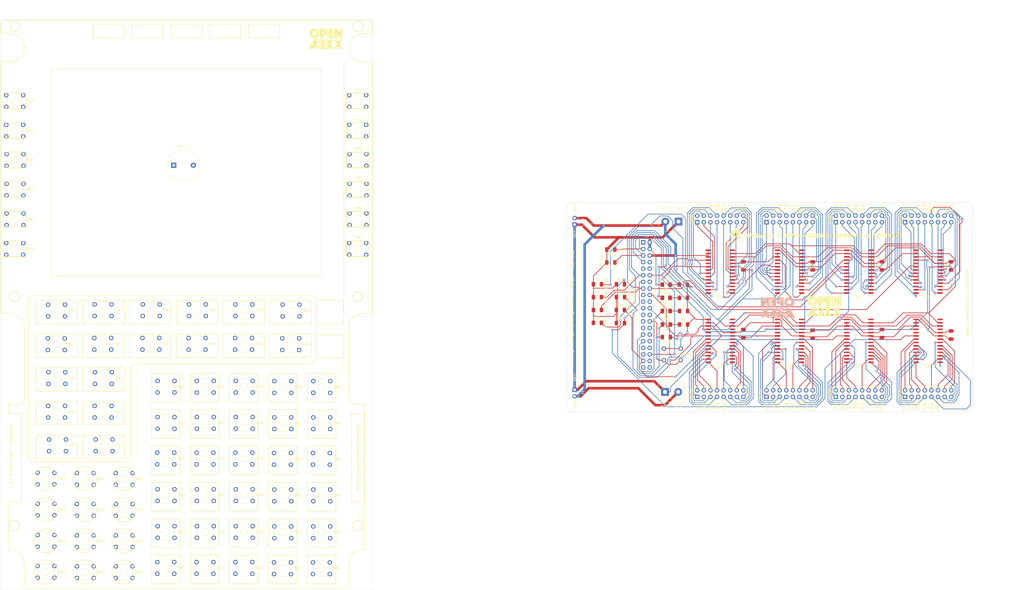
<source format=kicad_pcb>
(kicad_pcb (version 20171130) (host pcbnew "(5.1.9)-1")
  (layers (0 F.Cu signal) (31 B.Cu signal) (34 B.Paste user) (35 F.Paste user) (36 B.SilkS user) (37 F.SilkS user) (38 B.Mask user) (39 F.Mask user) (44 Edge.Cuts user))
  (net 0 "")
  (net 1 SCL)
  (net 2 +5V)
  (net 3 SDA)
  (net 4 GND)
  (net 5 /BUS0-15)
  (net 6 /BUS0-14)
  (net 7 /BUS0-13)
  (net 8 /BUS0-12)
  (net 9 /BUS0-11)
  (net 10 /BUS0-10)
  (net 11 /BUS0-9)
  (net 12 /BUS0-8)
  (net 13 /BUS0-7)
  (net 14 /BUS0-6)
  (net 15 /BUS0-5)
  (net 16 /BUS0-4)
  (net 17 /BUS0-3)
  (net 18 /BUS0-2)
  (net 19 /BUS0-1)
  (net 20 /BUS0-0)
  (net 21 INT_BUS_0)
  (net 22 BUSES_RESET)
  (net 23 /BUS1-15)
  (net 24 /BUS1-14)
  (net 25 /BUS1-13)
  (net 26 /BUS1-12)
  (net 27 /BUS1-11)
  (net 28 /BUS1-10)
  (net 29 /BUS1-9)
  (net 30 /BUS1-8)
  (net 31 /BUS1-7)
  (net 32 /BUS1-6)
  (net 33 /BUS1-5)
  (net 34 /BUS1-4)
  (net 35 /BUS1-3)
  (net 36 /BUS1-2)
  (net 37 /BUS1-1)
  (net 38 /BUS1-0)
  (net 39 INT_BUS_1)
  (net 40 /BUS2-15)
  (net 41 /BUS2-14)
  (net 42 /BUS2-13)
  (net 43 /BUS2-12)
  (net 44 /BUS2-11)
  (net 45 /BUS2-10)
  (net 46 /BUS2-9)
  (net 47 /BUS2-8)
  (net 48 /BUS2-7)
  (net 49 /BUS2-6)
  (net 50 /BUS2-5)
  (net 51 /BUS2-4)
  (net 52 /BUS2-3)
  (net 53 /BUS2-2)
  (net 54 /BUS2-1)
  (net 55 /BUS2-0)
  (net 56 /BUS3-15)
  (net 57 /BUS3-14)
  (net 58 /BUS3-13)
  (net 59 /BUS3-12)
  (net 60 /BUS3-11)
  (net 61 /BUS3-10)
  (net 62 /BUS3-9)
  (net 63 /BUS3-8)
  (net 64 /BUS3-7)
  (net 65 /BUS3-6)
  (net 66 /BUS3-5)
  (net 67 /BUS3-4)
  (net 68 /BUS3-3)
  (net 69 /BUS3-2)
  (net 70 /BUS3-1)
  (net 71 /BUS3-0)
  (net 72 /BUS4-15)
  (net 73 /BUS4-14)
  (net 74 /BUS4-13)
  (net 75 /BUS4-12)
  (net 76 /BUS4-11)
  (net 77 /BUS4-10)
  (net 78 /BUS4-9)
  (net 79 /BUS4-8)
  (net 80 /BUS4-7)
  (net 81 /BUS4-6)
  (net 82 /BUS4-5)
  (net 83 /BUS4-4)
  (net 84 /BUS4-3)
  (net 85 /BUS4-2)
  (net 86 /BUS4-1)
  (net 87 /BUS4-0)
  (net 88 /BUS5-15)
  (net 89 /BUS5-14)
  (net 90 /BUS5-13)
  (net 91 /BUS5-12)
  (net 92 /BUS5-11)
  (net 93 /BUS5-10)
  (net 94 /BUS5-9)
  (net 95 /BUS5-8)
  (net 96 /BUS5-7)
  (net 97 /BUS5-6)
  (net 98 /BUS5-5)
  (net 99 /BUS5-4)
  (net 100 /BUS5-3)
  (net 101 /BUS5-2)
  (net 102 /BUS5-1)
  (net 103 /BUS5-0)
  (net 104 /BUS6-15)
  (net 105 /BUS6-14)
  (net 106 /BUS6-13)
  (net 107 /BUS6-12)
  (net 108 /BUS6-11)
  (net 109 /BUS6-10)
  (net 110 /BUS6-9)
  (net 111 /BUS6-8)
  (net 112 /BUS6-7)
  (net 113 /BUS6-6)
  (net 114 /BUS6-5)
  (net 115 /BUS6-4)
  (net 116 /BUS6-3)
  (net 117 /BUS6-2)
  (net 118 /BUS6-1)
  (net 119 /BUS6-0)
  (net 120 /BUS7-15)
  (net 121 /BUS7-14)
  (net 122 /BUS7-13)
  (net 123 /BUS7-12)
  (net 124 /BUS7-11)
  (net 125 /BUS7-10)
  (net 126 /BUS7-9)
  (net 127 /BUS7-8)
  (net 128 /BUS7-7)
  (net 129 /BUS7-6)
  (net 130 /BUS7-5)
  (net 131 /BUS7-4)
  (net 132 /BUS7-3)
  (net 133 /BUS7-2)
  (net 134 /BUS7-1)
  (net 135 /BUS7-0)
  (net 136 "Net-(D1-Pad1)")
  (net 137 GENERAL_LED)
  (net 138 "Net-(D2-Pad1)")
  (net 139 FAULT_LED)
  (net 140 "Net-(D3-Pad1)")
  (net 141 MESSAGING_LED)
  (net 142 "Net-(D4-Pad1)")
  (net 143 INT_BUS_6)
  (net 144 INT_BUS_5)
  (net 145 INT_BUS_4)
  (net 146 INT_BUS_3)
  (net 147 INT_BUS_2)
  (net 148 INT_BUS_7)
  (net 149 "Net-(J5-Pad40)")
  (net 150 "Net-(J5-Pad39)")
  (net 151 "Net-(J5-Pad38)")
  (net 152 "Net-(J5-Pad35)")
  (net 153 "Net-(J5-Pad34)")
  (net 154 "Net-(J5-Pad33)")
  (net 155 "Net-(J5-Pad32)")
  (net 156 "Net-(J5-Pad30)")
  (net 157 "Net-(J5-Pad28)")
  (net 158 "Net-(J5-Pad27)")
  (net 159 RESET_SWITCH)
  (net 160 "Net-(J5-Pad25)")
  (net 161 "Net-(J5-Pad24)")
  (net 162 "Net-(J5-Pad23)")
  (net 163 "Net-(J5-Pad21)")
  (net 164 "Net-(J5-Pad20)")
  (net 165 "Net-(J5-Pad19)")
  (net 166 "Net-(J5-Pad17)")
  (net 167 "Net-(J5-Pad14)")
  (net 168 "Net-(J5-Pad10)")
  (net 169 "Net-(J5-Pad9)")
  (net 170 "Net-(J5-Pad8)")
  (net 171 "Net-(J5-Pad1)")
  (net 172 "Net-(U1-Pad19)")
  (net 173 "Net-(U1-Pad14)")
  (net 174 "Net-(U1-Pad11)")
  (net 175 "Net-(U2-Pad19)")
  (net 176 "Net-(U2-Pad14)")
  (net 177 "Net-(U2-Pad11)")
  (net 178 "Net-(U3-Pad19)")
  (net 179 "Net-(U3-Pad14)")
  (net 180 "Net-(U3-Pad11)")
  (net 181 "Net-(U4-Pad19)")
  (net 182 "Net-(U4-Pad14)")
  (net 183 "Net-(U4-Pad11)")
  (net 184 "Net-(U5-Pad19)")
  (net 185 "Net-(U5-Pad14)")
  (net 186 "Net-(U5-Pad11)")
  (net 187 "Net-(U6-Pad19)")
  (net 188 "Net-(U6-Pad14)")
  (net 189 "Net-(U6-Pad11)")
  (net 190 "Net-(U7-Pad19)")
  (net 191 "Net-(U7-Pad14)")
  (net 192 "Net-(U7-Pad11)")
  (net 193 "Net-(U8-Pad19)")
  (net 194 "Net-(U8-Pad14)")
  (net 195 "Net-(U8-Pad11)")
  (module Button_Switch_THT:SW_TH_Tactile_Omron_B3F-10xx (layer F.Cu) (at -122.456 153.582)
    (fp_text reference SW1 (at 9.28884 2.1835) (layer F.SilkS))
    (fp_text value SW_MEC_5E)
    (pad 1 thru_hole circle (at 0 0) (size 1.7 1.7) (drill 1) (layers *.Cu *.Mask))
    (pad 2 thru_hole circle (at 6.5 0) (size 1.7 1.7) (drill 1) (layers *.Cu *.Mask))
    (pad 3 thru_hole circle (at 0 4.5) (size 1.7 1.7) (drill 1) (layers *.Cu *.Mask))
    (pad 4 thru_hole circle (at 6.5 4.5) (size 1.7 1.7) (drill 1) (layers *.Cu *.Mask))
  )
  (module Button_Switch_THT:SW_TH_Tactile_Omron_B3F-10xx (layer F.Cu) (at -140.363 153.582)
    (fp_text reference SW1 (at 9.28884 2.1835) (layer F.SilkS))
    (fp_text value SW_MEC_5E)
    (pad 1 thru_hole circle (at 0 0) (size 1.7 1.7) (drill 1) (layers *.Cu *.Mask))
    (pad 2 thru_hole circle (at 6.5 0) (size 1.7 1.7) (drill 1) (layers *.Cu *.Mask))
    (pad 3 thru_hole circle (at 0 4.5) (size 1.7 1.7) (drill 1) (layers *.Cu *.Mask))
    (pad 4 thru_hole circle (at 6.5 4.5) (size 1.7 1.7) (drill 1) (layers *.Cu *.Mask))
  )
  (module Button_Switch_THT:SW_TH_Tactile_Omron_B3F-10xx (layer F.Cu) (at -122.837 140.628)
    (fp_text reference SW1 (at 9.28884 2.1835) (layer F.SilkS))
    (fp_text value SW_MEC_5E)
    (pad 4 thru_hole circle (at 6.5 4.5) (size 1.7 1.7) (drill 1) (layers *.Cu *.Mask))
    (pad 3 thru_hole circle (at 0 4.5) (size 1.7 1.7) (drill 1) (layers *.Cu *.Mask))
    (pad 2 thru_hole circle (at 6.5 0) (size 1.7 1.7) (drill 1) (layers *.Cu *.Mask))
    (pad 1 thru_hole circle (at 0 0) (size 1.7 1.7) (drill 1) (layers *.Cu *.Mask))
  )
  (module Button_Switch_THT:SW_TH_Tactile_Omron_B3F-10xx (layer F.Cu) (at -122.71 127.674)
    (fp_text reference SW1 (at 9.28884 2.1835) (layer F.SilkS))
    (fp_text value SW_MEC_5E)
    (pad 4 thru_hole circle (at 6.5 4.5) (size 1.7 1.7) (drill 1) (layers *.Cu *.Mask))
    (pad 3 thru_hole circle (at 0 4.5) (size 1.7 1.7) (drill 1) (layers *.Cu *.Mask))
    (pad 2 thru_hole circle (at 6.5 0) (size 1.7 1.7) (drill 1) (layers *.Cu *.Mask))
    (pad 1 thru_hole circle (at 0 0) (size 1.7 1.7) (drill 1) (layers *.Cu *.Mask))
  )
  (module Button_Switch_THT:SW_TH_Tactile_Omron_B3F-10xx (layer F.Cu) (at -140.744 140.628)
    (fp_text reference SW1 (at 9.28884 2.1835) (layer F.SilkS))
    (fp_text value SW_MEC_5E)
    (pad 4 thru_hole circle (at 6.5 4.5) (size 1.7 1.7) (drill 1) (layers *.Cu *.Mask))
    (pad 3 thru_hole circle (at 0 4.5) (size 1.7 1.7) (drill 1) (layers *.Cu *.Mask))
    (pad 2 thru_hole circle (at 6.5 0) (size 1.7 1.7) (drill 1) (layers *.Cu *.Mask))
    (pad 1 thru_hole circle (at 0 0) (size 1.7 1.7) (drill 1) (layers *.Cu *.Mask))
  )
  (module Button_Switch_THT:SW_TH_Tactile_Omron_B3F-10xx (layer F.Cu) (at -140.617 127.674)
    (fp_text reference SW1 (at 9.28884 2.1835) (layer F.SilkS))
    (fp_text value SW_MEC_5E)
    (pad 4 thru_hole circle (at 6.5 4.5) (size 1.7 1.7) (drill 1) (layers *.Cu *.Mask))
    (pad 3 thru_hole circle (at 0 4.5) (size 1.7 1.7) (drill 1) (layers *.Cu *.Mask))
    (pad 2 thru_hole circle (at 6.5 0) (size 1.7 1.7) (drill 1) (layers *.Cu *.Mask))
    (pad 1 thru_hole circle (at 0 0) (size 1.7 1.7) (drill 1) (layers *.Cu *.Mask))
  )
  (module Button_Switch_THT:SW_TH_Tactile_Omron_B3F-10xx (layer F.Cu) (at -50.574 114.593)
    (fp_text reference SW1 (at 9.28884 2.1835) (layer F.SilkS))
    (fp_text value SW_MEC_5E)
    (pad 4 thru_hole circle (at 6.5 4.5) (size 1.7 1.7) (drill 1) (layers *.Cu *.Mask))
    (pad 3 thru_hole circle (at 0 4.5) (size 1.7 1.7) (drill 1) (layers *.Cu *.Mask))
    (pad 2 thru_hole circle (at 6.5 0) (size 1.7 1.7) (drill 1) (layers *.Cu *.Mask))
    (pad 1 thru_hole circle (at 0 0) (size 1.7 1.7) (drill 1) (layers *.Cu *.Mask))
  )
  (module Button_Switch_THT:SW_TH_Tactile_Omron_B3F-10xx (layer F.Cu) (at -50.447 101.639)
    (fp_text reference SW1 (at 9.28884 2.1835) (layer F.SilkS))
    (fp_text value SW_MEC_5E)
    (pad 4 thru_hole circle (at 6.5 4.5) (size 1.7 1.7) (drill 1) (layers *.Cu *.Mask))
    (pad 3 thru_hole circle (at 0 4.5) (size 1.7 1.7) (drill 1) (layers *.Cu *.Mask))
    (pad 2 thru_hole circle (at 6.5 0) (size 1.7 1.7) (drill 1) (layers *.Cu *.Mask))
    (pad 1 thru_hole circle (at 0 0) (size 1.7 1.7) (drill 1) (layers *.Cu *.Mask))
  )
  (module Button_Switch_THT:SW_TH_Tactile_Omron_B3F-10xx (layer F.Cu) (at -68.735 114.466)
    (fp_text reference SW1 (at 9.28884 2.1835) (layer F.SilkS))
    (fp_text value SW_MEC_5E)
    (pad 4 thru_hole circle (at 6.5 4.5) (size 1.7 1.7) (drill 1) (layers *.Cu *.Mask))
    (pad 3 thru_hole circle (at 0 4.5) (size 1.7 1.7) (drill 1) (layers *.Cu *.Mask))
    (pad 2 thru_hole circle (at 6.5 0) (size 1.7 1.7) (drill 1) (layers *.Cu *.Mask))
    (pad 1 thru_hole circle (at 0 0) (size 1.7 1.7) (drill 1) (layers *.Cu *.Mask))
  )
  (module Button_Switch_THT:SW_TH_Tactile_Omron_B3F-10xx (layer F.Cu) (at -68.608 101.512)
    (fp_text reference SW1 (at 9.28884 2.1835) (layer F.SilkS))
    (fp_text value SW_MEC_5E)
    (pad 4 thru_hole circle (at 6.5 4.5) (size 1.7 1.7) (drill 1) (layers *.Cu *.Mask))
    (pad 3 thru_hole circle (at 0 4.5) (size 1.7 1.7) (drill 1) (layers *.Cu *.Mask))
    (pad 2 thru_hole circle (at 6.5 0) (size 1.7 1.7) (drill 1) (layers *.Cu *.Mask))
    (pad 1 thru_hole circle (at 0 0) (size 1.7 1.7) (drill 1) (layers *.Cu *.Mask))
  )
  (module Button_Switch_THT:SW_TH_Tactile_Omron_B3F-10xx (layer F.Cu) (at -86.642 114.466)
    (fp_text reference SW1 (at 9.28884 2.1835) (layer F.SilkS))
    (fp_text value SW_MEC_5E)
    (pad 4 thru_hole circle (at 6.5 4.5) (size 1.7 1.7) (drill 1) (layers *.Cu *.Mask))
    (pad 3 thru_hole circle (at 0 4.5) (size 1.7 1.7) (drill 1) (layers *.Cu *.Mask))
    (pad 2 thru_hole circle (at 6.5 0) (size 1.7 1.7) (drill 1) (layers *.Cu *.Mask))
    (pad 1 thru_hole circle (at 0 0) (size 1.7 1.7) (drill 1) (layers *.Cu *.Mask))
  )
  (module Button_Switch_THT:SW_TH_Tactile_Omron_B3F-10xx (layer F.Cu) (at -86.515 101.512)
    (fp_text reference SW1 (at 9.28884 2.1835) (layer F.SilkS))
    (fp_text value SW_MEC_5E)
    (pad 4 thru_hole circle (at 6.5 4.5) (size 1.7 1.7) (drill 1) (layers *.Cu *.Mask))
    (pad 3 thru_hole circle (at 0 4.5) (size 1.7 1.7) (drill 1) (layers *.Cu *.Mask))
    (pad 2 thru_hole circle (at 6.5 0) (size 1.7 1.7) (drill 1) (layers *.Cu *.Mask))
    (pad 1 thru_hole circle (at 0 0) (size 1.7 1.7) (drill 1) (layers *.Cu *.Mask))
  )
  (module Button_Switch_THT:SW_TH_Tactile_Omron_B3F-10xx (layer F.Cu) (at -104.422 114.466)
    (fp_text reference SW1 (at 9.28884 2.1835) (layer F.SilkS))
    (fp_text value SW_MEC_5E)
    (pad 4 thru_hole circle (at 6.5 4.5) (size 1.7 1.7) (drill 1) (layers *.Cu *.Mask))
    (pad 3 thru_hole circle (at 0 4.5) (size 1.7 1.7) (drill 1) (layers *.Cu *.Mask))
    (pad 2 thru_hole circle (at 6.5 0) (size 1.7 1.7) (drill 1) (layers *.Cu *.Mask))
    (pad 1 thru_hole circle (at 0 0) (size 1.7 1.7) (drill 1) (layers *.Cu *.Mask))
  )
  (module Button_Switch_THT:SW_TH_Tactile_Omron_B3F-10xx (layer F.Cu) (at -104.295 101.512)
    (fp_text reference SW1 (at 9.28884 2.1835) (layer F.SilkS))
    (fp_text value SW_MEC_5E)
    (pad 4 thru_hole circle (at 6.5 4.5) (size 1.7 1.7) (drill 1) (layers *.Cu *.Mask))
    (pad 3 thru_hole circle (at 0 4.5) (size 1.7 1.7) (drill 1) (layers *.Cu *.Mask))
    (pad 2 thru_hole circle (at 6.5 0) (size 1.7 1.7) (drill 1) (layers *.Cu *.Mask))
    (pad 1 thru_hole circle (at 0 0) (size 1.7 1.7) (drill 1) (layers *.Cu *.Mask))
  )
  (module Button_Switch_THT:SW_TH_Tactile_Omron_B3F-10xx (layer F.Cu) (at -122.964 114.466)
    (fp_text reference SW1 (at 9.28884 2.1835) (layer F.SilkS))
    (fp_text value SW_MEC_5E)
    (pad 4 thru_hole circle (at 6.5 4.5) (size 1.7 1.7) (drill 1) (layers *.Cu *.Mask))
    (pad 3 thru_hole circle (at 0 4.5) (size 1.7 1.7) (drill 1) (layers *.Cu *.Mask))
    (pad 2 thru_hole circle (at 6.5 0) (size 1.7 1.7) (drill 1) (layers *.Cu *.Mask))
    (pad 1 thru_hole circle (at 0 0) (size 1.7 1.7) (drill 1) (layers *.Cu *.Mask))
  )
  (module Button_Switch_THT:SW_TH_Tactile_Omron_B3F-10xx (layer F.Cu) (at -122.837 101.512)
    (fp_text reference SW1 (at 9.28884 2.1835) (layer F.SilkS))
    (fp_text value SW_MEC_5E)
    (pad 4 thru_hole circle (at 6.5 4.5) (size 1.7 1.7) (drill 1) (layers *.Cu *.Mask))
    (pad 3 thru_hole circle (at 0 4.5) (size 1.7 1.7) (drill 1) (layers *.Cu *.Mask))
    (pad 2 thru_hole circle (at 6.5 0) (size 1.7 1.7) (drill 1) (layers *.Cu *.Mask))
    (pad 1 thru_hole circle (at 0 0) (size 1.7 1.7) (drill 1) (layers *.Cu *.Mask))
  )
  (module Button_Switch_THT:SW_TH_Tactile_Omron_B3F-10xx (layer F.Cu) (at -140.871 114.593)
    (fp_text reference SW1 (at 9.28884 2.1835) (layer F.SilkS))
    (fp_text value SW_MEC_5E)
    (pad 1 thru_hole circle (at 0 0) (size 1.7 1.7) (drill 1) (layers *.Cu *.Mask))
    (pad 2 thru_hole circle (at 6.5 0) (size 1.7 1.7) (drill 1) (layers *.Cu *.Mask))
    (pad 3 thru_hole circle (at 0 4.5) (size 1.7 1.7) (drill 1) (layers *.Cu *.Mask))
    (pad 4 thru_hole circle (at 6.5 4.5) (size 1.7 1.7) (drill 1) (layers *.Cu *.Mask))
  )
  (module Button_Switch_THT:SW_TH_Tactile_Omron_B3F-10xx (layer F.Cu) (at -140.744 101.639)
    (fp_text reference SW1 (at 9.28884 2.1835) (layer F.SilkS))
    (fp_text value SW_MEC_5E)
    (pad 1 thru_hole circle (at 0 0) (size 1.7 1.7) (drill 1) (layers *.Cu *.Mask))
    (pad 2 thru_hole circle (at 6.5 0) (size 1.7 1.7) (drill 1) (layers *.Cu *.Mask))
    (pad 3 thru_hole circle (at 0 4.5) (size 1.7 1.7) (drill 1) (layers *.Cu *.Mask))
    (pad 4 thru_hole circle (at 6.5 4.5) (size 1.7 1.7) (drill 1) (layers *.Cu *.Mask))
  )
  (module Button_Switch_THT:SW_TH_Tactile_Omron_B3F-10xx (layer F.Cu) (at -98.707 200.826)
    (fp_text reference SW1 (at 9.28884 2.1835) (layer F.SilkS))
    (fp_text value SW_MEC_5E)
    (pad 1 thru_hole circle (at 0 0) (size 1.7 1.7) (drill 1) (layers *.Cu *.Mask))
    (pad 2 thru_hole circle (at 6.5 0) (size 1.7 1.7) (drill 1) (layers *.Cu *.Mask))
    (pad 3 thru_hole circle (at 0 4.5) (size 1.7 1.7) (drill 1) (layers *.Cu *.Mask))
    (pad 4 thru_hole circle (at 6.5 4.5) (size 1.7 1.7) (drill 1) (layers *.Cu *.Mask))
  )
  (module Button_Switch_THT:SW_TH_Tactile_Omron_B3F-10xx (layer F.Cu) (at -53.749 200.953)
    (fp_text reference SW1 (at 9.28884 2.1835) (layer F.SilkS))
    (fp_text value SW_MEC_5E)
    (pad 1 thru_hole circle (at 0 0) (size 1.7 1.7) (drill 1) (layers *.Cu *.Mask))
    (pad 2 thru_hole circle (at 6.5 0) (size 1.7 1.7) (drill 1) (layers *.Cu *.Mask))
    (pad 3 thru_hole circle (at 0 4.5) (size 1.7 1.7) (drill 1) (layers *.Cu *.Mask))
    (pad 4 thru_hole circle (at 6.5 4.5) (size 1.7 1.7) (drill 1) (layers *.Cu *.Mask))
  )
  (module Button_Switch_THT:SW_TH_Tactile_Omron_B3F-10xx (layer F.Cu) (at -83.594 200.826)
    (fp_text reference SW1 (at 9.28884 2.1835) (layer F.SilkS))
    (fp_text value SW_MEC_5E)
    (pad 1 thru_hole circle (at 0 0) (size 1.7 1.7) (drill 1) (layers *.Cu *.Mask))
    (pad 2 thru_hole circle (at 6.5 0) (size 1.7 1.7) (drill 1) (layers *.Cu *.Mask))
    (pad 3 thru_hole circle (at 0 4.5) (size 1.7 1.7) (drill 1) (layers *.Cu *.Mask))
    (pad 4 thru_hole circle (at 6.5 4.5) (size 1.7 1.7) (drill 1) (layers *.Cu *.Mask))
  )
  (module Button_Switch_THT:SW_TH_Tactile_Omron_B3F-10xx (layer F.Cu) (at -38.763 200.953)
    (fp_text reference SW1 (at 9.28884 2.1835) (layer F.SilkS))
    (fp_text value SW_MEC_5E)
    (pad 1 thru_hole circle (at 0 0) (size 1.7 1.7) (drill 1) (layers *.Cu *.Mask))
    (pad 2 thru_hole circle (at 6.5 0) (size 1.7 1.7) (drill 1) (layers *.Cu *.Mask))
    (pad 3 thru_hole circle (at 0 4.5) (size 1.7 1.7) (drill 1) (layers *.Cu *.Mask))
    (pad 4 thru_hole circle (at 6.5 4.5) (size 1.7 1.7) (drill 1) (layers *.Cu *.Mask))
  )
  (module Button_Switch_THT:SW_TH_Tactile_Omron_B3F-10xx (layer F.Cu) (at -68.608 200.826)
    (fp_text reference SW1 (at 9.28884 2.1835) (layer F.SilkS))
    (fp_text value SW_MEC_5E)
    (pad 1 thru_hole circle (at 0 0) (size 1.7 1.7) (drill 1) (layers *.Cu *.Mask))
    (pad 2 thru_hole circle (at 6.5 0) (size 1.7 1.7) (drill 1) (layers *.Cu *.Mask))
    (pad 3 thru_hole circle (at 0 4.5) (size 1.7 1.7) (drill 1) (layers *.Cu *.Mask))
    (pad 4 thru_hole circle (at 6.5 4.5) (size 1.7 1.7) (drill 1) (layers *.Cu *.Mask))
  )
  (module Button_Switch_THT:SW_TH_Tactile_Omron_B3F-10xx (layer F.Cu) (at -98.58 186.983)
    (fp_text reference SW1 (at 9.28884 2.1835) (layer F.SilkS))
    (fp_text value SW_MEC_5E)
    (pad 1 thru_hole circle (at 0 0) (size 1.7 1.7) (drill 1) (layers *.Cu *.Mask))
    (pad 2 thru_hole circle (at 6.5 0) (size 1.7 1.7) (drill 1) (layers *.Cu *.Mask))
    (pad 3 thru_hole circle (at 0 4.5) (size 1.7 1.7) (drill 1) (layers *.Cu *.Mask))
    (pad 4 thru_hole circle (at 6.5 4.5) (size 1.7 1.7) (drill 1) (layers *.Cu *.Mask))
  )
  (module Button_Switch_THT:SW_TH_Tactile_Omron_B3F-10xx (layer F.Cu) (at -53.622 187.11)
    (fp_text reference SW1 (at 9.28884 2.1835) (layer F.SilkS))
    (fp_text value SW_MEC_5E)
    (pad 1 thru_hole circle (at 0 0) (size 1.7 1.7) (drill 1) (layers *.Cu *.Mask))
    (pad 2 thru_hole circle (at 6.5 0) (size 1.7 1.7) (drill 1) (layers *.Cu *.Mask))
    (pad 3 thru_hole circle (at 0 4.5) (size 1.7 1.7) (drill 1) (layers *.Cu *.Mask))
    (pad 4 thru_hole circle (at 6.5 4.5) (size 1.7 1.7) (drill 1) (layers *.Cu *.Mask))
  )
  (module Button_Switch_THT:SW_TH_Tactile_Omron_B3F-10xx (layer F.Cu) (at -83.467 186.983)
    (fp_text reference SW1 (at 9.28884 2.1835) (layer F.SilkS))
    (fp_text value SW_MEC_5E)
    (pad 1 thru_hole circle (at 0 0) (size 1.7 1.7) (drill 1) (layers *.Cu *.Mask))
    (pad 2 thru_hole circle (at 6.5 0) (size 1.7 1.7) (drill 1) (layers *.Cu *.Mask))
    (pad 3 thru_hole circle (at 0 4.5) (size 1.7 1.7) (drill 1) (layers *.Cu *.Mask))
    (pad 4 thru_hole circle (at 6.5 4.5) (size 1.7 1.7) (drill 1) (layers *.Cu *.Mask))
  )
  (module Button_Switch_THT:SW_TH_Tactile_Omron_B3F-10xx (layer F.Cu) (at -38.636 187.11)
    (fp_text reference SW1 (at 9.28884 2.1835) (layer F.SilkS))
    (fp_text value SW_MEC_5E)
    (pad 1 thru_hole circle (at 0 0) (size 1.7 1.7) (drill 1) (layers *.Cu *.Mask))
    (pad 2 thru_hole circle (at 6.5 0) (size 1.7 1.7) (drill 1) (layers *.Cu *.Mask))
    (pad 3 thru_hole circle (at 0 4.5) (size 1.7 1.7) (drill 1) (layers *.Cu *.Mask))
    (pad 4 thru_hole circle (at 6.5 4.5) (size 1.7 1.7) (drill 1) (layers *.Cu *.Mask))
  )
  (module Button_Switch_THT:SW_TH_Tactile_Omron_B3F-10xx (layer F.Cu) (at -68.481 186.983)
    (fp_text reference SW1 (at 9.28884 2.1835) (layer F.SilkS))
    (fp_text value SW_MEC_5E)
    (pad 1 thru_hole circle (at 0 0) (size 1.7 1.7) (drill 1) (layers *.Cu *.Mask))
    (pad 2 thru_hole circle (at 6.5 0) (size 1.7 1.7) (drill 1) (layers *.Cu *.Mask))
    (pad 3 thru_hole circle (at 0 4.5) (size 1.7 1.7) (drill 1) (layers *.Cu *.Mask))
    (pad 4 thru_hole circle (at 6.5 4.5) (size 1.7 1.7) (drill 1) (layers *.Cu *.Mask))
  )
  (module Button_Switch_THT:SW_TH_Tactile_Omron_B3F-10xx (layer F.Cu) (at -98.58 172.759)
    (fp_text reference SW1 (at 9.28884 2.1835) (layer F.SilkS))
    (fp_text value SW_MEC_5E)
    (pad 1 thru_hole circle (at 0 0) (size 1.7 1.7) (drill 1) (layers *.Cu *.Mask))
    (pad 2 thru_hole circle (at 6.5 0) (size 1.7 1.7) (drill 1) (layers *.Cu *.Mask))
    (pad 3 thru_hole circle (at 0 4.5) (size 1.7 1.7) (drill 1) (layers *.Cu *.Mask))
    (pad 4 thru_hole circle (at 6.5 4.5) (size 1.7 1.7) (drill 1) (layers *.Cu *.Mask))
  )
  (module Button_Switch_THT:SW_TH_Tactile_Omron_B3F-10xx (layer F.Cu) (at -53.622 172.886)
    (fp_text reference SW1 (at 9.28884 2.1835) (layer F.SilkS))
    (fp_text value SW_MEC_5E)
    (pad 1 thru_hole circle (at 0 0) (size 1.7 1.7) (drill 1) (layers *.Cu *.Mask))
    (pad 2 thru_hole circle (at 6.5 0) (size 1.7 1.7) (drill 1) (layers *.Cu *.Mask))
    (pad 3 thru_hole circle (at 0 4.5) (size 1.7 1.7) (drill 1) (layers *.Cu *.Mask))
    (pad 4 thru_hole circle (at 6.5 4.5) (size 1.7 1.7) (drill 1) (layers *.Cu *.Mask))
  )
  (module Button_Switch_THT:SW_TH_Tactile_Omron_B3F-10xx (layer F.Cu) (at -83.467 172.759)
    (fp_text reference SW1 (at 9.28884 2.1835) (layer F.SilkS))
    (fp_text value SW_MEC_5E)
    (pad 1 thru_hole circle (at 0 0) (size 1.7 1.7) (drill 1) (layers *.Cu *.Mask))
    (pad 2 thru_hole circle (at 6.5 0) (size 1.7 1.7) (drill 1) (layers *.Cu *.Mask))
    (pad 3 thru_hole circle (at 0 4.5) (size 1.7 1.7) (drill 1) (layers *.Cu *.Mask))
    (pad 4 thru_hole circle (at 6.5 4.5) (size 1.7 1.7) (drill 1) (layers *.Cu *.Mask))
  )
  (module Button_Switch_THT:SW_TH_Tactile_Omron_B3F-10xx (layer F.Cu) (at -38.636 172.886)
    (fp_text reference SW1 (at 9.28884 2.1835) (layer F.SilkS))
    (fp_text value SW_MEC_5E)
    (pad 1 thru_hole circle (at 0 0) (size 1.7 1.7) (drill 1) (layers *.Cu *.Mask))
    (pad 2 thru_hole circle (at 6.5 0) (size 1.7 1.7) (drill 1) (layers *.Cu *.Mask))
    (pad 3 thru_hole circle (at 0 4.5) (size 1.7 1.7) (drill 1) (layers *.Cu *.Mask))
    (pad 4 thru_hole circle (at 6.5 4.5) (size 1.7 1.7) (drill 1) (layers *.Cu *.Mask))
  )
  (module Button_Switch_THT:SW_TH_Tactile_Omron_B3F-10xx (layer F.Cu) (at -68.481 172.759)
    (fp_text reference SW1 (at 9.28884 2.1835) (layer F.SilkS))
    (fp_text value SW_MEC_5E)
    (pad 1 thru_hole circle (at 0 0) (size 1.7 1.7) (drill 1) (layers *.Cu *.Mask))
    (pad 2 thru_hole circle (at 6.5 0) (size 1.7 1.7) (drill 1) (layers *.Cu *.Mask))
    (pad 3 thru_hole circle (at 0 4.5) (size 1.7 1.7) (drill 1) (layers *.Cu *.Mask))
    (pad 4 thru_hole circle (at 6.5 4.5) (size 1.7 1.7) (drill 1) (layers *.Cu *.Mask))
  )
  (module Button_Switch_THT:SW_TH_Tactile_Omron_B3F-10xx (layer F.Cu) (at -98.707 158.662)
    (fp_text reference SW1 (at 9.28884 2.1835) (layer F.SilkS))
    (fp_text value SW_MEC_5E)
    (pad 1 thru_hole circle (at 0 0) (size 1.7 1.7) (drill 1) (layers *.Cu *.Mask))
    (pad 2 thru_hole circle (at 6.5 0) (size 1.7 1.7) (drill 1) (layers *.Cu *.Mask))
    (pad 3 thru_hole circle (at 0 4.5) (size 1.7 1.7) (drill 1) (layers *.Cu *.Mask))
    (pad 4 thru_hole circle (at 6.5 4.5) (size 1.7 1.7) (drill 1) (layers *.Cu *.Mask))
  )
  (module Button_Switch_THT:SW_TH_Tactile_Omron_B3F-10xx (layer F.Cu) (at -53.749 158.789)
    (fp_text reference SW1 (at 9.28884 2.1835) (layer F.SilkS))
    (fp_text value SW_MEC_5E)
    (pad 1 thru_hole circle (at 0 0) (size 1.7 1.7) (drill 1) (layers *.Cu *.Mask))
    (pad 2 thru_hole circle (at 6.5 0) (size 1.7 1.7) (drill 1) (layers *.Cu *.Mask))
    (pad 3 thru_hole circle (at 0 4.5) (size 1.7 1.7) (drill 1) (layers *.Cu *.Mask))
    (pad 4 thru_hole circle (at 6.5 4.5) (size 1.7 1.7) (drill 1) (layers *.Cu *.Mask))
  )
  (module Button_Switch_THT:SW_TH_Tactile_Omron_B3F-10xx (layer F.Cu) (at -83.594 158.662)
    (fp_text reference SW1 (at 9.28884 2.1835) (layer F.SilkS))
    (fp_text value SW_MEC_5E)
    (pad 1 thru_hole circle (at 0 0) (size 1.7 1.7) (drill 1) (layers *.Cu *.Mask))
    (pad 2 thru_hole circle (at 6.5 0) (size 1.7 1.7) (drill 1) (layers *.Cu *.Mask))
    (pad 3 thru_hole circle (at 0 4.5) (size 1.7 1.7) (drill 1) (layers *.Cu *.Mask))
    (pad 4 thru_hole circle (at 6.5 4.5) (size 1.7 1.7) (drill 1) (layers *.Cu *.Mask))
  )
  (module Button_Switch_THT:SW_TH_Tactile_Omron_B3F-10xx (layer F.Cu) (at -38.763 158.789)
    (fp_text reference SW1 (at 9.28884 2.1835) (layer F.SilkS))
    (fp_text value SW_MEC_5E)
    (pad 1 thru_hole circle (at 0 0) (size 1.7 1.7) (drill 1) (layers *.Cu *.Mask))
    (pad 2 thru_hole circle (at 6.5 0) (size 1.7 1.7) (drill 1) (layers *.Cu *.Mask))
    (pad 3 thru_hole circle (at 0 4.5) (size 1.7 1.7) (drill 1) (layers *.Cu *.Mask))
    (pad 4 thru_hole circle (at 6.5 4.5) (size 1.7 1.7) (drill 1) (layers *.Cu *.Mask))
  )
  (module Button_Switch_THT:SW_TH_Tactile_Omron_B3F-10xx (layer F.Cu) (at -68.608 158.662)
    (fp_text reference SW1 (at 9.28884 2.1835) (layer F.SilkS))
    (fp_text value SW_MEC_5E)
    (pad 1 thru_hole circle (at 0 0) (size 1.7 1.7) (drill 1) (layers *.Cu *.Mask))
    (pad 2 thru_hole circle (at 6.5 0) (size 1.7 1.7) (drill 1) (layers *.Cu *.Mask))
    (pad 3 thru_hole circle (at 0 4.5) (size 1.7 1.7) (drill 1) (layers *.Cu *.Mask))
    (pad 4 thru_hole circle (at 6.5 4.5) (size 1.7 1.7) (drill 1) (layers *.Cu *.Mask))
  )
  (module Button_Switch_THT:SW_TH_Tactile_Omron_B3F-10xx (layer F.Cu) (at -98.58 144.946)
    (fp_text reference SW1 (at 9.28884 2.1835) (layer F.SilkS))
    (fp_text value SW_MEC_5E)
    (pad 1 thru_hole circle (at 0 0) (size 1.7 1.7) (drill 1) (layers *.Cu *.Mask))
    (pad 2 thru_hole circle (at 6.5 0) (size 1.7 1.7) (drill 1) (layers *.Cu *.Mask))
    (pad 3 thru_hole circle (at 0 4.5) (size 1.7 1.7) (drill 1) (layers *.Cu *.Mask))
    (pad 4 thru_hole circle (at 6.5 4.5) (size 1.7 1.7) (drill 1) (layers *.Cu *.Mask))
  )
  (module Button_Switch_THT:SW_TH_Tactile_Omron_B3F-10xx (layer F.Cu) (at -53.622 145.073)
    (fp_text reference SW1 (at 9.28884 2.1835) (layer F.SilkS))
    (fp_text value SW_MEC_5E)
    (pad 1 thru_hole circle (at 0 0) (size 1.7 1.7) (drill 1) (layers *.Cu *.Mask))
    (pad 2 thru_hole circle (at 6.5 0) (size 1.7 1.7) (drill 1) (layers *.Cu *.Mask))
    (pad 3 thru_hole circle (at 0 4.5) (size 1.7 1.7) (drill 1) (layers *.Cu *.Mask))
    (pad 4 thru_hole circle (at 6.5 4.5) (size 1.7 1.7) (drill 1) (layers *.Cu *.Mask))
  )
  (module Button_Switch_THT:SW_TH_Tactile_Omron_B3F-10xx (layer F.Cu) (at -83.467 144.946)
    (fp_text reference SW1 (at 9.28884 2.1835) (layer F.SilkS))
    (fp_text value SW_MEC_5E)
    (pad 1 thru_hole circle (at 0 0) (size 1.7 1.7) (drill 1) (layers *.Cu *.Mask))
    (pad 2 thru_hole circle (at 6.5 0) (size 1.7 1.7) (drill 1) (layers *.Cu *.Mask))
    (pad 3 thru_hole circle (at 0 4.5) (size 1.7 1.7) (drill 1) (layers *.Cu *.Mask))
    (pad 4 thru_hole circle (at 6.5 4.5) (size 1.7 1.7) (drill 1) (layers *.Cu *.Mask))
  )
  (module Button_Switch_THT:SW_TH_Tactile_Omron_B3F-10xx (layer F.Cu) (at -38.636 145.073)
    (fp_text reference SW1 (at 9.28884 2.1835) (layer F.SilkS))
    (fp_text value SW_MEC_5E)
    (pad 1 thru_hole circle (at 0 0) (size 1.7 1.7) (drill 1) (layers *.Cu *.Mask))
    (pad 2 thru_hole circle (at 6.5 0) (size 1.7 1.7) (drill 1) (layers *.Cu *.Mask))
    (pad 3 thru_hole circle (at 0 4.5) (size 1.7 1.7) (drill 1) (layers *.Cu *.Mask))
    (pad 4 thru_hole circle (at 6.5 4.5) (size 1.7 1.7) (drill 1) (layers *.Cu *.Mask))
  )
  (module Button_Switch_THT:SW_TH_Tactile_Omron_B3F-10xx (layer F.Cu) (at -68.481 144.946)
    (fp_text reference SW1 (at 9.28884 2.1835) (layer F.SilkS))
    (fp_text value SW_MEC_5E)
    (pad 1 thru_hole circle (at 0 0) (size 1.7 1.7) (drill 1) (layers *.Cu *.Mask))
    (pad 2 thru_hole circle (at 6.5 0) (size 1.7 1.7) (drill 1) (layers *.Cu *.Mask))
    (pad 3 thru_hole circle (at 0 4.5) (size 1.7 1.7) (drill 1) (layers *.Cu *.Mask))
    (pad 4 thru_hole circle (at 6.5 4.5) (size 1.7 1.7) (drill 1) (layers *.Cu *.Mask))
  )
  (module Button_Switch_THT:SW_TH_Tactile_Omron_B3F-10xx (layer F.Cu) (at -38.636 131.103)
    (fp_text reference SW1 (at 9.28884 2.1835) (layer F.SilkS))
    (fp_text value SW_MEC_5E)
    (pad 4 thru_hole circle (at 6.5 4.5) (size 1.7 1.7) (drill 1) (layers *.Cu *.Mask))
    (pad 3 thru_hole circle (at 0 4.5) (size 1.7 1.7) (drill 1) (layers *.Cu *.Mask))
    (pad 2 thru_hole circle (at 6.5 0) (size 1.7 1.7) (drill 1) (layers *.Cu *.Mask))
    (pad 1 thru_hole circle (at 0 0) (size 1.7 1.7) (drill 1) (layers *.Cu *.Mask))
  )
  (module Button_Switch_THT:SW_TH_Tactile_Omron_B3F-10xx (layer F.Cu) (at -53.622 131.103)
    (fp_text reference SW1 (at 9.28884 2.1835) (layer F.SilkS))
    (fp_text value SW_MEC_5E)
    (pad 4 thru_hole circle (at 6.5 4.5) (size 1.7 1.7) (drill 1) (layers *.Cu *.Mask))
    (pad 3 thru_hole circle (at 0 4.5) (size 1.7 1.7) (drill 1) (layers *.Cu *.Mask))
    (pad 2 thru_hole circle (at 6.5 0) (size 1.7 1.7) (drill 1) (layers *.Cu *.Mask))
    (pad 1 thru_hole circle (at 0 0) (size 1.7 1.7) (drill 1) (layers *.Cu *.Mask))
  )
  (module Button_Switch_THT:SW_TH_Tactile_Omron_B3F-10xx (layer F.Cu) (at -68.481 130.976)
    (fp_text reference SW1 (at 9.28884 2.1835) (layer F.SilkS))
    (fp_text value SW_MEC_5E)
    (pad 4 thru_hole circle (at 6.5 4.5) (size 1.7 1.7) (drill 1) (layers *.Cu *.Mask))
    (pad 3 thru_hole circle (at 0 4.5) (size 1.7 1.7) (drill 1) (layers *.Cu *.Mask))
    (pad 2 thru_hole circle (at 6.5 0) (size 1.7 1.7) (drill 1) (layers *.Cu *.Mask))
    (pad 1 thru_hole circle (at 0 0) (size 1.7 1.7) (drill 1) (layers *.Cu *.Mask))
  )
  (module Button_Switch_THT:SW_TH_Tactile_Omron_B3F-10xx (layer F.Cu) (at -83.467 130.976)
    (fp_text reference SW1 (at 9.28884 2.1835) (layer F.SilkS))
    (fp_text value SW_MEC_5E)
    (pad 4 thru_hole circle (at 6.5 4.5) (size 1.7 1.7) (drill 1) (layers *.Cu *.Mask))
    (pad 3 thru_hole circle (at 0 4.5) (size 1.7 1.7) (drill 1) (layers *.Cu *.Mask))
    (pad 2 thru_hole circle (at 6.5 0) (size 1.7 1.7) (drill 1) (layers *.Cu *.Mask))
    (pad 1 thru_hole circle (at 0 0) (size 1.7 1.7) (drill 1) (layers *.Cu *.Mask))
  )
  (module Button_Switch_THT:SW_TH_Tactile_Omron_B3F-10xx (layer F.Cu) (at -98.58 130.976)
    (fp_text reference SW1 (at 9.28884 2.1835) (layer F.SilkS))
    (fp_text value SW_MEC_5E)
    (pad 4 thru_hole circle (at 6.5 4.5) (size 1.7 1.7) (drill 1) (layers *.Cu *.Mask))
    (pad 3 thru_hole circle (at 0 4.5) (size 1.7 1.7) (drill 1) (layers *.Cu *.Mask))
    (pad 2 thru_hole circle (at 6.5 0) (size 1.7 1.7) (drill 1) (layers *.Cu *.Mask))
    (pad 1 thru_hole circle (at 0 0) (size 1.7 1.7) (drill 1) (layers *.Cu *.Mask))
  )
  (module Button_Switch_THT:SW_TH_Tactile_Omron_B3F-10xx (layer F.Cu) (at -114.709 202.477)
    (fp_text reference SW1 (at 9.28884 2.1835) (layer F.SilkS))
    (fp_text value SW_MEC_5E)
    (pad 4 thru_hole circle (at 6.5 4.5) (size 1.7 1.7) (drill 1) (layers *.Cu *.Mask))
    (pad 3 thru_hole circle (at 0 4.5) (size 1.7 1.7) (drill 1) (layers *.Cu *.Mask))
    (pad 2 thru_hole circle (at 6.5 0) (size 1.7 1.7) (drill 1) (layers *.Cu *.Mask))
    (pad 1 thru_hole circle (at 0 0) (size 1.7 1.7) (drill 1) (layers *.Cu *.Mask))
  )
  (module Button_Switch_THT:SW_TH_Tactile_Omron_B3F-10xx (layer F.Cu) (at -144.808 202.35)
    (fp_text reference SW1 (at 9.28884 2.1835) (layer F.SilkS))
    (fp_text value SW_MEC_5E)
    (pad 1 thru_hole circle (at 0 0) (size 1.7 1.7) (drill 1) (layers *.Cu *.Mask))
    (pad 2 thru_hole circle (at 6.5 0) (size 1.7 1.7) (drill 1) (layers *.Cu *.Mask))
    (pad 3 thru_hole circle (at 0 4.5) (size 1.7 1.7) (drill 1) (layers *.Cu *.Mask))
    (pad 4 thru_hole circle (at 6.5 4.5) (size 1.7 1.7) (drill 1) (layers *.Cu *.Mask))
  )
  (module Button_Switch_THT:SW_TH_Tactile_Omron_B3F-10xx (layer F.Cu) (at -129.695 202.477)
    (fp_text reference SW1 (at 9.28884 2.1835) (layer F.SilkS))
    (fp_text value SW_MEC_5E)
    (pad 1 thru_hole circle (at 0 0) (size 1.7 1.7) (drill 1) (layers *.Cu *.Mask))
    (pad 2 thru_hole circle (at 6.5 0) (size 1.7 1.7) (drill 1) (layers *.Cu *.Mask))
    (pad 3 thru_hole circle (at 0 4.5) (size 1.7 1.7) (drill 1) (layers *.Cu *.Mask))
    (pad 4 thru_hole circle (at 6.5 4.5) (size 1.7 1.7) (drill 1) (layers *.Cu *.Mask))
  )
  (module Button_Switch_THT:SW_TH_Tactile_Omron_B3F-10xx (layer F.Cu) (at -114.709 190.539)
    (fp_text reference SW1 (at 9.28884 2.1835) (layer F.SilkS))
    (fp_text value SW_MEC_5E)
    (pad 4 thru_hole circle (at 6.5 4.5) (size 1.7 1.7) (drill 1) (layers *.Cu *.Mask))
    (pad 3 thru_hole circle (at 0 4.5) (size 1.7 1.7) (drill 1) (layers *.Cu *.Mask))
    (pad 2 thru_hole circle (at 6.5 0) (size 1.7 1.7) (drill 1) (layers *.Cu *.Mask))
    (pad 1 thru_hole circle (at 0 0) (size 1.7 1.7) (drill 1) (layers *.Cu *.Mask))
  )
  (module Button_Switch_THT:SW_TH_Tactile_Omron_B3F-10xx (layer F.Cu) (at -144.808 190.412)
    (fp_text reference SW1 (at 9.28884 2.1835) (layer F.SilkS))
    (fp_text value SW_MEC_5E)
    (pad 1 thru_hole circle (at 0 0) (size 1.7 1.7) (drill 1) (layers *.Cu *.Mask))
    (pad 2 thru_hole circle (at 6.5 0) (size 1.7 1.7) (drill 1) (layers *.Cu *.Mask))
    (pad 3 thru_hole circle (at 0 4.5) (size 1.7 1.7) (drill 1) (layers *.Cu *.Mask))
    (pad 4 thru_hole circle (at 6.5 4.5) (size 1.7 1.7) (drill 1) (layers *.Cu *.Mask))
  )
  (module Button_Switch_THT:SW_TH_Tactile_Omron_B3F-10xx (layer F.Cu) (at -129.695 190.539)
    (fp_text reference SW1 (at 9.28884 2.1835) (layer F.SilkS))
    (fp_text value SW_MEC_5E)
    (pad 1 thru_hole circle (at 0 0) (size 1.7 1.7) (drill 1) (layers *.Cu *.Mask))
    (pad 2 thru_hole circle (at 6.5 0) (size 1.7 1.7) (drill 1) (layers *.Cu *.Mask))
    (pad 3 thru_hole circle (at 0 4.5) (size 1.7 1.7) (drill 1) (layers *.Cu *.Mask))
    (pad 4 thru_hole circle (at 6.5 4.5) (size 1.7 1.7) (drill 1) (layers *.Cu *.Mask))
  )
  (module Button_Switch_THT:SW_TH_Tactile_Omron_B3F-10xx (layer F.Cu) (at -114.709 178.474)
    (fp_text reference SW1 (at 9.28884 2.1835) (layer F.SilkS))
    (fp_text value SW_MEC_5E)
    (pad 4 thru_hole circle (at 6.5 4.5) (size 1.7 1.7) (drill 1) (layers *.Cu *.Mask))
    (pad 3 thru_hole circle (at 0 4.5) (size 1.7 1.7) (drill 1) (layers *.Cu *.Mask))
    (pad 2 thru_hole circle (at 6.5 0) (size 1.7 1.7) (drill 1) (layers *.Cu *.Mask))
    (pad 1 thru_hole circle (at 0 0) (size 1.7 1.7) (drill 1) (layers *.Cu *.Mask))
  )
  (module Button_Switch_THT:SW_TH_Tactile_Omron_B3F-10xx (layer F.Cu) (at -144.808 178.347)
    (fp_text reference SW1 (at 9.28884 2.1835) (layer F.SilkS))
    (fp_text value SW_MEC_5E)
    (pad 1 thru_hole circle (at 0 0) (size 1.7 1.7) (drill 1) (layers *.Cu *.Mask))
    (pad 2 thru_hole circle (at 6.5 0) (size 1.7 1.7) (drill 1) (layers *.Cu *.Mask))
    (pad 3 thru_hole circle (at 0 4.5) (size 1.7 1.7) (drill 1) (layers *.Cu *.Mask))
    (pad 4 thru_hole circle (at 6.5 4.5) (size 1.7 1.7) (drill 1) (layers *.Cu *.Mask))
  )
  (module Button_Switch_THT:SW_TH_Tactile_Omron_B3F-10xx (layer F.Cu) (at -129.695 178.474)
    (fp_text reference SW1 (at 9.28884 2.1835) (layer F.SilkS))
    (fp_text value SW_MEC_5E)
    (pad 1 thru_hole circle (at 0 0) (size 1.7 1.7) (drill 1) (layers *.Cu *.Mask))
    (pad 2 thru_hole circle (at 6.5 0) (size 1.7 1.7) (drill 1) (layers *.Cu *.Mask))
    (pad 3 thru_hole circle (at 0 4.5) (size 1.7 1.7) (drill 1) (layers *.Cu *.Mask))
    (pad 4 thru_hole circle (at 6.5 4.5) (size 1.7 1.7) (drill 1) (layers *.Cu *.Mask))
  )
  (module Button_Switch_THT:SW_TH_Tactile_Omron_B3F-10xx (layer F.Cu) (at -114.709 166.536)
    (fp_text reference SW1 (at 9.28884 2.1835) (layer F.SilkS))
    (fp_text value SW_MEC_5E)
    (pad 1 thru_hole circle (at 0 0) (size 1.7 1.7) (drill 1) (layers *.Cu *.Mask))
    (pad 2 thru_hole circle (at 6.5 0) (size 1.7 1.7) (drill 1) (layers *.Cu *.Mask))
    (pad 3 thru_hole circle (at 0 4.5) (size 1.7 1.7) (drill 1) (layers *.Cu *.Mask))
    (pad 4 thru_hole circle (at 6.5 4.5) (size 1.7 1.7) (drill 1) (layers *.Cu *.Mask))
  )
  (module Button_Switch_THT:SW_TH_Tactile_Omron_B3F-10xx (layer F.Cu) (at -24.666 43.6)
    (fp_text reference SW1 (at 3.2538 -2.15736) (layer F.SilkS))
    (fp_text value SW_MEC_5E)
    (pad 1 thru_hole circle (at 0 0) (size 1.7 1.7) (drill 1) (layers *.Cu *.Mask))
    (pad 2 thru_hole circle (at 6.5 0) (size 1.7 1.7) (drill 1) (layers *.Cu *.Mask))
    (pad 3 thru_hole circle (at 0 4.5) (size 1.7 1.7) (drill 1) (layers *.Cu *.Mask))
    (pad 4 thru_hole circle (at 6.5 4.5) (size 1.7 1.7) (drill 1) (layers *.Cu *.Mask))
  )
  (module Button_Switch_THT:SW_TH_Tactile_Omron_B3F-10xx (layer F.Cu) (at -24.793 20.867)
    (fp_text reference SW1 (at 3.5078 -2.03036) (layer F.SilkS))
    (fp_text value SW_MEC_5E)
    (pad 1 thru_hole circle (at 0 0) (size 1.7 1.7) (drill 1) (layers *.Cu *.Mask))
    (pad 2 thru_hole circle (at 6.5 0) (size 1.7 1.7) (drill 1) (layers *.Cu *.Mask))
    (pad 3 thru_hole circle (at 0 4.5) (size 1.7 1.7) (drill 1) (layers *.Cu *.Mask))
    (pad 4 thru_hole circle (at 6.5 4.5) (size 1.7 1.7) (drill 1) (layers *.Cu *.Mask))
  )
  (module Button_Switch_THT:SW_TH_Tactile_Omron_B3F-10xx (layer F.Cu) (at -24.793 77.89)
    (fp_text reference SW1 (at 3.8888 -2.15736) (layer F.SilkS))
    (fp_text value SW_MEC_5E)
    (pad 1 thru_hole circle (at 0 0) (size 1.7 1.7) (drill 1) (layers *.Cu *.Mask))
    (pad 2 thru_hole circle (at 6.5 0) (size 1.7 1.7) (drill 1) (layers *.Cu *.Mask))
    (pad 3 thru_hole circle (at 0 4.5) (size 1.7 1.7) (drill 1) (layers *.Cu *.Mask))
    (pad 4 thru_hole circle (at 6.5 4.5) (size 1.7 1.7) (drill 1) (layers *.Cu *.Mask))
  )
  (module Button_Switch_THT:SW_TH_Tactile_Omron_B3F-10xx (layer F.Cu) (at -24.666 66.46)
    (fp_text reference SW1 (at 3.2538 -2.15736) (layer F.SilkS))
    (fp_text value SW_MEC_5E)
    (pad 1 thru_hole circle (at 0 0) (size 1.7 1.7) (drill 1) (layers *.Cu *.Mask))
    (pad 2 thru_hole circle (at 6.5 0) (size 1.7 1.7) (drill 1) (layers *.Cu *.Mask))
    (pad 3 thru_hole circle (at 0 4.5) (size 1.7 1.7) (drill 1) (layers *.Cu *.Mask))
    (pad 4 thru_hole circle (at 6.5 4.5) (size 1.7 1.7) (drill 1) (layers *.Cu *.Mask))
  )
  (module Button_Switch_THT:SW_TH_Tactile_Omron_B3F-10xx (layer F.Cu) (at -24.666 55.03)
    (fp_text reference SW1 (at 3.3808 -2.53836) (layer F.SilkS))
    (fp_text value SW_MEC_5E)
    (pad 1 thru_hole circle (at 0 0) (size 1.7 1.7) (drill 1) (layers *.Cu *.Mask))
    (pad 2 thru_hole circle (at 6.5 0) (size 1.7 1.7) (drill 1) (layers *.Cu *.Mask))
    (pad 3 thru_hole circle (at 0 4.5) (size 1.7 1.7) (drill 1) (layers *.Cu *.Mask))
    (pad 4 thru_hole circle (at 6.5 4.5) (size 1.7 1.7) (drill 1) (layers *.Cu *.Mask))
  )
  (module Button_Switch_THT:SW_TH_Tactile_Omron_B3F-10xx (layer F.Cu) (at -24.793 32.297)
    (fp_text reference SW1 (at 3.2538 -1.90336) (layer F.SilkS))
    (fp_text value SW_MEC_5E)
    (pad 1 thru_hole circle (at 0 0) (size 1.7 1.7) (drill 1) (layers *.Cu *.Mask))
    (pad 2 thru_hole circle (at 6.5 0) (size 1.7 1.7) (drill 1) (layers *.Cu *.Mask))
    (pad 3 thru_hole circle (at 0 4.5) (size 1.7 1.7) (drill 1) (layers *.Cu *.Mask))
    (pad 4 thru_hole circle (at 6.5 4.5) (size 1.7 1.7) (drill 1) (layers *.Cu *.Mask))
  )
  (module openaa3xx:logo_180x112 (layer F.Cu) (at -34.2138 -0.78486)
    (fp_text reference G*** hide)
    (fp_text value LOGO hide)
  )
  (module Buzzer_Beeper:Buzzer_12x9.5RM7.6 (layer F.Cu) (at -92.4052 47.91964)
    (fp_text reference REF** (at 3.8 -7.2) (layer F.SilkS))
    (fp_text value Buzzer_12x9.5RM7.6)
    (fp_text user + (at -0.01 -2.54) (layer F.SilkS))
    (pad 2 thru_hole circle (at 7.6 0) (size 2 2) (drill 1) (layers *.Cu *.Mask))
    (pad 1 thru_hole rect (at 0 0) (size 2 2) (drill 1) (layers *.Cu *.Mask))
  )
  (module Button_Switch_THT:SW_TH_Tactile_Omron_B3F-10xx (layer F.Cu) (at -129.695 166.536)
    (fp_text reference SW1 (at 9.28884 2.1835) (layer F.SilkS))
    (fp_text value SW_MEC_5E)
    (pad 4 thru_hole circle (at 6.5 4.5) (size 1.7 1.7) (drill 1) (layers *.Cu *.Mask))
    (pad 3 thru_hole circle (at 0 4.5) (size 1.7 1.7) (drill 1) (layers *.Cu *.Mask))
    (pad 2 thru_hole circle (at 6.5 0) (size 1.7 1.7) (drill 1) (layers *.Cu *.Mask))
    (pad 1 thru_hole circle (at 0 0) (size 1.7 1.7) (drill 1) (layers *.Cu *.Mask))
  )
  (module Button_Switch_THT:SW_TH_Tactile_Omron_B3F-10xx (layer F.Cu) (at -144.808 166.409)
    (fp_text reference SW1 (at 9.28884 2.1835) (layer F.SilkS))
    (fp_text value SW_MEC_5E)
    (pad 4 thru_hole circle (at 6.5 4.5) (size 1.7 1.7) (drill 1) (layers *.Cu *.Mask))
    (pad 3 thru_hole circle (at 0 4.5) (size 1.7 1.7) (drill 1) (layers *.Cu *.Mask))
    (pad 2 thru_hole circle (at 6.5 0) (size 1.7 1.7) (drill 1) (layers *.Cu *.Mask))
    (pad 1 thru_hole circle (at 0 0) (size 1.7 1.7) (drill 1) (layers *.Cu *.Mask))
  )
  (module Button_Switch_THT:SW_TH_Tactile_Omron_B3F-10xx (layer F.Cu) (at -156.873 77.89)
    (fp_text reference SW1 (at 9.28884 2.1835) (layer F.SilkS))
    (fp_text value SW_MEC_5E)
    (pad 4 thru_hole circle (at 6.5 4.5) (size 1.7 1.7) (drill 1) (layers *.Cu *.Mask))
    (pad 3 thru_hole circle (at 0 4.5) (size 1.7 1.7) (drill 1) (layers *.Cu *.Mask))
    (pad 2 thru_hole circle (at 6.5 0) (size 1.7 1.7) (drill 1) (layers *.Cu *.Mask))
    (pad 1 thru_hole circle (at 0 0) (size 1.7 1.7) (drill 1) (layers *.Cu *.Mask))
  )
  (module Button_Switch_THT:SW_TH_Tactile_Omron_B3F-10xx (layer F.Cu) (at -156.746 66.46)
    (fp_text reference SW1 (at 9.28884 2.1835) (layer F.SilkS))
    (fp_text value SW_MEC_5E)
    (pad 4 thru_hole circle (at 6.5 4.5) (size 1.7 1.7) (drill 1) (layers *.Cu *.Mask))
    (pad 3 thru_hole circle (at 0 4.5) (size 1.7 1.7) (drill 1) (layers *.Cu *.Mask))
    (pad 2 thru_hole circle (at 6.5 0) (size 1.7 1.7) (drill 1) (layers *.Cu *.Mask))
    (pad 1 thru_hole circle (at 0 0) (size 1.7 1.7) (drill 1) (layers *.Cu *.Mask))
  )
  (module Button_Switch_THT:SW_TH_Tactile_Omron_B3F-10xx (layer F.Cu) (at -156.746 55.03)
    (fp_text reference SW1 (at 9.28884 2.1835) (layer F.SilkS))
    (fp_text value SW_MEC_5E)
    (pad 4 thru_hole circle (at 6.5 4.5) (size 1.7 1.7) (drill 1) (layers *.Cu *.Mask))
    (pad 3 thru_hole circle (at 0 4.5) (size 1.7 1.7) (drill 1) (layers *.Cu *.Mask))
    (pad 2 thru_hole circle (at 6.5 0) (size 1.7 1.7) (drill 1) (layers *.Cu *.Mask))
    (pad 1 thru_hole circle (at 0 0) (size 1.7 1.7) (drill 1) (layers *.Cu *.Mask))
  )
  (module Button_Switch_THT:SW_TH_Tactile_Omron_B3F-10xx (layer F.Cu) (at -156.746 43.6)
    (fp_text reference SW1 (at 9.28884 2.1835) (layer F.SilkS))
    (fp_text value SW_MEC_5E)
    (pad 4 thru_hole circle (at 6.5 4.5) (size 1.7 1.7) (drill 1) (layers *.Cu *.Mask))
    (pad 3 thru_hole circle (at 0 4.5) (size 1.7 1.7) (drill 1) (layers *.Cu *.Mask))
    (pad 2 thru_hole circle (at 6.5 0) (size 1.7 1.7) (drill 1) (layers *.Cu *.Mask))
    (pad 1 thru_hole circle (at 0 0) (size 1.7 1.7) (drill 1) (layers *.Cu *.Mask))
  )
  (module Button_Switch_THT:SW_TH_Tactile_Omron_B3F-10xx (layer F.Cu) (at -156.873 32.297)
    (fp_text reference SW1 (at 9.28884 2.1835) (layer F.SilkS))
    (fp_text value SW_MEC_5E)
    (pad 4 thru_hole circle (at 6.5 4.5) (size 1.7 1.7) (drill 1) (layers *.Cu *.Mask))
    (pad 3 thru_hole circle (at 0 4.5) (size 1.7 1.7) (drill 1) (layers *.Cu *.Mask))
    (pad 2 thru_hole circle (at 6.5 0) (size 1.7 1.7) (drill 1) (layers *.Cu *.Mask))
    (pad 1 thru_hole circle (at 0 0) (size 1.7 1.7) (drill 1) (layers *.Cu *.Mask))
  )
  (module Button_Switch_THT:SW_TH_Tactile_Omron_B3F-10xx (layer F.Cu) (at -156.873 20.867)
    (fp_text reference SW1 (at 9.28884 2.1835) (layer F.SilkS))
    (fp_text value SW_MEC_5E)
    (pad 4 thru_hole circle (at 6.5 4.5) (size 1.7 1.7) (drill 1) (layers *.Cu *.Mask))
    (pad 3 thru_hole circle (at 0 4.5) (size 1.7 1.7) (drill 1) (layers *.Cu *.Mask))
    (pad 2 thru_hole circle (at 6.5 0) (size 1.7 1.7) (drill 1) (layers *.Cu *.Mask))
    (pad 1 thru_hole circle (at 0 0) (size 1.7 1.7) (drill 1) (layers *.Cu *.Mask))
  )
  (module openaa3xx:logo-bsilkscreen (layer F.Cu) (at 149.26564 102.75062)
    (fp_text reference G*** hide)
    (fp_text value LOGO hide)
  )
  (module Symbol:OSHW-Logo2_7.3x6mm_SilkScreen (layer F.Cu) (at 123.93422 75.09256)
    (fp_text reference REF** hide)
    (fp_text value OSHW-Logo2_7.3x6mm_SilkScreen hide)
  )
  (module openaa3xx:logo_180x112 (layer F.Cu) (at 157.6832 102.33914)
    (fp_text reference G*** hide)
    (fp_text value LOGO hide)
  )
  (module Button_Switch_THT:SW_TH_Tactile_Omron_B3F-10xx (layer F.Cu) (at 96.365 118.53)
    (fp_text reference SW1 (at 9.28884 2.1835) (layer F.SilkS))
    (fp_text value SW_MEC_5E)
    (pad 1 thru_hole circle (at 0 0) (size 1.7 1.7) (drill 1) (layers *.Cu *.Mask) (net 4 GND))
    (pad 2 thru_hole circle (at 6.5 0) (size 1.7 1.7) (drill 1) (layers *.Cu *.Mask) (net 4 GND))
    (pad 3 thru_hole circle (at 0 4.5) (size 1.7 1.7) (drill 1) (layers *.Cu *.Mask) (net 159 RESET_SWITCH))
    (pad 4 thru_hole circle (at 6.5 4.5) (size 1.7 1.7) (drill 1) (layers *.Cu *.Mask) (net 159 RESET_SWITCH))
  )
  (module Resistor_SMD:R_1206_3216Metric_Pad1.30x1.75mm_HandSolder (layer F.Cu) (at 97.315 114.13)
    (fp_text reference R15 (at 0.12956 1.88196) (layer F.SilkS))
    (fp_text value 2.2k)
    (pad 2 smd roundrect (at 1.55 0) (size 1.3 1.75) (layers F.Cu F.Paste F.Mask) (roundrect_rratio 0.1923076923076923) (net 2 +5V))
    (pad 1 smd roundrect (at -1.55 0) (size 1.3 1.75) (layers F.Cu F.Paste F.Mask) (roundrect_rratio 0.1923076923076923) (net 159 RESET_SWITCH))
  )
  (module Connector_PinHeader_2.54mm:PinHeader_2x20_P2.54mm_Vertical (layer F.Cu) (at 88.4 77.6)
    (fp_text reference J5 (at 1.4 -2.6) (layer F.SilkS))
    (fp_text value Raspberry_Pi_Zero)
    (pad 40 thru_hole oval (at 2.54 48.26) (size 1.7 1.7) (drill 1) (layers *.Cu *.Mask) (net 149 "Net-(J5-Pad40)"))
    (pad 39 thru_hole oval (at 0 48.26) (size 1.7 1.7) (drill 1) (layers *.Cu *.Mask) (net 150 "Net-(J5-Pad39)"))
    (pad 38 thru_hole oval (at 2.54 45.72) (size 1.7 1.7) (drill 1) (layers *.Cu *.Mask) (net 151 "Net-(J5-Pad38)"))
    (pad 37 thru_hole oval (at 0 45.72) (size 1.7 1.7) (drill 1) (layers *.Cu *.Mask) (net 143 INT_BUS_6))
    (pad 36 thru_hole oval (at 2.54 43.18) (size 1.7 1.7) (drill 1) (layers *.Cu *.Mask) (net 21 INT_BUS_0))
    (pad 35 thru_hole oval (at 0 43.18) (size 1.7 1.7) (drill 1) (layers *.Cu *.Mask) (net 152 "Net-(J5-Pad35)"))
    (pad 34 thru_hole oval (at 2.54 40.64) (size 1.7 1.7) (drill 1) (layers *.Cu *.Mask) (net 153 "Net-(J5-Pad34)"))
    (pad 33 thru_hole oval (at 0 40.64) (size 1.7 1.7) (drill 1) (layers *.Cu *.Mask) (net 154 "Net-(J5-Pad33)"))
    (pad 32 thru_hole oval (at 2.54 38.1) (size 1.7 1.7) (drill 1) (layers *.Cu *.Mask) (net 155 "Net-(J5-Pad32)"))
    (pad 31 thru_hole oval (at 0 38.1) (size 1.7 1.7) (drill 1) (layers *.Cu *.Mask) (net 137 GENERAL_LED))
    (pad 30 thru_hole oval (at 2.54 35.56) (size 1.7 1.7) (drill 1) (layers *.Cu *.Mask) (net 156 "Net-(J5-Pad30)"))
    (pad 29 thru_hole oval (at 0 35.56) (size 1.7 1.7) (drill 1) (layers *.Cu *.Mask) (net 139 FAULT_LED))
    (pad 28 thru_hole oval (at 2.54 33.02) (size 1.7 1.7) (drill 1) (layers *.Cu *.Mask) (net 157 "Net-(J5-Pad28)"))
    (pad 27 thru_hole oval (at 0 33.02) (size 1.7 1.7) (drill 1) (layers *.Cu *.Mask) (net 158 "Net-(J5-Pad27)"))
    (pad 26 thru_hole oval (at 2.54 30.48) (size 1.7 1.7) (drill 1) (layers *.Cu *.Mask) (net 159 RESET_SWITCH))
    (pad 25 thru_hole oval (at 0 30.48) (size 1.7 1.7) (drill 1) (layers *.Cu *.Mask) (net 160 "Net-(J5-Pad25)"))
    (pad 24 thru_hole oval (at 2.54 27.94) (size 1.7 1.7) (drill 1) (layers *.Cu *.Mask) (net 161 "Net-(J5-Pad24)"))
    (pad 23 thru_hole oval (at 0 27.94) (size 1.7 1.7) (drill 1) (layers *.Cu *.Mask) (net 162 "Net-(J5-Pad23)"))
    (pad 22 thru_hole oval (at 2.54 25.4) (size 1.7 1.7) (drill 1) (layers *.Cu *.Mask) (net 144 INT_BUS_5))
    (pad 21 thru_hole oval (at 0 25.4) (size 1.7 1.7) (drill 1) (layers *.Cu *.Mask) (net 163 "Net-(J5-Pad21)"))
    (pad 20 thru_hole oval (at 2.54 22.86) (size 1.7 1.7) (drill 1) (layers *.Cu *.Mask) (net 164 "Net-(J5-Pad20)"))
    (pad 19 thru_hole oval (at 0 22.86) (size 1.7 1.7) (drill 1) (layers *.Cu *.Mask) (net 165 "Net-(J5-Pad19)"))
    (pad 18 thru_hole oval (at 2.54 20.32) (size 1.7 1.7) (drill 1) (layers *.Cu *.Mask) (net 145 INT_BUS_4))
    (pad 17 thru_hole oval (at 0 20.32) (size 1.7 1.7) (drill 1) (layers *.Cu *.Mask) (net 166 "Net-(J5-Pad17)"))
    (pad 16 thru_hole oval (at 2.54 17.78) (size 1.7 1.7) (drill 1) (layers *.Cu *.Mask) (net 146 INT_BUS_3))
    (pad 15 thru_hole oval (at 0 17.78) (size 1.7 1.7) (drill 1) (layers *.Cu *.Mask) (net 147 INT_BUS_2))
    (pad 14 thru_hole oval (at 2.54 15.24) (size 1.7 1.7) (drill 1) (layers *.Cu *.Mask) (net 167 "Net-(J5-Pad14)"))
    (pad 13 thru_hole oval (at 0 15.24) (size 1.7 1.7) (drill 1) (layers *.Cu *.Mask) (net 148 INT_BUS_7))
    (pad 12 thru_hole oval (at 2.54 12.7) (size 1.7 1.7) (drill 1) (layers *.Cu *.Mask) (net 22 BUSES_RESET))
    (pad 11 thru_hole oval (at 0 12.7) (size 1.7 1.7) (drill 1) (layers *.Cu *.Mask) (net 39 INT_BUS_1))
    (pad 10 thru_hole oval (at 2.54 10.16) (size 1.7 1.7) (drill 1) (layers *.Cu *.Mask) (net 168 "Net-(J5-Pad10)"))
    (pad 9 thru_hole oval (at 0 10.16) (size 1.7 1.7) (drill 1) (layers *.Cu *.Mask) (net 169 "Net-(J5-Pad9)"))
    (pad 8 thru_hole oval (at 2.54 7.62) (size 1.7 1.7) (drill 1) (layers *.Cu *.Mask) (net 170 "Net-(J5-Pad8)"))
    (pad 7 thru_hole oval (at 0 7.62) (size 1.7 1.7) (drill 1) (layers *.Cu *.Mask) (net 141 MESSAGING_LED))
    (pad 6 thru_hole oval (at 2.54 5.08) (size 1.7 1.7) (drill 1) (layers *.Cu *.Mask) (net 4 GND))
    (pad 5 thru_hole oval (at 0 5.08) (size 1.7 1.7) (drill 1) (layers *.Cu *.Mask) (net 1 SCL))
    (pad 4 thru_hole oval (at 2.54 2.54) (size 1.7 1.7) (drill 1) (layers *.Cu *.Mask) (net 2 +5V))
    (pad 3 thru_hole oval (at 0 2.54) (size 1.7 1.7) (drill 1) (layers *.Cu *.Mask) (net 3 SDA))
    (pad 2 thru_hole oval (at 2.54 0) (size 1.7 1.7) (drill 1) (layers *.Cu *.Mask) (net 2 +5V))
    (pad 1 thru_hole rect (at 0 0) (size 1.7 1.7) (drill 1) (layers *.Cu *.Mask) (net 171 "Net-(J5-Pad1)"))
  )
  (module TerminalBlock:TerminalBlock_bornier-2_P5.08mm (layer F.Cu) (at 102 69.6 180)
    (fp_text reference J4 (at 2.6 -5.93) (layer F.SilkS))
    (fp_text value Conn_02x01)
    (pad 2 thru_hole circle (at 5.08 0 180) (size 3 3) (drill 1.52) (layers *.Cu *.Mask) (net 4 GND))
    (pad 1 thru_hole rect (at 0 0 180) (size 3 3) (drill 1.52) (layers *.Cu *.Mask) (net 2 +5V))
  )
  (module TerminalBlock:TerminalBlock_bornier-2_P5.08mm (layer F.Cu) (at 96.8 135.255)
    (fp_text reference J3 (at 2.54 -5.925) (layer F.SilkS))
    (fp_text value Conn_02x01)
    (pad 2 thru_hole circle (at 5.08 0) (size 3 3) (drill 1.52) (layers *.Cu *.Mask) (net 4 GND))
    (pad 1 thru_hole rect (at 0 0) (size 3 3) (drill 1.52) (layers *.Cu *.Mask) (net 2 +5V))
  )
  (module Connector_PinHeader_2.54mm:PinHeader_1x02_P2.54mm_Vertical (layer F.Cu) (at 62 70.8 180)
    (fp_text reference J2 (at -3.4 1.6 270) (layer F.SilkS))
    (fp_text value Conn_02x01)
    (pad 2 thru_hole oval (at 0 2.54 180) (size 1.7 1.7) (drill 1) (layers *.Cu *.Mask) (net 4 GND))
    (pad 1 thru_hole rect (at 0 0 180) (size 1.7 1.7) (drill 1) (layers *.Cu *.Mask) (net 2 +5V))
  )
  (module Connector_PinHeader_2.54mm:PinHeader_1x02_P2.54mm_Vertical (layer F.Cu) (at 62 134.4)
    (fp_text reference J1 (at 3 1 90) (layer F.SilkS))
    (fp_text value Conn_02x01)
    (pad 2 thru_hole oval (at 0 2.54) (size 1.7 1.7) (drill 1) (layers *.Cu *.Mask) (net 4 GND))
    (pad 1 thru_hole rect (at 0 0) (size 1.7 1.7) (drill 1) (layers *.Cu *.Mask) (net 2 +5V))
  )
  (module Package_SO:SOIC-28W_7.5x17.9mm_P1.27mm (layer F.Cu) (at 198.12 115.57 180)
    (fp_text reference U8 (at 0 -9.9) (layer F.SilkS))
    (fp_text value MCP23017_SO)
    (pad 28 smd roundrect (at 4.65 -8.255 180) (size 2.05 0.6) (layers F.Cu F.Paste F.Mask) (net 128 /BUS7-7))
    (pad 27 smd roundrect (at 4.65 -6.985 180) (size 2.05 0.6) (layers F.Cu F.Paste F.Mask) (net 129 /BUS7-6))
    (pad 26 smd roundrect (at 4.65 -5.715 180) (size 2.05 0.6) (layers F.Cu F.Paste F.Mask) (net 130 /BUS7-5))
    (pad 25 smd roundrect (at 4.65 -4.445 180) (size 2.05 0.6) (layers F.Cu F.Paste F.Mask) (net 131 /BUS7-4))
    (pad 24 smd roundrect (at 4.65 -3.175 180) (size 2.05 0.6) (layers F.Cu F.Paste F.Mask) (net 132 /BUS7-3))
    (pad 23 smd roundrect (at 4.65 -1.905 180) (size 2.05 0.6) (layers F.Cu F.Paste F.Mask) (net 133 /BUS7-2))
    (pad 22 smd roundrect (at 4.65 -0.635 180) (size 2.05 0.6) (layers F.Cu F.Paste F.Mask) (net 134 /BUS7-1))
    (pad 21 smd roundrect (at 4.65 0.635 180) (size 2.05 0.6) (layers F.Cu F.Paste F.Mask) (net 135 /BUS7-0))
    (pad 20 smd roundrect (at 4.65 1.905 180) (size 2.05 0.6) (layers F.Cu F.Paste F.Mask) (net 148 INT_BUS_7))
    (pad 19 smd roundrect (at 4.65 3.175 180) (size 2.05 0.6) (layers F.Cu F.Paste F.Mask) (net 193 "Net-(U8-Pad19)"))
    (pad 18 smd roundrect (at 4.65 4.445 180) (size 2.05 0.6) (layers F.Cu F.Paste F.Mask) (net 22 BUSES_RESET))
    (pad 17 smd roundrect (at 4.65 5.715 180) (size 2.05 0.6) (layers F.Cu F.Paste F.Mask) (net 2 +5V))
    (pad 16 smd roundrect (at 4.65 6.985 180) (size 2.05 0.6) (layers F.Cu F.Paste F.Mask) (net 2 +5V))
    (pad 15 smd roundrect (at 4.65 8.255 180) (size 2.05 0.6) (layers F.Cu F.Paste F.Mask) (net 2 +5V))
    (pad 14 smd roundrect (at -4.65 8.255 180) (size 2.05 0.6) (layers F.Cu F.Paste F.Mask) (net 194 "Net-(U8-Pad14)"))
    (pad 13 smd roundrect (at -4.65 6.985 180) (size 2.05 0.6) (layers F.Cu F.Paste F.Mask) (net 3 SDA))
    (pad 12 smd roundrect (at -4.65 5.715 180) (size 2.05 0.6) (layers F.Cu F.Paste F.Mask) (net 1 SCL))
    (pad 11 smd roundrect (at -4.65 4.445 180) (size 2.05 0.6) (layers F.Cu F.Paste F.Mask) (net 195 "Net-(U8-Pad11)"))
    (pad 10 smd roundrect (at -4.65 3.175 180) (size 2.05 0.6) (layers F.Cu F.Paste F.Mask) (net 4 GND))
    (pad 9 smd roundrect (at -4.65 1.905 180) (size 2.05 0.6) (layers F.Cu F.Paste F.Mask) (net 2 +5V))
    (pad 8 smd roundrect (at -4.65 0.635 180) (size 2.05 0.6) (layers F.Cu F.Paste F.Mask) (net 120 /BUS7-15))
    (pad 7 smd roundrect (at -4.65 -0.635 180) (size 2.05 0.6) (layers F.Cu F.Paste F.Mask) (net 121 /BUS7-14))
    (pad 6 smd roundrect (at -4.65 -1.905 180) (size 2.05 0.6) (layers F.Cu F.Paste F.Mask) (net 122 /BUS7-13))
    (pad 5 smd roundrect (at -4.65 -3.175 180) (size 2.05 0.6) (layers F.Cu F.Paste F.Mask) (net 123 /BUS7-12))
    (pad 4 smd roundrect (at -4.65 -4.445 180) (size 2.05 0.6) (layers F.Cu F.Paste F.Mask) (net 124 /BUS7-11))
    (pad 3 smd roundrect (at -4.65 -5.715 180) (size 2.05 0.6) (layers F.Cu F.Paste F.Mask) (net 125 /BUS7-10))
    (pad 2 smd roundrect (at -4.65 -6.985 180) (size 2.05 0.6) (layers F.Cu F.Paste F.Mask) (net 126 /BUS7-9))
    (pad 1 smd roundrect (at -4.65 -8.255 180) (size 2.05 0.6) (layers F.Cu F.Paste F.Mask) (net 127 /BUS7-8))
  )
  (module Package_SO:SOIC-28W_7.5x17.9mm_P1.27mm (layer F.Cu) (at 171.45 115.57 180)
    (fp_text reference U7 (at 0 -9.9) (layer F.SilkS))
    (fp_text value MCP23017_SO)
    (pad 28 smd roundrect (at 4.65 -8.255 180) (size 2.05 0.6) (layers F.Cu F.Paste F.Mask) (net 112 /BUS6-7))
    (pad 27 smd roundrect (at 4.65 -6.985 180) (size 2.05 0.6) (layers F.Cu F.Paste F.Mask) (net 113 /BUS6-6))
    (pad 26 smd roundrect (at 4.65 -5.715 180) (size 2.05 0.6) (layers F.Cu F.Paste F.Mask) (net 114 /BUS6-5))
    (pad 25 smd roundrect (at 4.65 -4.445 180) (size 2.05 0.6) (layers F.Cu F.Paste F.Mask) (net 115 /BUS6-4))
    (pad 24 smd roundrect (at 4.65 -3.175 180) (size 2.05 0.6) (layers F.Cu F.Paste F.Mask) (net 116 /BUS6-3))
    (pad 23 smd roundrect (at 4.65 -1.905 180) (size 2.05 0.6) (layers F.Cu F.Paste F.Mask) (net 117 /BUS6-2))
    (pad 22 smd roundrect (at 4.65 -0.635 180) (size 2.05 0.6) (layers F.Cu F.Paste F.Mask) (net 118 /BUS6-1))
    (pad 21 smd roundrect (at 4.65 0.635 180) (size 2.05 0.6) (layers F.Cu F.Paste F.Mask) (net 119 /BUS6-0))
    (pad 20 smd roundrect (at 4.65 1.905 180) (size 2.05 0.6) (layers F.Cu F.Paste F.Mask) (net 143 INT_BUS_6))
    (pad 19 smd roundrect (at 4.65 3.175 180) (size 2.05 0.6) (layers F.Cu F.Paste F.Mask) (net 190 "Net-(U7-Pad19)"))
    (pad 18 smd roundrect (at 4.65 4.445 180) (size 2.05 0.6) (layers F.Cu F.Paste F.Mask) (net 22 BUSES_RESET))
    (pad 17 smd roundrect (at 4.65 5.715 180) (size 2.05 0.6) (layers F.Cu F.Paste F.Mask) (net 2 +5V))
    (pad 16 smd roundrect (at 4.65 6.985 180) (size 2.05 0.6) (layers F.Cu F.Paste F.Mask) (net 2 +5V))
    (pad 15 smd roundrect (at 4.65 8.255 180) (size 2.05 0.6) (layers F.Cu F.Paste F.Mask) (net 4 GND))
    (pad 14 smd roundrect (at -4.65 8.255 180) (size 2.05 0.6) (layers F.Cu F.Paste F.Mask) (net 191 "Net-(U7-Pad14)"))
    (pad 13 smd roundrect (at -4.65 6.985 180) (size 2.05 0.6) (layers F.Cu F.Paste F.Mask) (net 3 SDA))
    (pad 12 smd roundrect (at -4.65 5.715 180) (size 2.05 0.6) (layers F.Cu F.Paste F.Mask) (net 1 SCL))
    (pad 11 smd roundrect (at -4.65 4.445 180) (size 2.05 0.6) (layers F.Cu F.Paste F.Mask) (net 192 "Net-(U7-Pad11)"))
    (pad 10 smd roundrect (at -4.65 3.175 180) (size 2.05 0.6) (layers F.Cu F.Paste F.Mask) (net 4 GND))
    (pad 9 smd roundrect (at -4.65 1.905 180) (size 2.05 0.6) (layers F.Cu F.Paste F.Mask) (net 2 +5V))
    (pad 8 smd roundrect (at -4.65 0.635 180) (size 2.05 0.6) (layers F.Cu F.Paste F.Mask) (net 104 /BUS6-15))
    (pad 7 smd roundrect (at -4.65 -0.635 180) (size 2.05 0.6) (layers F.Cu F.Paste F.Mask) (net 105 /BUS6-14))
    (pad 6 smd roundrect (at -4.65 -1.905 180) (size 2.05 0.6) (layers F.Cu F.Paste F.Mask) (net 106 /BUS6-13))
    (pad 5 smd roundrect (at -4.65 -3.175 180) (size 2.05 0.6) (layers F.Cu F.Paste F.Mask) (net 107 /BUS6-12))
    (pad 4 smd roundrect (at -4.65 -4.445 180) (size 2.05 0.6) (layers F.Cu F.Paste F.Mask) (net 108 /BUS6-11))
    (pad 3 smd roundrect (at -4.65 -5.715 180) (size 2.05 0.6) (layers F.Cu F.Paste F.Mask) (net 109 /BUS6-10))
    (pad 2 smd roundrect (at -4.65 -6.985 180) (size 2.05 0.6) (layers F.Cu F.Paste F.Mask) (net 110 /BUS6-9))
    (pad 1 smd roundrect (at -4.65 -8.255 180) (size 2.05 0.6) (layers F.Cu F.Paste F.Mask) (net 111 /BUS6-8))
  )
  (module Package_SO:SOIC-28W_7.5x17.9mm_P1.27mm (layer F.Cu) (at 144.78 115.57 180)
    (fp_text reference U6 (at 0 -9.9) (layer F.SilkS))
    (fp_text value MCP23017_SO)
    (pad 28 smd roundrect (at 4.65 -8.255 180) (size 2.05 0.6) (layers F.Cu F.Paste F.Mask) (net 96 /BUS5-7))
    (pad 27 smd roundrect (at 4.65 -6.985 180) (size 2.05 0.6) (layers F.Cu F.Paste F.Mask) (net 97 /BUS5-6))
    (pad 26 smd roundrect (at 4.65 -5.715 180) (size 2.05 0.6) (layers F.Cu F.Paste F.Mask) (net 98 /BUS5-5))
    (pad 25 smd roundrect (at 4.65 -4.445 180) (size 2.05 0.6) (layers F.Cu F.Paste F.Mask) (net 99 /BUS5-4))
    (pad 24 smd roundrect (at 4.65 -3.175 180) (size 2.05 0.6) (layers F.Cu F.Paste F.Mask) (net 100 /BUS5-3))
    (pad 23 smd roundrect (at 4.65 -1.905 180) (size 2.05 0.6) (layers F.Cu F.Paste F.Mask) (net 101 /BUS5-2))
    (pad 22 smd roundrect (at 4.65 -0.635 180) (size 2.05 0.6) (layers F.Cu F.Paste F.Mask) (net 102 /BUS5-1))
    (pad 21 smd roundrect (at 4.65 0.635 180) (size 2.05 0.6) (layers F.Cu F.Paste F.Mask) (net 103 /BUS5-0))
    (pad 20 smd roundrect (at 4.65 1.905 180) (size 2.05 0.6) (layers F.Cu F.Paste F.Mask) (net 144 INT_BUS_5))
    (pad 19 smd roundrect (at 4.65 3.175 180) (size 2.05 0.6) (layers F.Cu F.Paste F.Mask) (net 187 "Net-(U6-Pad19)"))
    (pad 18 smd roundrect (at 4.65 4.445 180) (size 2.05 0.6) (layers F.Cu F.Paste F.Mask) (net 22 BUSES_RESET))
    (pad 17 smd roundrect (at 4.65 5.715 180) (size 2.05 0.6) (layers F.Cu F.Paste F.Mask) (net 2 +5V))
    (pad 16 smd roundrect (at 4.65 6.985 180) (size 2.05 0.6) (layers F.Cu F.Paste F.Mask) (net 4 GND))
    (pad 15 smd roundrect (at 4.65 8.255 180) (size 2.05 0.6) (layers F.Cu F.Paste F.Mask) (net 2 +5V))
    (pad 14 smd roundrect (at -4.65 8.255 180) (size 2.05 0.6) (layers F.Cu F.Paste F.Mask) (net 188 "Net-(U6-Pad14)"))
    (pad 13 smd roundrect (at -4.65 6.985 180) (size 2.05 0.6) (layers F.Cu F.Paste F.Mask) (net 3 SDA))
    (pad 12 smd roundrect (at -4.65 5.715 180) (size 2.05 0.6) (layers F.Cu F.Paste F.Mask) (net 1 SCL))
    (pad 11 smd roundrect (at -4.65 4.445 180) (size 2.05 0.6) (layers F.Cu F.Paste F.Mask) (net 189 "Net-(U6-Pad11)"))
    (pad 10 smd roundrect (at -4.65 3.175 180) (size 2.05 0.6) (layers F.Cu F.Paste F.Mask) (net 4 GND))
    (pad 9 smd roundrect (at -4.65 1.905 180) (size 2.05 0.6) (layers F.Cu F.Paste F.Mask) (net 2 +5V))
    (pad 8 smd roundrect (at -4.65 0.635 180) (size 2.05 0.6) (layers F.Cu F.Paste F.Mask) (net 88 /BUS5-15))
    (pad 7 smd roundrect (at -4.65 -0.635 180) (size 2.05 0.6) (layers F.Cu F.Paste F.Mask) (net 89 /BUS5-14))
    (pad 6 smd roundrect (at -4.65 -1.905 180) (size 2.05 0.6) (layers F.Cu F.Paste F.Mask) (net 90 /BUS5-13))
    (pad 5 smd roundrect (at -4.65 -3.175 180) (size 2.05 0.6) (layers F.Cu F.Paste F.Mask) (net 91 /BUS5-12))
    (pad 4 smd roundrect (at -4.65 -4.445 180) (size 2.05 0.6) (layers F.Cu F.Paste F.Mask) (net 92 /BUS5-11))
    (pad 3 smd roundrect (at -4.65 -5.715 180) (size 2.05 0.6) (layers F.Cu F.Paste F.Mask) (net 93 /BUS5-10))
    (pad 2 smd roundrect (at -4.65 -6.985 180) (size 2.05 0.6) (layers F.Cu F.Paste F.Mask) (net 94 /BUS5-9))
    (pad 1 smd roundrect (at -4.65 -8.255 180) (size 2.05 0.6) (layers F.Cu F.Paste F.Mask) (net 95 /BUS5-8))
  )
  (module Package_SO:SOIC-28W_7.5x17.9mm_P1.27mm (layer F.Cu) (at 118.11 115.57 180)
    (fp_text reference U5 (at 0 -9.9) (layer F.SilkS))
    (fp_text value MCP23017_SO)
    (pad 28 smd roundrect (at 4.65 -8.255 180) (size 2.05 0.6) (layers F.Cu F.Paste F.Mask) (net 80 /BUS4-7))
    (pad 27 smd roundrect (at 4.65 -6.985 180) (size 2.05 0.6) (layers F.Cu F.Paste F.Mask) (net 81 /BUS4-6))
    (pad 26 smd roundrect (at 4.65 -5.715 180) (size 2.05 0.6) (layers F.Cu F.Paste F.Mask) (net 82 /BUS4-5))
    (pad 25 smd roundrect (at 4.65 -4.445 180) (size 2.05 0.6) (layers F.Cu F.Paste F.Mask) (net 83 /BUS4-4))
    (pad 24 smd roundrect (at 4.65 -3.175 180) (size 2.05 0.6) (layers F.Cu F.Paste F.Mask) (net 84 /BUS4-3))
    (pad 23 smd roundrect (at 4.65 -1.905 180) (size 2.05 0.6) (layers F.Cu F.Paste F.Mask) (net 85 /BUS4-2))
    (pad 22 smd roundrect (at 4.65 -0.635 180) (size 2.05 0.6) (layers F.Cu F.Paste F.Mask) (net 86 /BUS4-1))
    (pad 21 smd roundrect (at 4.65 0.635 180) (size 2.05 0.6) (layers F.Cu F.Paste F.Mask) (net 87 /BUS4-0))
    (pad 20 smd roundrect (at 4.65 1.905 180) (size 2.05 0.6) (layers F.Cu F.Paste F.Mask) (net 145 INT_BUS_4))
    (pad 19 smd roundrect (at 4.65 3.175 180) (size 2.05 0.6) (layers F.Cu F.Paste F.Mask) (net 184 "Net-(U5-Pad19)"))
    (pad 18 smd roundrect (at 4.65 4.445 180) (size 2.05 0.6) (layers F.Cu F.Paste F.Mask) (net 22 BUSES_RESET))
    (pad 17 smd roundrect (at 4.65 5.715 180) (size 2.05 0.6) (layers F.Cu F.Paste F.Mask) (net 2 +5V))
    (pad 16 smd roundrect (at 4.65 6.985 180) (size 2.05 0.6) (layers F.Cu F.Paste F.Mask) (net 4 GND))
    (pad 15 smd roundrect (at 4.65 8.255 180) (size 2.05 0.6) (layers F.Cu F.Paste F.Mask) (net 4 GND))
    (pad 14 smd roundrect (at -4.65 8.255 180) (size 2.05 0.6) (layers F.Cu F.Paste F.Mask) (net 185 "Net-(U5-Pad14)"))
    (pad 13 smd roundrect (at -4.65 6.985 180) (size 2.05 0.6) (layers F.Cu F.Paste F.Mask) (net 3 SDA))
    (pad 12 smd roundrect (at -4.65 5.715 180) (size 2.05 0.6) (layers F.Cu F.Paste F.Mask) (net 1 SCL))
    (pad 11 smd roundrect (at -4.65 4.445 180) (size 2.05 0.6) (layers F.Cu F.Paste F.Mask) (net 186 "Net-(U5-Pad11)"))
    (pad 10 smd roundrect (at -4.65 3.175 180) (size 2.05 0.6) (layers F.Cu F.Paste F.Mask) (net 4 GND))
    (pad 9 smd roundrect (at -4.65 1.905 180) (size 2.05 0.6) (layers F.Cu F.Paste F.Mask) (net 2 +5V))
    (pad 8 smd roundrect (at -4.65 0.635 180) (size 2.05 0.6) (layers F.Cu F.Paste F.Mask) (net 72 /BUS4-15))
    (pad 7 smd roundrect (at -4.65 -0.635 180) (size 2.05 0.6) (layers F.Cu F.Paste F.Mask) (net 73 /BUS4-14))
    (pad 6 smd roundrect (at -4.65 -1.905 180) (size 2.05 0.6) (layers F.Cu F.Paste F.Mask) (net 74 /BUS4-13))
    (pad 5 smd roundrect (at -4.65 -3.175 180) (size 2.05 0.6) (layers F.Cu F.Paste F.Mask) (net 75 /BUS4-12))
    (pad 4 smd roundrect (at -4.65 -4.445 180) (size 2.05 0.6) (layers F.Cu F.Paste F.Mask) (net 76 /BUS4-11))
    (pad 3 smd roundrect (at -4.65 -5.715 180) (size 2.05 0.6) (layers F.Cu F.Paste F.Mask) (net 77 /BUS4-10))
    (pad 2 smd roundrect (at -4.65 -6.985 180) (size 2.05 0.6) (layers F.Cu F.Paste F.Mask) (net 78 /BUS4-9))
    (pad 1 smd roundrect (at -4.65 -8.255 180) (size 2.05 0.6) (layers F.Cu F.Paste F.Mask) (net 79 /BUS4-8))
  )
  (module Package_SO:SOIC-28W_7.5x17.9mm_P1.27mm (layer F.Cu) (at 198.12 88.9 180)
    (fp_text reference U4 (at 0 -9.9) (layer F.SilkS))
    (fp_text value MCP23017_SO)
    (pad 28 smd roundrect (at 4.65 -8.255 180) (size 2.05 0.6) (layers F.Cu F.Paste F.Mask) (net 64 /BUS3-7))
    (pad 27 smd roundrect (at 4.65 -6.985 180) (size 2.05 0.6) (layers F.Cu F.Paste F.Mask) (net 65 /BUS3-6))
    (pad 26 smd roundrect (at 4.65 -5.715 180) (size 2.05 0.6) (layers F.Cu F.Paste F.Mask) (net 66 /BUS3-5))
    (pad 25 smd roundrect (at 4.65 -4.445 180) (size 2.05 0.6) (layers F.Cu F.Paste F.Mask) (net 67 /BUS3-4))
    (pad 24 smd roundrect (at 4.65 -3.175 180) (size 2.05 0.6) (layers F.Cu F.Paste F.Mask) (net 68 /BUS3-3))
    (pad 23 smd roundrect (at 4.65 -1.905 180) (size 2.05 0.6) (layers F.Cu F.Paste F.Mask) (net 69 /BUS3-2))
    (pad 22 smd roundrect (at 4.65 -0.635 180) (size 2.05 0.6) (layers F.Cu F.Paste F.Mask) (net 70 /BUS3-1))
    (pad 21 smd roundrect (at 4.65 0.635 180) (size 2.05 0.6) (layers F.Cu F.Paste F.Mask) (net 71 /BUS3-0))
    (pad 20 smd roundrect (at 4.65 1.905 180) (size 2.05 0.6) (layers F.Cu F.Paste F.Mask) (net 146 INT_BUS_3))
    (pad 19 smd roundrect (at 4.65 3.175 180) (size 2.05 0.6) (layers F.Cu F.Paste F.Mask) (net 181 "Net-(U4-Pad19)"))
    (pad 18 smd roundrect (at 4.65 4.445 180) (size 2.05 0.6) (layers F.Cu F.Paste F.Mask) (net 22 BUSES_RESET))
    (pad 17 smd roundrect (at 4.65 5.715 180) (size 2.05 0.6) (layers F.Cu F.Paste F.Mask) (net 4 GND))
    (pad 16 smd roundrect (at 4.65 6.985 180) (size 2.05 0.6) (layers F.Cu F.Paste F.Mask) (net 2 +5V))
    (pad 15 smd roundrect (at 4.65 8.255 180) (size 2.05 0.6) (layers F.Cu F.Paste F.Mask) (net 2 +5V))
    (pad 14 smd roundrect (at -4.65 8.255 180) (size 2.05 0.6) (layers F.Cu F.Paste F.Mask) (net 182 "Net-(U4-Pad14)"))
    (pad 13 smd roundrect (at -4.65 6.985 180) (size 2.05 0.6) (layers F.Cu F.Paste F.Mask) (net 3 SDA))
    (pad 12 smd roundrect (at -4.65 5.715 180) (size 2.05 0.6) (layers F.Cu F.Paste F.Mask) (net 1 SCL))
    (pad 11 smd roundrect (at -4.65 4.445 180) (size 2.05 0.6) (layers F.Cu F.Paste F.Mask) (net 183 "Net-(U4-Pad11)"))
    (pad 10 smd roundrect (at -4.65 3.175 180) (size 2.05 0.6) (layers F.Cu F.Paste F.Mask) (net 4 GND))
    (pad 9 smd roundrect (at -4.65 1.905 180) (size 2.05 0.6) (layers F.Cu F.Paste F.Mask) (net 2 +5V))
    (pad 8 smd roundrect (at -4.65 0.635 180) (size 2.05 0.6) (layers F.Cu F.Paste F.Mask) (net 56 /BUS3-15))
    (pad 7 smd roundrect (at -4.65 -0.635 180) (size 2.05 0.6) (layers F.Cu F.Paste F.Mask) (net 57 /BUS3-14))
    (pad 6 smd roundrect (at -4.65 -1.905 180) (size 2.05 0.6) (layers F.Cu F.Paste F.Mask) (net 58 /BUS3-13))
    (pad 5 smd roundrect (at -4.65 -3.175 180) (size 2.05 0.6) (layers F.Cu F.Paste F.Mask) (net 59 /BUS3-12))
    (pad 4 smd roundrect (at -4.65 -4.445 180) (size 2.05 0.6) (layers F.Cu F.Paste F.Mask) (net 60 /BUS3-11))
    (pad 3 smd roundrect (at -4.65 -5.715 180) (size 2.05 0.6) (layers F.Cu F.Paste F.Mask) (net 61 /BUS3-10))
    (pad 2 smd roundrect (at -4.65 -6.985 180) (size 2.05 0.6) (layers F.Cu F.Paste F.Mask) (net 62 /BUS3-9))
    (pad 1 smd roundrect (at -4.65 -8.255 180) (size 2.05 0.6) (layers F.Cu F.Paste F.Mask) (net 63 /BUS3-8))
  )
  (module Package_SO:SOIC-28W_7.5x17.9mm_P1.27mm (layer F.Cu) (at 171.45 88.9 180)
    (fp_text reference U3 (at 0 -9.9) (layer F.SilkS))
    (fp_text value MCP23017_SO)
    (pad 28 smd roundrect (at 4.65 -8.255 180) (size 2.05 0.6) (layers F.Cu F.Paste F.Mask) (net 48 /BUS2-7))
    (pad 27 smd roundrect (at 4.65 -6.985 180) (size 2.05 0.6) (layers F.Cu F.Paste F.Mask) (net 49 /BUS2-6))
    (pad 26 smd roundrect (at 4.65 -5.715 180) (size 2.05 0.6) (layers F.Cu F.Paste F.Mask) (net 50 /BUS2-5))
    (pad 25 smd roundrect (at 4.65 -4.445 180) (size 2.05 0.6) (layers F.Cu F.Paste F.Mask) (net 51 /BUS2-4))
    (pad 24 smd roundrect (at 4.65 -3.175 180) (size 2.05 0.6) (layers F.Cu F.Paste F.Mask) (net 52 /BUS2-3))
    (pad 23 smd roundrect (at 4.65 -1.905 180) (size 2.05 0.6) (layers F.Cu F.Paste F.Mask) (net 53 /BUS2-2))
    (pad 22 smd roundrect (at 4.65 -0.635 180) (size 2.05 0.6) (layers F.Cu F.Paste F.Mask) (net 54 /BUS2-1))
    (pad 21 smd roundrect (at 4.65 0.635 180) (size 2.05 0.6) (layers F.Cu F.Paste F.Mask) (net 55 /BUS2-0))
    (pad 20 smd roundrect (at 4.65 1.905 180) (size 2.05 0.6) (layers F.Cu F.Paste F.Mask) (net 147 INT_BUS_2))
    (pad 19 smd roundrect (at 4.65 3.175 180) (size 2.05 0.6) (layers F.Cu F.Paste F.Mask) (net 178 "Net-(U3-Pad19)"))
    (pad 18 smd roundrect (at 4.65 4.445 180) (size 2.05 0.6) (layers F.Cu F.Paste F.Mask) (net 22 BUSES_RESET))
    (pad 17 smd roundrect (at 4.65 5.715 180) (size 2.05 0.6) (layers F.Cu F.Paste F.Mask) (net 4 GND))
    (pad 16 smd roundrect (at 4.65 6.985 180) (size 2.05 0.6) (layers F.Cu F.Paste F.Mask) (net 2 +5V))
    (pad 15 smd roundrect (at 4.65 8.255 180) (size 2.05 0.6) (layers F.Cu F.Paste F.Mask) (net 4 GND))
    (pad 14 smd roundrect (at -4.65 8.255 180) (size 2.05 0.6) (layers F.Cu F.Paste F.Mask) (net 179 "Net-(U3-Pad14)"))
    (pad 13 smd roundrect (at -4.65 6.985 180) (size 2.05 0.6) (layers F.Cu F.Paste F.Mask) (net 3 SDA))
    (pad 12 smd roundrect (at -4.65 5.715 180) (size 2.05 0.6) (layers F.Cu F.Paste F.Mask) (net 1 SCL))
    (pad 11 smd roundrect (at -4.65 4.445 180) (size 2.05 0.6) (layers F.Cu F.Paste F.Mask) (net 180 "Net-(U3-Pad11)"))
    (pad 10 smd roundrect (at -4.65 3.175 180) (size 2.05 0.6) (layers F.Cu F.Paste F.Mask) (net 4 GND))
    (pad 9 smd roundrect (at -4.65 1.905 180) (size 2.05 0.6) (layers F.Cu F.Paste F.Mask) (net 2 +5V))
    (pad 8 smd roundrect (at -4.65 0.635 180) (size 2.05 0.6) (layers F.Cu F.Paste F.Mask) (net 40 /BUS2-15))
    (pad 7 smd roundrect (at -4.65 -0.635 180) (size 2.05 0.6) (layers F.Cu F.Paste F.Mask) (net 41 /BUS2-14))
    (pad 6 smd roundrect (at -4.65 -1.905 180) (size 2.05 0.6) (layers F.Cu F.Paste F.Mask) (net 42 /BUS2-13))
    (pad 5 smd roundrect (at -4.65 -3.175 180) (size 2.05 0.6) (layers F.Cu F.Paste F.Mask) (net 43 /BUS2-12))
    (pad 4 smd roundrect (at -4.65 -4.445 180) (size 2.05 0.6) (layers F.Cu F.Paste F.Mask) (net 44 /BUS2-11))
    (pad 3 smd roundrect (at -4.65 -5.715 180) (size 2.05 0.6) (layers F.Cu F.Paste F.Mask) (net 45 /BUS2-10))
    (pad 2 smd roundrect (at -4.65 -6.985 180) (size 2.05 0.6) (layers F.Cu F.Paste F.Mask) (net 46 /BUS2-9))
    (pad 1 smd roundrect (at -4.65 -8.255 180) (size 2.05 0.6) (layers F.Cu F.Paste F.Mask) (net 47 /BUS2-8))
  )
  (module Package_SO:SOIC-28W_7.5x17.9mm_P1.27mm (layer F.Cu) (at 144.78 88.9 180)
    (fp_text reference U2 (at 0 -9.9) (layer F.SilkS))
    (fp_text value MCP23017_SO)
    (pad 28 smd roundrect (at 4.65 -8.255 180) (size 2.05 0.6) (layers F.Cu F.Paste F.Mask) (net 31 /BUS1-7))
    (pad 27 smd roundrect (at 4.65 -6.985 180) (size 2.05 0.6) (layers F.Cu F.Paste F.Mask) (net 32 /BUS1-6))
    (pad 26 smd roundrect (at 4.65 -5.715 180) (size 2.05 0.6) (layers F.Cu F.Paste F.Mask) (net 33 /BUS1-5))
    (pad 25 smd roundrect (at 4.65 -4.445 180) (size 2.05 0.6) (layers F.Cu F.Paste F.Mask) (net 34 /BUS1-4))
    (pad 24 smd roundrect (at 4.65 -3.175 180) (size 2.05 0.6) (layers F.Cu F.Paste F.Mask) (net 35 /BUS1-3))
    (pad 23 smd roundrect (at 4.65 -1.905 180) (size 2.05 0.6) (layers F.Cu F.Paste F.Mask) (net 36 /BUS1-2))
    (pad 22 smd roundrect (at 4.65 -0.635 180) (size 2.05 0.6) (layers F.Cu F.Paste F.Mask) (net 37 /BUS1-1))
    (pad 21 smd roundrect (at 4.65 0.635 180) (size 2.05 0.6) (layers F.Cu F.Paste F.Mask) (net 38 /BUS1-0))
    (pad 20 smd roundrect (at 4.65 1.905 180) (size 2.05 0.6) (layers F.Cu F.Paste F.Mask) (net 39 INT_BUS_1))
    (pad 19 smd roundrect (at 4.65 3.175 180) (size 2.05 0.6) (layers F.Cu F.Paste F.Mask) (net 175 "Net-(U2-Pad19)"))
    (pad 18 smd roundrect (at 4.65 4.445 180) (size 2.05 0.6) (layers F.Cu F.Paste F.Mask) (net 22 BUSES_RESET))
    (pad 17 smd roundrect (at 4.65 5.715 180) (size 2.05 0.6) (layers F.Cu F.Paste F.Mask) (net 4 GND))
    (pad 16 smd roundrect (at 4.65 6.985 180) (size 2.05 0.6) (layers F.Cu F.Paste F.Mask) (net 4 GND))
    (pad 15 smd roundrect (at 4.65 8.255 180) (size 2.05 0.6) (layers F.Cu F.Paste F.Mask) (net 2 +5V))
    (pad 14 smd roundrect (at -4.65 8.255 180) (size 2.05 0.6) (layers F.Cu F.Paste F.Mask) (net 176 "Net-(U2-Pad14)"))
    (pad 13 smd roundrect (at -4.65 6.985 180) (size 2.05 0.6) (layers F.Cu F.Paste F.Mask) (net 3 SDA))
    (pad 12 smd roundrect (at -4.65 5.715 180) (size 2.05 0.6) (layers F.Cu F.Paste F.Mask) (net 1 SCL))
    (pad 11 smd roundrect (at -4.65 4.445 180) (size 2.05 0.6) (layers F.Cu F.Paste F.Mask) (net 177 "Net-(U2-Pad11)"))
    (pad 10 smd roundrect (at -4.65 3.175 180) (size 2.05 0.6) (layers F.Cu F.Paste F.Mask) (net 4 GND))
    (pad 9 smd roundrect (at -4.65 1.905 180) (size 2.05 0.6) (layers F.Cu F.Paste F.Mask) (net 2 +5V))
    (pad 8 smd roundrect (at -4.65 0.635 180) (size 2.05 0.6) (layers F.Cu F.Paste F.Mask) (net 23 /BUS1-15))
    (pad 7 smd roundrect (at -4.65 -0.635 180) (size 2.05 0.6) (layers F.Cu F.Paste F.Mask) (net 24 /BUS1-14))
    (pad 6 smd roundrect (at -4.65 -1.905 180) (size 2.05 0.6) (layers F.Cu F.Paste F.Mask) (net 25 /BUS1-13))
    (pad 5 smd roundrect (at -4.65 -3.175 180) (size 2.05 0.6) (layers F.Cu F.Paste F.Mask) (net 26 /BUS1-12))
    (pad 4 smd roundrect (at -4.65 -4.445 180) (size 2.05 0.6) (layers F.Cu F.Paste F.Mask) (net 27 /BUS1-11))
    (pad 3 smd roundrect (at -4.65 -5.715 180) (size 2.05 0.6) (layers F.Cu F.Paste F.Mask) (net 28 /BUS1-10))
    (pad 2 smd roundrect (at -4.65 -6.985 180) (size 2.05 0.6) (layers F.Cu F.Paste F.Mask) (net 29 /BUS1-9))
    (pad 1 smd roundrect (at -4.65 -8.255 180) (size 2.05 0.6) (layers F.Cu F.Paste F.Mask) (net 30 /BUS1-8))
  )
  (module Package_SO:SOIC-28W_7.5x17.9mm_P1.27mm (layer F.Cu) (at 118.11 88.9 180)
    (fp_text reference U1 (at 0 -9.9) (layer F.SilkS))
    (fp_text value MCP23017_SO)
    (pad 28 smd roundrect (at 4.65 -8.255 180) (size 2.05 0.6) (layers F.Cu F.Paste F.Mask) (net 13 /BUS0-7))
    (pad 27 smd roundrect (at 4.65 -6.985 180) (size 2.05 0.6) (layers F.Cu F.Paste F.Mask) (net 14 /BUS0-6))
    (pad 26 smd roundrect (at 4.65 -5.715 180) (size 2.05 0.6) (layers F.Cu F.Paste F.Mask) (net 15 /BUS0-5))
    (pad 25 smd roundrect (at 4.65 -4.445 180) (size 2.05 0.6) (layers F.Cu F.Paste F.Mask) (net 16 /BUS0-4))
    (pad 24 smd roundrect (at 4.65 -3.175 180) (size 2.05 0.6) (layers F.Cu F.Paste F.Mask) (net 17 /BUS0-3))
    (pad 23 smd roundrect (at 4.65 -1.905 180) (size 2.05 0.6) (layers F.Cu F.Paste F.Mask) (net 18 /BUS0-2))
    (pad 22 smd roundrect (at 4.65 -0.635 180) (size 2.05 0.6) (layers F.Cu F.Paste F.Mask) (net 19 /BUS0-1))
    (pad 21 smd roundrect (at 4.65 0.635 180) (size 2.05 0.6) (layers F.Cu F.Paste F.Mask) (net 20 /BUS0-0))
    (pad 20 smd roundrect (at 4.65 1.905 180) (size 2.05 0.6) (layers F.Cu F.Paste F.Mask) (net 21 INT_BUS_0))
    (pad 19 smd roundrect (at 4.65 3.175 180) (size 2.05 0.6) (layers F.Cu F.Paste F.Mask) (net 172 "Net-(U1-Pad19)"))
    (pad 18 smd roundrect (at 4.65 4.445 180) (size 2.05 0.6) (layers F.Cu F.Paste F.Mask) (net 22 BUSES_RESET))
    (pad 17 smd roundrect (at 4.65 5.715 180) (size 2.05 0.6) (layers F.Cu F.Paste F.Mask) (net 4 GND))
    (pad 16 smd roundrect (at 4.65 6.985 180) (size 2.05 0.6) (layers F.Cu F.Paste F.Mask) (net 4 GND))
    (pad 15 smd roundrect (at 4.65 8.255 180) (size 2.05 0.6) (layers F.Cu F.Paste F.Mask) (net 4 GND))
    (pad 14 smd roundrect (at -4.65 8.255 180) (size 2.05 0.6) (layers F.Cu F.Paste F.Mask) (net 173 "Net-(U1-Pad14)"))
    (pad 13 smd roundrect (at -4.65 6.985 180) (size 2.05 0.6) (layers F.Cu F.Paste F.Mask) (net 3 SDA))
    (pad 12 smd roundrect (at -4.65 5.715 180) (size 2.05 0.6) (layers F.Cu F.Paste F.Mask) (net 1 SCL))
    (pad 11 smd roundrect (at -4.65 4.445 180) (size 2.05 0.6) (layers F.Cu F.Paste F.Mask) (net 174 "Net-(U1-Pad11)"))
    (pad 10 smd roundrect (at -4.65 3.175 180) (size 2.05 0.6) (layers F.Cu F.Paste F.Mask) (net 4 GND))
    (pad 9 smd roundrect (at -4.65 1.905 180) (size 2.05 0.6) (layers F.Cu F.Paste F.Mask) (net 2 +5V))
    (pad 8 smd roundrect (at -4.65 0.635 180) (size 2.05 0.6) (layers F.Cu F.Paste F.Mask) (net 5 /BUS0-15))
    (pad 7 smd roundrect (at -4.65 -0.635 180) (size 2.05 0.6) (layers F.Cu F.Paste F.Mask) (net 6 /BUS0-14))
    (pad 6 smd roundrect (at -4.65 -1.905 180) (size 2.05 0.6) (layers F.Cu F.Paste F.Mask) (net 7 /BUS0-13))
    (pad 5 smd roundrect (at -4.65 -3.175 180) (size 2.05 0.6) (layers F.Cu F.Paste F.Mask) (net 8 /BUS0-12))
    (pad 4 smd roundrect (at -4.65 -4.445 180) (size 2.05 0.6) (layers F.Cu F.Paste F.Mask) (net 9 /BUS0-11))
    (pad 3 smd roundrect (at -4.65 -5.715 180) (size 2.05 0.6) (layers F.Cu F.Paste F.Mask) (net 10 /BUS0-10))
    (pad 2 smd roundrect (at -4.65 -6.985 180) (size 2.05 0.6) (layers F.Cu F.Paste F.Mask) (net 11 /BUS0-9))
    (pad 1 smd roundrect (at -4.65 -8.255 180) (size 2.05 0.6) (layers F.Cu F.Paste F.Mask) (net 12 /BUS0-8))
  )
  (module Resistor_SMD:R_1206_3216Metric_Pad1.30x1.75mm_HandSolder (layer F.Cu) (at 75.956 85.344 180)
    (fp_text reference R14 (at 0 -1.82) (layer F.SilkS))
    (fp_text value 2.2k)
    (pad 2 smd roundrect (at 1.55 0 180) (size 1.3 1.75) (layers F.Cu F.Paste F.Mask) (roundrect_rratio 0.1923069230769231) (net 2 +5V))
    (pad 1 smd roundrect (at -1.55 0 180) (size 1.3 1.75) (layers F.Cu F.Paste F.Mask) (roundrect_rratio 0.1923069230769231) (net 1 SCL))
  )
  (module Resistor_SMD:R_1206_3216Metric_Pad1.30x1.75mm_HandSolder (layer F.Cu) (at 75.93 80.391 180)
    (fp_text reference R13 (at 0 -1.82) (layer F.SilkS))
    (fp_text value 2.2k)
    (pad 2 smd roundrect (at 1.55 0 180) (size 1.3 1.75) (layers F.Cu F.Paste F.Mask) (roundrect_rratio 0.1923069230769231) (net 2 +5V))
    (pad 1 smd roundrect (at -1.55 0 180) (size 1.3 1.75) (layers F.Cu F.Paste F.Mask) (roundrect_rratio 0.1923069230769231) (net 3 SDA))
  )
  (module Resistor_SMD:R_1206_3216Metric_Pad1.30x1.75mm_HandSolder (layer F.Cu) (at 79.64 108.75)
    (fp_text reference R12 (at 0 -1.82) (layer F.SilkS))
    (fp_text value 10k)
    (pad 2 smd roundrect (at 1.55 0) (size 1.3 1.75) (layers F.Cu F.Paste F.Mask) (roundrect_rratio 0.1923069230769231) (net 148 INT_BUS_7))
    (pad 1 smd roundrect (at -1.55 0) (size 1.3 1.75) (layers F.Cu F.Paste F.Mask) (roundrect_rratio 0.1923069230769231) (net 2 +5V))
  )
  (module Resistor_SMD:R_1206_3216Metric_Pad1.30x1.75mm_HandSolder (layer F.Cu) (at 79.64 103.67)
    (fp_text reference R11 (at 0 -1.82) (layer F.SilkS))
    (fp_text value 10k)
    (pad 2 smd roundrect (at 1.55 0) (size 1.3 1.75) (layers F.Cu F.Paste F.Mask) (roundrect_rratio 0.1923069230769231) (net 143 INT_BUS_6))
    (pad 1 smd roundrect (at -1.55 0) (size 1.3 1.75) (layers F.Cu F.Paste F.Mask) (roundrect_rratio 0.1923069230769231) (net 2 +5V))
  )
  (module Resistor_SMD:R_1206_3216Metric_Pad1.30x1.75mm_HandSolder (layer F.Cu) (at 79.666 98.717)
    (fp_text reference R10 (at 0 -1.82) (layer F.SilkS))
    (fp_text value 10k)
    (pad 2 smd roundrect (at 1.55 0) (size 1.3 1.75) (layers F.Cu F.Paste F.Mask) (roundrect_rratio 0.1923069230769231) (net 144 INT_BUS_5))
    (pad 1 smd roundrect (at -1.55 0) (size 1.3 1.75) (layers F.Cu F.Paste F.Mask) (roundrect_rratio 0.1923069230769231) (net 2 +5V))
  )
  (module Resistor_SMD:R_1206_3216Metric_Pad1.30x1.75mm_HandSolder (layer F.Cu) (at 79.64 93.764)
    (fp_text reference R9 (at 0 -1.82) (layer F.SilkS))
    (fp_text value 10k)
    (pad 2 smd roundrect (at 1.55 0) (size 1.3 1.75) (layers F.Cu F.Paste F.Mask) (roundrect_rratio 0.1923069230769231) (net 145 INT_BUS_4))
    (pad 1 smd roundrect (at -1.55 0) (size 1.3 1.75) (layers F.Cu F.Paste F.Mask) (roundrect_rratio 0.1923069230769231) (net 2 +5V))
  )
  (module Resistor_SMD:R_1206_3216Metric_Pad1.30x1.75mm_HandSolder (layer F.Cu) (at 70.772 108.623)
    (fp_text reference R8 (at 0 -1.82) (layer F.SilkS))
    (fp_text value 10k)
    (pad 2 smd roundrect (at 1.55 0) (size 1.3 1.75) (layers F.Cu F.Paste F.Mask) (roundrect_rratio 0.1923069230769231) (net 146 INT_BUS_3))
    (pad 1 smd roundrect (at -1.55 0) (size 1.3 1.75) (layers F.Cu F.Paste F.Mask) (roundrect_rratio 0.1923069230769231) (net 2 +5V))
  )
  (module Resistor_SMD:R_1206_3216Metric_Pad1.30x1.75mm_HandSolder (layer F.Cu) (at 70.772 103.67)
    (fp_text reference R7 (at 0 -1.82) (layer F.SilkS))
    (fp_text value 10k)
    (pad 2 smd roundrect (at 1.55 0) (size 1.3 1.75) (layers F.Cu F.Paste F.Mask) (roundrect_rratio 0.1923069230769231) (net 147 INT_BUS_2))
    (pad 1 smd roundrect (at -1.55 0) (size 1.3 1.75) (layers F.Cu F.Paste F.Mask) (roundrect_rratio 0.1923069230769231) (net 2 +5V))
  )
  (module Resistor_SMD:R_1206_3216Metric_Pad1.30x1.75mm_HandSolder (layer F.Cu) (at 70.772 98.717)
    (fp_text reference R6 (at 0 -1.82) (layer F.SilkS))
    (fp_text value 10k)
    (pad 2 smd roundrect (at 1.55 0) (size 1.3 1.75) (layers F.Cu F.Paste F.Mask) (roundrect_rratio 0.1923069230769231) (net 39 INT_BUS_1))
    (pad 1 smd roundrect (at -1.55 0) (size 1.3 1.75) (layers F.Cu F.Paste F.Mask) (roundrect_rratio 0.1923069230769231) (net 2 +5V))
  )
  (module Resistor_SMD:R_1206_3216Metric_Pad1.30x1.75mm_HandSolder (layer F.Cu) (at 70.772 93.764)
    (fp_text reference R5 (at 0 -1.82) (layer F.SilkS))
    (fp_text value 10k)
    (pad 2 smd roundrect (at 1.55 0) (size 1.3 1.75) (layers F.Cu F.Paste F.Mask) (roundrect_rratio 0.1923069230769231) (net 21 INT_BUS_0))
    (pad 1 smd roundrect (at -1.55 0) (size 1.3 1.75) (layers F.Cu F.Paste F.Mask) (roundrect_rratio 0.1923069230769231) (net 2 +5V))
  )
  (module Resistor_SMD:R_1206_3216Metric_Pad1.30x1.75mm_HandSolder (layer F.Cu) (at 103.88 98.98)
    (fp_text reference R4 (at 0 -1.82) (layer F.SilkS))
    (fp_text value 470R)
    (pad 2 smd roundrect (at 1.55 0) (size 1.3 1.75) (layers F.Cu F.Paste F.Mask) (roundrect_rratio 0.1923069230769231) (net 4 GND))
    (pad 1 smd roundrect (at -1.55 0) (size 1.3 1.75) (layers F.Cu F.Paste F.Mask) (roundrect_rratio 0.1923069230769231) (net 142 "Net-(D4-Pad1)"))
  )
  (module Resistor_SMD:R_1206_3216Metric_Pad1.30x1.75mm_HandSolder (layer F.Cu) (at 103.955 109.267)
    (fp_text reference R3 (at 0 -1.82) (layer F.SilkS))
    (fp_text value 470R)
    (pad 2 smd roundrect (at 1.55 0) (size 1.3 1.75) (layers F.Cu F.Paste F.Mask) (roundrect_rratio 0.1923069230769231) (net 4 GND))
    (pad 1 smd roundrect (at -1.55 0) (size 1.3 1.75) (layers F.Cu F.Paste F.Mask) (roundrect_rratio 0.1923069230769231) (net 140 "Net-(D3-Pad1)"))
  )
  (module Resistor_SMD:R_1206_3216Metric_Pad1.30x1.75mm_HandSolder (layer F.Cu) (at 103.955 104.06)
    (fp_text reference R2 (at 0 -1.82) (layer F.SilkS))
    (fp_text value 470R)
    (pad 2 smd roundrect (at 1.55 0) (size 1.3 1.75) (layers F.Cu F.Paste F.Mask) (roundrect_rratio 0.1923069230769231) (net 4 GND))
    (pad 1 smd roundrect (at -1.55 0) (size 1.3 1.75) (layers F.Cu F.Paste F.Mask) (roundrect_rratio 0.1923069230769231) (net 138 "Net-(D2-Pad1)"))
  )
  (module Resistor_SMD:R_1206_3216Metric_Pad1.30x1.75mm_HandSolder (layer F.Cu) (at 103.88 93.9)
    (fp_text reference R1 (at 0 -1.82) (layer F.SilkS))
    (fp_text value 470R)
    (pad 2 smd roundrect (at 1.55 0) (size 1.3 1.75) (layers F.Cu F.Paste F.Mask) (roundrect_rratio 0.1923069230769231) (net 4 GND))
    (pad 1 smd roundrect (at -1.55 0) (size 1.3 1.75) (layers F.Cu F.Paste F.Mask) (roundrect_rratio 0.1923069230769231) (net 136 "Net-(D1-Pad1)"))
  )
  (module Diode_SMD:D_1206_3216Metric_Pad1.42x1.75mm_HandSolder (layer F.Cu) (at 97.25 98.98 180)
    (fp_text reference D4 (at 0 -1.82) (layer F.SilkS))
    (fp_text value "ORANGE LED")
    (pad 2 smd roundrect (at 1.4875 0 180) (size 1.425 1.75) (layers F.Cu F.Paste F.Mask) (roundrect_rratio 0.1754385964912281) (net 141 MESSAGING_LED))
    (pad 1 smd roundrect (at -1.4875 0 180) (size 1.425 1.75) (layers F.Cu F.Paste F.Mask) (roundrect_rratio 0.1754385964912281) (net 142 "Net-(D4-Pad1)"))
  )
  (module Diode_SMD:D_1206_3216Metric_Pad1.42x1.75mm_HandSolder (layer F.Cu) (at 97.3405 109.267 180)
    (fp_text reference D3 (at 0 -1.82) (layer F.SilkS))
    (fp_text value "RED LED")
    (pad 2 smd roundrect (at 1.4875 0 180) (size 1.425 1.75) (layers F.Cu F.Paste F.Mask) (roundrect_rratio 0.1754385964912281) (net 139 FAULT_LED))
    (pad 1 smd roundrect (at -1.4875 0 180) (size 1.425 1.75) (layers F.Cu F.Paste F.Mask) (roundrect_rratio 0.1754385964912281) (net 140 "Net-(D3-Pad1)"))
  )
  (module Diode_SMD:D_1206_3216Metric_Pad1.42x1.75mm_HandSolder (layer F.Cu) (at 97.2865 104.06 180)
    (fp_text reference D2 (at 0 -1.82) (layer F.SilkS))
    (fp_text value "YELLOW LED")
    (pad 2 smd roundrect (at 1.4875 0 180) (size 1.425 1.75) (layers F.Cu F.Paste F.Mask) (roundrect_rratio 0.1754385964912281) (net 137 GENERAL_LED))
    (pad 1 smd roundrect (at -1.4875 0 180) (size 1.425 1.75) (layers F.Cu F.Paste F.Mask) (roundrect_rratio 0.1754385964912281) (net 138 "Net-(D2-Pad1)"))
  )
  (module Diode_SMD:D_1206_3216Metric_Pad1.42x1.75mm_HandSolder (layer F.Cu) (at 97.25 93.9 180)
    (fp_text reference D1 (at 0 -1.82) (layer F.SilkS))
    (fp_text value "GREEN LED")
    (pad 2 smd roundrect (at 1.4875 0 180) (size 1.425 1.75) (layers F.Cu F.Paste F.Mask) (roundrect_rratio 0.1754385964912281) (net 2 +5V))
    (pad 1 smd roundrect (at -1.4875 0 180) (size 1.425 1.75) (layers F.Cu F.Paste F.Mask) (roundrect_rratio 0.1754385964912281) (net 136 "Net-(D1-Pad1)"))
  )
  (module Capacitor_SMD:C_1206_3216Metric_Pad1.33x1.80mm_HandSolder (layer F.Cu) (at 207.01 113.322 90)
    (fp_text reference C8 (at 0 -1.85 90) (layer F.SilkS))
    (fp_text value 100n)
    (pad 2 smd roundrect (at 1.5625 0 90) (size 1.325 1.8) (layers F.Cu F.Paste F.Mask) (roundrect_rratio 0.1886777358490566) (net 4 GND))
    (pad 1 smd roundrect (at -1.5625 0 90) (size 1.325 1.8) (layers F.Cu F.Paste F.Mask) (roundrect_rratio 0.1886777358490566) (net 2 +5V))
  )
  (module Capacitor_SMD:C_1206_3216Metric_Pad1.33x1.80mm_HandSolder (layer F.Cu) (at 180.34 112.738 90)
    (fp_text reference C7 (at 0 -1.85 90) (layer F.SilkS))
    (fp_text value 100n)
    (pad 2 smd roundrect (at 1.5625 0 90) (size 1.325 1.8) (layers F.Cu F.Paste F.Mask) (roundrect_rratio 0.1886777358490566) (net 4 GND))
    (pad 1 smd roundrect (at -1.5625 0 90) (size 1.325 1.8) (layers F.Cu F.Paste F.Mask) (roundrect_rratio 0.1886777358490566) (net 2 +5V))
  )
  (module Capacitor_SMD:C_1206_3216Metric_Pad1.33x1.80mm_HandSolder (layer F.Cu) (at 153.67 113.03 90)
    (fp_text reference C6 (at 0 -1.85 90) (layer F.SilkS))
    (fp_text value 100n)
    (pad 2 smd roundrect (at 1.5625 0 90) (size 1.325 1.8) (layers F.Cu F.Paste F.Mask) (roundrect_rratio 0.1886777358490566) (net 4 GND))
    (pad 1 smd roundrect (at -1.5625 0 90) (size 1.325 1.8) (layers F.Cu F.Paste F.Mask) (roundrect_rratio 0.1886777358490566) (net 2 +5V))
  )
  (module Capacitor_SMD:C_1206_3216Metric_Pad1.33x1.80mm_HandSolder (layer F.Cu) (at 127 112.738 90)
    (fp_text reference C5 (at 0 -1.85 90) (layer F.SilkS))
    (fp_text value 100n)
    (pad 2 smd roundrect (at 1.5625 0 90) (size 1.325 1.8) (layers F.Cu F.Paste F.Mask) (roundrect_rratio 0.1886777358490566) (net 4 GND))
    (pad 1 smd roundrect (at -1.5625 0 90) (size 1.325 1.8) (layers F.Cu F.Paste F.Mask) (roundrect_rratio 0.1886777358490566) (net 2 +5V))
  )
  (module Capacitor_SMD:C_1206_3216Metric_Pad1.33x1.80mm_HandSolder (layer F.Cu) (at 207.01 86.6525 90)
    (fp_text reference C4 (at 0 -1.85 90) (layer F.SilkS))
    (fp_text value 100n)
    (pad 2 smd roundrect (at 1.5625 0 90) (size 1.325 1.8) (layers F.Cu F.Paste F.Mask) (roundrect_rratio 0.1886777358490566) (net 4 GND))
    (pad 1 smd roundrect (at -1.5625 0 90) (size 1.325 1.8) (layers F.Cu F.Paste F.Mask) (roundrect_rratio 0.1886777358490566) (net 2 +5V))
  )
  (module Capacitor_SMD:C_1206_3216Metric_Pad1.33x1.80mm_HandSolder (layer F.Cu) (at 180.34 86.6525 90)
    (fp_text reference C3 (at 0 -1.85 90) (layer F.SilkS))
    (fp_text value 100n)
    (pad 2 smd roundrect (at 1.5625 0 90) (size 1.325 1.8) (layers F.Cu F.Paste F.Mask) (roundrect_rratio 0.1886777358490566) (net 4 GND))
    (pad 1 smd roundrect (at -1.5625 0 90) (size 1.325 1.8) (layers F.Cu F.Paste F.Mask) (roundrect_rratio 0.1886777358490566) (net 2 +5V))
  )
  (module Capacitor_SMD:C_1206_3216Metric_Pad1.33x1.80mm_HandSolder (layer F.Cu) (at 153.67 86.6525 90)
    (fp_text reference C2 (at 0 -1.85 90) (layer F.SilkS))
    (fp_text value 100n)
    (pad 2 smd roundrect (at 1.5625 0 90) (size 1.325 1.8) (layers F.Cu F.Paste F.Mask) (roundrect_rratio 0.1886777358490566) (net 4 GND))
    (pad 1 smd roundrect (at -1.5625 0 90) (size 1.325 1.8) (layers F.Cu F.Paste F.Mask) (roundrect_rratio 0.1886777358490566) (net 2 +5V))
  )
  (module Capacitor_SMD:C_1206_3216Metric_Pad1.33x1.80mm_HandSolder (layer F.Cu) (at 127 86.6525 90)
    (fp_text reference C1 (at 0 -1.85 90) (layer F.SilkS))
    (fp_text value 100n)
    (pad 2 smd roundrect (at 1.5625 0 90) (size 1.325 1.8) (layers F.Cu F.Paste F.Mask) (roundrect_rratio 0.1886777358490566) (net 4 GND))
    (pad 1 smd roundrect (at -1.5625 0 90) (size 1.325 1.8) (layers F.Cu F.Paste F.Mask) (roundrect_rratio 0.1886777358490566) (net 2 +5V))
  )
  (module Connector_PinHeader_2.54mm:PinHeader_2x08_P2.54mm_Vertical (layer F.Cu) (at 189.23 137.16 90)
    (fp_text reference BUS7 (at 1.27 -2.33 90) (layer F.SilkS))
    (fp_text value Conn_02x08_Counter_Clockwise)
    (pad 16 thru_hole oval (at 2.54 17.78 90) (size 1.7 1.7) (drill 1) (layers *.Cu *.Mask) (net 120 /BUS7-15))
    (pad 15 thru_hole oval (at 0 17.78 90) (size 1.7 1.7) (drill 1) (layers *.Cu *.Mask) (net 121 /BUS7-14))
    (pad 14 thru_hole oval (at 2.54 15.24 90) (size 1.7 1.7) (drill 1) (layers *.Cu *.Mask) (net 122 /BUS7-13))
    (pad 13 thru_hole oval (at 0 15.24 90) (size 1.7 1.7) (drill 1) (layers *.Cu *.Mask) (net 123 /BUS7-12))
    (pad 12 thru_hole oval (at 2.54 12.7 90) (size 1.7 1.7) (drill 1) (layers *.Cu *.Mask) (net 124 /BUS7-11))
    (pad 11 thru_hole oval (at 0 12.7 90) (size 1.7 1.7) (drill 1) (layers *.Cu *.Mask) (net 125 /BUS7-10))
    (pad 10 thru_hole oval (at 2.54 10.16 90) (size 1.7 1.7) (drill 1) (layers *.Cu *.Mask) (net 126 /BUS7-9))
    (pad 9 thru_hole oval (at 0 10.16 90) (size 1.7 1.7) (drill 1) (layers *.Cu *.Mask) (net 127 /BUS7-8))
    (pad 8 thru_hole oval (at 2.54 7.62 90) (size 1.7 1.7) (drill 1) (layers *.Cu *.Mask) (net 128 /BUS7-7))
    (pad 7 thru_hole oval (at 0 7.62 90) (size 1.7 1.7) (drill 1) (layers *.Cu *.Mask) (net 129 /BUS7-6))
    (pad 6 thru_hole oval (at 2.54 5.08 90) (size 1.7 1.7) (drill 1) (layers *.Cu *.Mask) (net 130 /BUS7-5))
    (pad 5 thru_hole oval (at 0 5.08 90) (size 1.7 1.7) (drill 1) (layers *.Cu *.Mask) (net 131 /BUS7-4))
    (pad 4 thru_hole oval (at 2.54 2.54 90) (size 1.7 1.7) (drill 1) (layers *.Cu *.Mask) (net 132 /BUS7-3))
    (pad 3 thru_hole oval (at 0 2.54 90) (size 1.7 1.7) (drill 1) (layers *.Cu *.Mask) (net 133 /BUS7-2))
    (pad 2 thru_hole oval (at 2.54 0 90) (size 1.7 1.7) (drill 1) (layers *.Cu *.Mask) (net 134 /BUS7-1))
    (pad 1 thru_hole rect (at 0 0 90) (size 1.7 1.7) (drill 1) (layers *.Cu *.Mask) (net 135 /BUS7-0))
  )
  (module Connector_PinHeader_2.54mm:PinHeader_2x08_P2.54mm_Vertical (layer F.Cu) (at 162.56 137.16 90)
    (fp_text reference BUS6 (at 1.27 -2.33 90) (layer F.SilkS))
    (fp_text value Conn_02x08_Counter_Clockwise)
    (pad 16 thru_hole oval (at 2.54 17.78 90) (size 1.7 1.7) (drill 1) (layers *.Cu *.Mask) (net 104 /BUS6-15))
    (pad 15 thru_hole oval (at 0 17.78 90) (size 1.7 1.7) (drill 1) (layers *.Cu *.Mask) (net 105 /BUS6-14))
    (pad 14 thru_hole oval (at 2.54 15.24 90) (size 1.7 1.7) (drill 1) (layers *.Cu *.Mask) (net 106 /BUS6-13))
    (pad 13 thru_hole oval (at 0 15.24 90) (size 1.7 1.7) (drill 1) (layers *.Cu *.Mask) (net 107 /BUS6-12))
    (pad 12 thru_hole oval (at 2.54 12.7 90) (size 1.7 1.7) (drill 1) (layers *.Cu *.Mask) (net 108 /BUS6-11))
    (pad 11 thru_hole oval (at 0 12.7 90) (size 1.7 1.7) (drill 1) (layers *.Cu *.Mask) (net 109 /BUS6-10))
    (pad 10 thru_hole oval (at 2.54 10.16 90) (size 1.7 1.7) (drill 1) (layers *.Cu *.Mask) (net 110 /BUS6-9))
    (pad 9 thru_hole oval (at 0 10.16 90) (size 1.7 1.7) (drill 1) (layers *.Cu *.Mask) (net 111 /BUS6-8))
    (pad 8 thru_hole oval (at 2.54 7.62 90) (size 1.7 1.7) (drill 1) (layers *.Cu *.Mask) (net 112 /BUS6-7))
    (pad 7 thru_hole oval (at 0 7.62 90) (size 1.7 1.7) (drill 1) (layers *.Cu *.Mask) (net 113 /BUS6-6))
    (pad 6 thru_hole oval (at 2.54 5.08 90) (size 1.7 1.7) (drill 1) (layers *.Cu *.Mask) (net 114 /BUS6-5))
    (pad 5 thru_hole oval (at 0 5.08 90) (size 1.7 1.7) (drill 1) (layers *.Cu *.Mask) (net 115 /BUS6-4))
    (pad 4 thru_hole oval (at 2.54 2.54 90) (size 1.7 1.7) (drill 1) (layers *.Cu *.Mask) (net 116 /BUS6-3))
    (pad 3 thru_hole oval (at 0 2.54 90) (size 1.7 1.7) (drill 1) (layers *.Cu *.Mask) (net 117 /BUS6-2))
    (pad 2 thru_hole oval (at 2.54 0 90) (size 1.7 1.7) (drill 1) (layers *.Cu *.Mask) (net 118 /BUS6-1))
    (pad 1 thru_hole rect (at 0 0 90) (size 1.7 1.7) (drill 1) (layers *.Cu *.Mask) (net 119 /BUS6-0))
  )
  (module Connector_PinHeader_2.54mm:PinHeader_2x08_P2.54mm_Vertical (layer F.Cu) (at 135.89 137.16 90)
    (fp_text reference BUS5 (at 1.27 -2.33 90) (layer F.SilkS))
    (fp_text value Conn_02x08_Counter_Clockwise)
    (pad 16 thru_hole oval (at 2.54 17.78 90) (size 1.7 1.7) (drill 1) (layers *.Cu *.Mask) (net 88 /BUS5-15))
    (pad 15 thru_hole oval (at 0 17.78 90) (size 1.7 1.7) (drill 1) (layers *.Cu *.Mask) (net 89 /BUS5-14))
    (pad 14 thru_hole oval (at 2.54 15.24 90) (size 1.7 1.7) (drill 1) (layers *.Cu *.Mask) (net 90 /BUS5-13))
    (pad 13 thru_hole oval (at 0 15.24 90) (size 1.7 1.7) (drill 1) (layers *.Cu *.Mask) (net 91 /BUS5-12))
    (pad 12 thru_hole oval (at 2.54 12.7 90) (size 1.7 1.7) (drill 1) (layers *.Cu *.Mask) (net 92 /BUS5-11))
    (pad 11 thru_hole oval (at 0 12.7 90) (size 1.7 1.7) (drill 1) (layers *.Cu *.Mask) (net 93 /BUS5-10))
    (pad 10 thru_hole oval (at 2.54 10.16 90) (size 1.7 1.7) (drill 1) (layers *.Cu *.Mask) (net 94 /BUS5-9))
    (pad 9 thru_hole oval (at 0 10.16 90) (size 1.7 1.7) (drill 1) (layers *.Cu *.Mask) (net 95 /BUS5-8))
    (pad 8 thru_hole oval (at 2.54 7.62 90) (size 1.7 1.7) (drill 1) (layers *.Cu *.Mask) (net 96 /BUS5-7))
    (pad 7 thru_hole oval (at 0 7.62 90) (size 1.7 1.7) (drill 1) (layers *.Cu *.Mask) (net 97 /BUS5-6))
    (pad 6 thru_hole oval (at 2.54 5.08 90) (size 1.7 1.7) (drill 1) (layers *.Cu *.Mask) (net 98 /BUS5-5))
    (pad 5 thru_hole oval (at 0 5.08 90) (size 1.7 1.7) (drill 1) (layers *.Cu *.Mask) (net 99 /BUS5-4))
    (pad 4 thru_hole oval (at 2.54 2.54 90) (size 1.7 1.7) (drill 1) (layers *.Cu *.Mask) (net 100 /BUS5-3))
    (pad 3 thru_hole oval (at 0 2.54 90) (size 1.7 1.7) (drill 1) (layers *.Cu *.Mask) (net 101 /BUS5-2))
    (pad 2 thru_hole oval (at 2.54 0 90) (size 1.7 1.7) (drill 1) (layers *.Cu *.Mask) (net 102 /BUS5-1))
    (pad 1 thru_hole rect (at 0 0 90) (size 1.7 1.7) (drill 1) (layers *.Cu *.Mask) (net 103 /BUS5-0))
  )
  (module Connector_PinHeader_2.54mm:PinHeader_2x08_P2.54mm_Vertical (layer F.Cu) (at 109.22 137.16 90)
    (fp_text reference BUS4 (at 1.27 -2.33 90) (layer F.SilkS))
    (fp_text value Conn_02x08_Counter_Clockwise)
    (pad 16 thru_hole oval (at 2.54 17.78 90) (size 1.7 1.7) (drill 1) (layers *.Cu *.Mask) (net 72 /BUS4-15))
    (pad 15 thru_hole oval (at 0 17.78 90) (size 1.7 1.7) (drill 1) (layers *.Cu *.Mask) (net 73 /BUS4-14))
    (pad 14 thru_hole oval (at 2.54 15.24 90) (size 1.7 1.7) (drill 1) (layers *.Cu *.Mask) (net 74 /BUS4-13))
    (pad 13 thru_hole oval (at 0 15.24 90) (size 1.7 1.7) (drill 1) (layers *.Cu *.Mask) (net 75 /BUS4-12))
    (pad 12 thru_hole oval (at 2.54 12.7 90) (size 1.7 1.7) (drill 1) (layers *.Cu *.Mask) (net 76 /BUS4-11))
    (pad 11 thru_hole oval (at 0 12.7 90) (size 1.7 1.7) (drill 1) (layers *.Cu *.Mask) (net 77 /BUS4-10))
    (pad 10 thru_hole oval (at 2.54 10.16 90) (size 1.7 1.7) (drill 1) (layers *.Cu *.Mask) (net 78 /BUS4-9))
    (pad 9 thru_hole oval (at 0 10.16 90) (size 1.7 1.7) (drill 1) (layers *.Cu *.Mask) (net 79 /BUS4-8))
    (pad 8 thru_hole oval (at 2.54 7.62 90) (size 1.7 1.7) (drill 1) (layers *.Cu *.Mask) (net 80 /BUS4-7))
    (pad 7 thru_hole oval (at 0 7.62 90) (size 1.7 1.7) (drill 1) (layers *.Cu *.Mask) (net 81 /BUS4-6))
    (pad 6 thru_hole oval (at 2.54 5.08 90) (size 1.7 1.7) (drill 1) (layers *.Cu *.Mask) (net 82 /BUS4-5))
    (pad 5 thru_hole oval (at 0 5.08 90) (size 1.7 1.7) (drill 1) (layers *.Cu *.Mask) (net 83 /BUS4-4))
    (pad 4 thru_hole oval (at 2.54 2.54 90) (size 1.7 1.7) (drill 1) (layers *.Cu *.Mask) (net 84 /BUS4-3))
    (pad 3 thru_hole oval (at 0 2.54 90) (size 1.7 1.7) (drill 1) (layers *.Cu *.Mask) (net 85 /BUS4-2))
    (pad 2 thru_hole oval (at 2.54 0 90) (size 1.7 1.7) (drill 1) (layers *.Cu *.Mask) (net 86 /BUS4-1))
    (pad 1 thru_hole rect (at 0 0 90) (size 1.7 1.7) (drill 1) (layers *.Cu *.Mask) (net 87 /BUS4-0))
  )
  (module Connector_PinHeader_2.54mm:PinHeader_2x08_P2.54mm_Vertical (layer F.Cu) (at 189.23 69.85 90)
    (fp_text reference BUS3 (at 1.27 -2.33 90) (layer F.SilkS))
    (fp_text value Conn_02x08_Counter_Clockwise)
    (pad 16 thru_hole oval (at 2.54 17.78 90) (size 1.7 1.7) (drill 1) (layers *.Cu *.Mask) (net 56 /BUS3-15))
    (pad 15 thru_hole oval (at 0 17.78 90) (size 1.7 1.7) (drill 1) (layers *.Cu *.Mask) (net 57 /BUS3-14))
    (pad 14 thru_hole oval (at 2.54 15.24 90) (size 1.7 1.7) (drill 1) (layers *.Cu *.Mask) (net 58 /BUS3-13))
    (pad 13 thru_hole oval (at 0 15.24 90) (size 1.7 1.7) (drill 1) (layers *.Cu *.Mask) (net 59 /BUS3-12))
    (pad 12 thru_hole oval (at 2.54 12.7 90) (size 1.7 1.7) (drill 1) (layers *.Cu *.Mask) (net 60 /BUS3-11))
    (pad 11 thru_hole oval (at 0 12.7 90) (size 1.7 1.7) (drill 1) (layers *.Cu *.Mask) (net 61 /BUS3-10))
    (pad 10 thru_hole oval (at 2.54 10.16 90) (size 1.7 1.7) (drill 1) (layers *.Cu *.Mask) (net 62 /BUS3-9))
    (pad 9 thru_hole oval (at 0 10.16 90) (size 1.7 1.7) (drill 1) (layers *.Cu *.Mask) (net 63 /BUS3-8))
    (pad 8 thru_hole oval (at 2.54 7.62 90) (size 1.7 1.7) (drill 1) (layers *.Cu *.Mask) (net 64 /BUS3-7))
    (pad 7 thru_hole oval (at 0 7.62 90) (size 1.7 1.7) (drill 1) (layers *.Cu *.Mask) (net 65 /BUS3-6))
    (pad 6 thru_hole oval (at 2.54 5.08 90) (size 1.7 1.7) (drill 1) (layers *.Cu *.Mask) (net 66 /BUS3-5))
    (pad 5 thru_hole oval (at 0 5.08 90) (size 1.7 1.7) (drill 1) (layers *.Cu *.Mask) (net 67 /BUS3-4))
    (pad 4 thru_hole oval (at 2.54 2.54 90) (size 1.7 1.7) (drill 1) (layers *.Cu *.Mask) (net 68 /BUS3-3))
    (pad 3 thru_hole oval (at 0 2.54 90) (size 1.7 1.7) (drill 1) (layers *.Cu *.Mask) (net 69 /BUS3-2))
    (pad 2 thru_hole oval (at 2.54 0 90) (size 1.7 1.7) (drill 1) (layers *.Cu *.Mask) (net 70 /BUS3-1))
    (pad 1 thru_hole rect (at 0 0 90) (size 1.7 1.7) (drill 1) (layers *.Cu *.Mask) (net 71 /BUS3-0))
  )
  (module Connector_PinHeader_2.54mm:PinHeader_2x08_P2.54mm_Vertical (layer F.Cu) (at 162.56 69.85 90)
    (fp_text reference BUS2 (at 1.27 -2.33 90) (layer F.SilkS))
    (fp_text value Conn_02x08_Counter_Clockwise)
    (pad 16 thru_hole oval (at 2.54 17.78 90) (size 1.7 1.7) (drill 1) (layers *.Cu *.Mask) (net 40 /BUS2-15))
    (pad 15 thru_hole oval (at 0 17.78 90) (size 1.7 1.7) (drill 1) (layers *.Cu *.Mask) (net 41 /BUS2-14))
    (pad 14 thru_hole oval (at 2.54 15.24 90) (size 1.7 1.7) (drill 1) (layers *.Cu *.Mask) (net 42 /BUS2-13))
    (pad 13 thru_hole oval (at 0 15.24 90) (size 1.7 1.7) (drill 1) (layers *.Cu *.Mask) (net 43 /BUS2-12))
    (pad 12 thru_hole oval (at 2.54 12.7 90) (size 1.7 1.7) (drill 1) (layers *.Cu *.Mask) (net 44 /BUS2-11))
    (pad 11 thru_hole oval (at 0 12.7 90) (size 1.7 1.7) (drill 1) (layers *.Cu *.Mask) (net 45 /BUS2-10))
    (pad 10 thru_hole oval (at 2.54 10.16 90) (size 1.7 1.7) (drill 1) (layers *.Cu *.Mask) (net 46 /BUS2-9))
    (pad 9 thru_hole oval (at 0 10.16 90) (size 1.7 1.7) (drill 1) (layers *.Cu *.Mask) (net 47 /BUS2-8))
    (pad 8 thru_hole oval (at 2.54 7.62 90) (size 1.7 1.7) (drill 1) (layers *.Cu *.Mask) (net 48 /BUS2-7))
    (pad 7 thru_hole oval (at 0 7.62 90) (size 1.7 1.7) (drill 1) (layers *.Cu *.Mask) (net 49 /BUS2-6))
    (pad 6 thru_hole oval (at 2.54 5.08 90) (size 1.7 1.7) (drill 1) (layers *.Cu *.Mask) (net 50 /BUS2-5))
    (pad 5 thru_hole oval (at 0 5.08 90) (size 1.7 1.7) (drill 1) (layers *.Cu *.Mask) (net 51 /BUS2-4))
    (pad 4 thru_hole oval (at 2.54 2.54 90) (size 1.7 1.7) (drill 1) (layers *.Cu *.Mask) (net 52 /BUS2-3))
    (pad 3 thru_hole oval (at 0 2.54 90) (size 1.7 1.7) (drill 1) (layers *.Cu *.Mask) (net 53 /BUS2-2))
    (pad 2 thru_hole oval (at 2.54 0 90) (size 1.7 1.7) (drill 1) (layers *.Cu *.Mask) (net 54 /BUS2-1))
    (pad 1 thru_hole rect (at 0 0 90) (size 1.7 1.7) (drill 1) (layers *.Cu *.Mask) (net 55 /BUS2-0))
  )
  (module Connector_PinHeader_2.54mm:PinHeader_2x08_P2.54mm_Vertical (layer F.Cu) (at 135.89 69.85 90)
    (fp_text reference BUS1 (at 1.27 -2.33 90) (layer F.SilkS))
    (fp_text value Conn_02x08_Counter_Clockwise)
    (pad 16 thru_hole oval (at 2.54 17.78 90) (size 1.7 1.7) (drill 1) (layers *.Cu *.Mask) (net 23 /BUS1-15))
    (pad 15 thru_hole oval (at 0 17.78 90) (size 1.7 1.7) (drill 1) (layers *.Cu *.Mask) (net 24 /BUS1-14))
    (pad 14 thru_hole oval (at 2.54 15.24 90) (size 1.7 1.7) (drill 1) (layers *.Cu *.Mask) (net 25 /BUS1-13))
    (pad 13 thru_hole oval (at 0 15.24 90) (size 1.7 1.7) (drill 1) (layers *.Cu *.Mask) (net 26 /BUS1-12))
    (pad 12 thru_hole oval (at 2.54 12.7 90) (size 1.7 1.7) (drill 1) (layers *.Cu *.Mask) (net 27 /BUS1-11))
    (pad 11 thru_hole oval (at 0 12.7 90) (size 1.7 1.7) (drill 1) (layers *.Cu *.Mask) (net 28 /BUS1-10))
    (pad 10 thru_hole oval (at 2.54 10.16 90) (size 1.7 1.7) (drill 1) (layers *.Cu *.Mask) (net 29 /BUS1-9))
    (pad 9 thru_hole oval (at 0 10.16 90) (size 1.7 1.7) (drill 1) (layers *.Cu *.Mask) (net 30 /BUS1-8))
    (pad 8 thru_hole oval (at 2.54 7.62 90) (size 1.7 1.7) (drill 1) (layers *.Cu *.Mask) (net 31 /BUS1-7))
    (pad 7 thru_hole oval (at 0 7.62 90) (size 1.7 1.7) (drill 1) (layers *.Cu *.Mask) (net 32 /BUS1-6))
    (pad 6 thru_hole oval (at 2.54 5.08 90) (size 1.7 1.7) (drill 1) (layers *.Cu *.Mask) (net 33 /BUS1-5))
    (pad 5 thru_hole oval (at 0 5.08 90) (size 1.7 1.7) (drill 1) (layers *.Cu *.Mask) (net 34 /BUS1-4))
    (pad 4 thru_hole oval (at 2.54 2.54 90) (size 1.7 1.7) (drill 1) (layers *.Cu *.Mask) (net 35 /BUS1-3))
    (pad 3 thru_hole oval (at 0 2.54 90) (size 1.7 1.7) (drill 1) (layers *.Cu *.Mask) (net 36 /BUS1-2))
    (pad 2 thru_hole oval (at 2.54 0 90) (size 1.7 1.7) (drill 1) (layers *.Cu *.Mask) (net 37 /BUS1-1))
    (pad 1 thru_hole rect (at 0 0 90) (size 1.7 1.7) (drill 1) (layers *.Cu *.Mask) (net 38 /BUS1-0))
  )
  (module Connector_PinHeader_2.54mm:PinHeader_2x08_P2.54mm_Vertical (layer F.Cu) (at 109.22 69.85 90)
    (fp_text reference BUS0 (at 1.27 -2.33 90) (layer F.SilkS))
    (fp_text value Conn_02x08_Counter_Clockwise)
    (pad 16 thru_hole oval (at 2.54 17.78 90) (size 1.7 1.7) (drill 1) (layers *.Cu *.Mask) (net 5 /BUS0-15))
    (pad 15 thru_hole oval (at 0 17.78 90) (size 1.7 1.7) (drill 1) (layers *.Cu *.Mask) (net 6 /BUS0-14))
    (pad 14 thru_hole oval (at 2.54 15.24 90) (size 1.7 1.7) (drill 1) (layers *.Cu *.Mask) (net 7 /BUS0-13))
    (pad 13 thru_hole oval (at 0 15.24 90) (size 1.7 1.7) (drill 1) (layers *.Cu *.Mask) (net 8 /BUS0-12))
    (pad 12 thru_hole oval (at 2.54 12.7 90) (size 1.7 1.7) (drill 1) (layers *.Cu *.Mask) (net 9 /BUS0-11))
    (pad 11 thru_hole oval (at 0 12.7 90) (size 1.7 1.7) (drill 1) (layers *.Cu *.Mask) (net 10 /BUS0-10))
    (pad 10 thru_hole oval (at 2.54 10.16 90) (size 1.7 1.7) (drill 1) (layers *.Cu *.Mask) (net 11 /BUS0-9))
    (pad 9 thru_hole oval (at 0 10.16 90) (size 1.7 1.7) (drill 1) (layers *.Cu *.Mask) (net 12 /BUS0-8))
    (pad 8 thru_hole oval (at 2.54 7.62 90) (size 1.7 1.7) (drill 1) (layers *.Cu *.Mask) (net 13 /BUS0-7))
    (pad 7 thru_hole oval (at 0 7.62 90) (size 1.7 1.7) (drill 1) (layers *.Cu *.Mask) (net 14 /BUS0-6))
    (pad 6 thru_hole oval (at 2.54 5.08 90) (size 1.7 1.7) (drill 1) (layers *.Cu *.Mask) (net 15 /BUS0-5))
    (pad 5 thru_hole oval (at 0 5.08 90) (size 1.7 1.7) (drill 1) (layers *.Cu *.Mask) (net 16 /BUS0-4))
    (pad 4 thru_hole oval (at 2.54 2.54 90) (size 1.7 1.7) (drill 1) (layers *.Cu *.Mask) (net 17 /BUS0-3))
    (pad 3 thru_hole oval (at 0 2.54 90) (size 1.7 1.7) (drill 1) (layers *.Cu *.Mask) (net 18 /BUS0-2))
    (pad 2 thru_hole oval (at 2.54 0 90) (size 1.7 1.7) (drill 1) (layers *.Cu *.Mask) (net 19 /BUS0-1))
    (pad 1 thru_hole rect (at 0 0 90) (size 1.7 1.7) (drill 1) (layers *.Cu *.Mask) (net 20 /BUS0-0))
  )
  (gr_circle (center -126.515764 168.681149) (end -121.865764 168.681149) (layer F.SilkS) (width 0.2))
  (gr_circle (center -141.515764 168.681149) (end -136.865764 168.681149) (layer F.SilkS) (width 0.2))
  (gr_circle (center -126.515764 204.622149) (end -121.865764 204.622149) (layer F.SilkS) (width 0.2))
  (gr_circle (center -126.515764 180.619149) (end -121.865764 180.619149) (layer F.SilkS) (width 0.2))
  (gr_line (start -17.040899 31.458043) (end -25.840899 31.458043) (layer F.SilkS) (width 0.2))
  (gr_line (start -17.040899 37.458043) (end -17.040899 31.458043) (layer F.SilkS) (width 0.2))
  (gr_line (start -25.840899 37.458043) (end -17.040899 37.458043) (layer F.SilkS) (width 0.2))
  (gr_line (start -25.840899 31.458043) (end -25.840899 37.458043) (layer F.SilkS) (width 0.2))
  (gr_line (start -17.040899 65.658043) (end -25.840899 65.658043) (layer F.SilkS) (width 0.2))
  (gr_line (start -17.040899 71.658043) (end -17.040899 65.658043) (layer F.SilkS) (width 0.2))
  (gr_line (start -17.040899 83.058043) (end -17.040899 77.058043) (layer F.SilkS) (width 0.2))
  (gr_line (start -17.040899 20.058043) (end -25.840899 20.058043) (layer F.SilkS) (width 0.2))
  (gr_line (start -25.840899 65.658043) (end -25.840899 71.658043) (layer F.SilkS) (width 0.2))
  (gr_line (start -25.840899 26.058043) (end -17.040899 26.058043) (layer F.SilkS) (width 0.2))
  (gr_line (start -25.840899 20.058043) (end -25.840899 26.058043) (layer F.SilkS) (width 0.2))
  (gr_line (start -17.040899 26.058043) (end -17.040899 20.058043) (layer F.SilkS) (width 0.2))
  (gr_line (start -25.840899 83.058043) (end -17.040899 83.058043) (layer F.SilkS) (width 0.2))
  (gr_line (start -25.840899 71.658043) (end -17.040899 71.658043) (layer F.SilkS) (width 0.2))
  (gr_line (start -25.840899 42.858043) (end -25.840899 48.858043) (layer F.SilkS) (width 0.2))
  (gr_line (start -17.040899 42.858043) (end -25.840899 42.858043) (layer F.SilkS) (width 0.2))
  (gr_line (start -17.040899 48.858043) (end -17.040899 42.858043) (layer F.SilkS) (width 0.2))
  (gr_line (start -25.840899 48.858043) (end -17.040899 48.858043) (layer F.SilkS) (width 0.2))
  (gr_line (start -25.840899 77.058043) (end -25.840899 83.058043) (layer F.SilkS) (width 0.2))
  (gr_line (start -17.040899 77.058043) (end -25.840899 77.058043) (layer F.SilkS) (width 0.2))
  (gr_line (start -17.040899 60.258043) (end -17.040899 54.258043) (layer F.SilkS) (width 0.2))
  (gr_line (start -26.871418 8.12203) (end -26.871418 104.987316) (layer F.SilkS) (width 0.2))
  (gr_line (start -25.840899 60.258043) (end -17.040899 60.258043) (layer F.SilkS) (width 0.2))
  (gr_line (start -25.840899 54.258043) (end -25.840899 60.258043) (layer F.SilkS) (width 0.2))
  (gr_line (start -17.040899 54.258043) (end -25.840899 54.258043) (layer F.SilkS) (width 0.2))
  (gr_text "OPENA3XX - MCDU Board v 0.1" (at -155.0162 160.06064 -90) (layer F.SilkS) (effects (font (size 1 1))))
  (gr_text https://www.github.com/opena3xx (at -21.496 160.871 90) (layer F.SilkS) (effects (font (size 1 1))))
  (gr_circle (center -153.6192 186.73064) (end -152.3492 188.00064) (layer Edge.Cuts) (width 0.05))
  (gr_circle (center -21.5392 186.73064) (end -20.5232 188.25464) (layer Edge.Cuts) (width 0.05))
  (gr_circle (center -21.5392 98.46564) (end -20.7772 100.11664) (layer Edge.Cuts) (width 0.05))
  (gr_circle (center -21.2852 -5.54736) (end -20.5232 -3.89636) (layer Edge.Cuts) (width 0.05))
  (gr_circle (center -153.6192 -5.54736) (end -152.6032 -4.15036) (layer Edge.Cuts) (width 0.05))
  (gr_circle (center -153.6192 98.46564) (end -152.6032 99.86264) (layer Edge.Cuts) (width 0.05))
  (gr_line (start -159.2072 211.49564) (end -156.4132 211.49564) (layer Edge.Cuts) (width 0.05))
  (gr_line (start -159.2072 -8.21436) (end -159.2072 211.49564) (layer Edge.Cuts) (width 0.05))
  (gr_line (start -15.6972 211.49564) (end -156.4132 211.49564) (layer Edge.Cuts) (width 0.05))
  (gr_line (start -15.6972 -8.21436) (end -15.6972 211.49564) (layer Edge.Cuts) (width 0.05))
  (gr_line (start -159.2072 -8.21436) (end -15.6972 -8.21436) (layer Edge.Cuts) (width 0.05))
  (gr_line (start -91.408654 112.97466) (end -91.408654 121.97466) (layer F.SilkS) (width 0.2))
  (gr_line (start -57.408655 108.97466) (end -57.408655 99.974661) (layer F.SilkS) (width 0.2))
  (gr_line (start -75.408655 108.97466) (end -75.408655 99.974661) (layer F.SilkS) (width 0.2))
  (gr_line (start -73.408655 108.97466) (end -57.408655 108.97466) (layer F.SilkS) (width 0.2))
  (gr_line (start -75.408655 99.974661) (end -91.408654 99.974661) (layer F.SilkS) (width 0.2))
  (gr_line (start -57.408655 99.974661) (end -73.408655 99.974661) (layer F.SilkS) (width 0.2))
  (gr_line (start -73.408655 99.974661) (end -73.408655 108.97466) (layer F.SilkS) (width 0.2))
  (gr_line (start -91.408654 121.97466) (end -75.408655 121.97466) (layer F.SilkS) (width 0.2))
  (gr_line (start -91.408654 108.97466) (end -75.408655 108.97466) (layer F.SilkS) (width 0.2))
  (gr_line (start -111.408654 99.974661) (end -111.408654 108.97466) (layer F.SilkS) (width 0.2))
  (gr_line (start -39.408655 121.97466) (end -55.408655 121.97466) (layer F.SilkS) (width 0.2))
  (gr_line (start -111.408654 147.97466) (end -127.408654 147.97466) (layer F.SilkS) (width 0.2))
  (gr_line (start -127.408654 121.97466) (end -127.408654 112.97466) (layer F.SilkS) (width 0.2))
  (gr_line (start -111.408654 138.97466) (end -111.408654 147.97466) (layer F.SilkS) (width 0.2))
  (gr_line (start -39.408655 108.97466) (end -55.408655 108.97466) (layer F.SilkS) (width 0.2))
  (gr_line (start -145.408654 121.97466) (end -145.408654 112.97466) (layer F.SilkS) (width 0.2))
  (gr_line (start -129.408654 121.97466) (end -145.408654 121.97466) (layer F.SilkS) (width 0.2))
  (gr_line (start -111.408654 121.97466) (end -127.408654 121.97466) (layer F.SilkS) (width 0.2))
  (gr_line (start -129.408654 160.97466) (end -145.408654 160.97466) (layer F.SilkS) (width 0.2))
  (gr_line (start -111.408654 125.97466) (end -111.408654 134.97466) (layer F.SilkS) (width 0.2))
  (gr_line (start -129.408654 99.974661) (end -129.408654 108.97466) (layer F.SilkS) (width 0.2))
  (gr_line (start -73.408655 121.97466) (end -73.408655 112.97466) (layer F.SilkS) (width 0.2))
  (gr_line (start -127.408654 112.97466) (end -111.408654 112.97466) (layer F.SilkS) (width 0.2))
  (gr_line (start -129.408654 151.97466) (end -129.408654 160.97466) (layer F.SilkS) (width 0.2))
  (gr_line (start -111.408654 134.97466) (end -127.408654 134.97466) (layer F.SilkS) (width 0.2))
  (gr_line (start -111.408654 160.97466) (end -111.408654 151.97466) (layer F.SilkS) (width 0.2))
  (gr_line (start -57.408655 121.97466) (end -73.408655 121.97466) (layer F.SilkS) (width 0.2))
  (gr_line (start -111.408654 151.97466) (end -127.408654 151.97466) (layer F.SilkS) (width 0.2))
  (gr_line (start -91.408654 99.974661) (end -91.408654 108.97466) (layer F.SilkS) (width 0.2))
  (gr_line (start -75.408655 112.97466) (end -91.408654 112.97466) (layer F.SilkS) (width 0.2))
  (gr_line (start -75.408655 121.97466) (end -75.408655 112.97466) (layer F.SilkS) (width 0.2))
  (gr_line (start -127.408654 160.97466) (end -111.408654 160.97466) (layer F.SilkS) (width 0.2))
  (gr_line (start -93.408654 108.97466) (end -109.408654 108.97466) (layer F.SilkS) (width 0.2))
  (gr_line (start -145.408654 151.97466) (end -129.408654 151.97466) (layer F.SilkS) (width 0.2))
  (gr_line (start -127.408654 108.97466) (end -127.408654 99.974661) (layer F.SilkS) (width 0.2))
  (gr_line (start -145.408654 134.97466) (end -145.408654 125.97466) (layer F.SilkS) (width 0.2))
  (gr_line (start -111.408654 112.97466) (end -111.408654 121.97466) (layer F.SilkS) (width 0.2))
  (gr_line (start -93.408654 121.97466) (end -109.408654 121.97466) (layer F.SilkS) (width 0.2))
  (gr_line (start -93.408654 112.97466) (end -93.408654 121.97466) (layer F.SilkS) (width 0.2))
  (gr_line (start -109.408654 112.97466) (end -93.408654 112.97466) (layer F.SilkS) (width 0.2))
  (gr_line (start -109.408654 121.97466) (end -109.408654 112.97466) (layer F.SilkS) (width 0.2))
  (gr_line (start -55.408655 112.97466) (end -39.408655 112.97466) (layer F.SilkS) (width 0.2))
  (gr_line (start -145.408654 108.97466) (end -145.408654 99.974661) (layer F.SilkS) (width 0.2))
  (gr_line (start -109.408654 108.97466) (end -109.408654 99.974661) (layer F.SilkS) (width 0.2))
  (gr_line (start -127.408654 125.97466) (end -111.408654 125.97466) (layer F.SilkS) (width 0.2))
  (gr_line (start -127.408654 151.97466) (end -127.408654 160.97466) (layer F.SilkS) (width 0.2))
  (gr_line (start -109.408654 99.974661) (end -93.408654 99.974661) (layer F.SilkS) (width 0.2))
  (gr_line (start -73.408655 112.97466) (end -57.408655 112.97466) (layer F.SilkS) (width 0.2))
  (gr_arc (start -39.804042 122.3584) (end -39.804042 124.3584) (angle -90) (layer F.SilkS) (width 0.2))
  (gr_line (start -39.408655 99.974661) (end -39.408655 108.97466) (layer F.SilkS) (width 0.2))
  (gr_line (start -93.408654 99.974661) (end -93.408654 108.97466) (layer F.SilkS) (width 0.2))
  (gr_line (start -55.408655 99.974661) (end -39.408655 99.974661) (layer F.SilkS) (width 0.2))
  (gr_line (start -55.408655 108.97466) (end -55.408655 99.974661) (layer F.SilkS) (width 0.2))
  (gr_line (start -129.408654 108.97466) (end -145.408654 108.97466) (layer F.SilkS) (width 0.2))
  (gr_line (start -145.408654 99.974661) (end -129.408654 99.974661) (layer F.SilkS) (width 0.2))
  (gr_line (start -129.408654 112.97466) (end -129.408654 121.97466) (layer F.SilkS) (width 0.2))
  (gr_line (start -111.408654 108.97466) (end -127.408654 108.97466) (layer F.SilkS) (width 0.2))
  (gr_line (start -145.408654 160.97466) (end -145.408654 151.97466) (layer F.SilkS) (width 0.2))
  (gr_line (start -145.408654 138.97466) (end -129.408654 138.97466) (layer F.SilkS) (width 0.2))
  (gr_line (start -145.408654 147.97466) (end -145.408654 138.97466) (layer F.SilkS) (width 0.2))
  (gr_line (start -129.408654 138.97466) (end -129.408654 147.97466) (layer F.SilkS) (width 0.2))
  (gr_line (start -145.408654 125.97466) (end -129.408654 125.97466) (layer F.SilkS) (width 0.2))
  (gr_line (start -127.408654 99.974661) (end -111.408654 99.974661) (layer F.SilkS) (width 0.2))
  (gr_line (start -127.408654 138.97466) (end -111.408654 138.97466) (layer F.SilkS) (width 0.2))
  (gr_line (start -129.408654 147.97466) (end -145.408654 147.97466) (layer F.SilkS) (width 0.2))
  (gr_line (start -55.408655 121.97466) (end -55.408655 112.97466) (layer F.SilkS) (width 0.2))
  (gr_line (start -57.408655 112.97466) (end -57.408655 121.97466) (layer F.SilkS) (width 0.2))
  (gr_line (start -145.408654 112.97466) (end -129.408654 112.97466) (layer F.SilkS) (width 0.2))
  (gr_line (start -127.408654 134.97466) (end -127.408654 125.97466) (layer F.SilkS) (width 0.2))
  (gr_line (start -129.408654 125.97466) (end -129.408654 134.97466) (layer F.SilkS) (width 0.2))
  (gr_line (start -39.408655 112.97466) (end -39.408655 121.97466) (layer F.SilkS) (width 0.2))
  (gr_line (start -127.408654 147.97466) (end -127.408654 138.97466) (layer F.SilkS) (width 0.2))
  (gr_line (start -129.408654 134.97466) (end -145.408654 134.97466) (layer F.SilkS) (width 0.2))
  (gr_line (start -44.947428 142.159684) (end -55.947428 142.159684) (layer F.SilkS) (width 0.2))
  (gr_line (start -44.947428 153.159684) (end -44.947428 142.159684) (layer F.SilkS) (width 0.2))
  (gr_line (start -44.947428 170.159684) (end -55.947428 170.159684) (layer F.SilkS) (width 0.2))
  (gr_line (start -44.947428 181.159684) (end -44.947428 170.159684) (layer F.SilkS) (width 0.2))
  (gr_circle (center -141.515764 204.681149) (end -136.865764 204.681149) (layer F.SilkS) (width 0.2))
  (gr_line (start -25.9209 26.058043) (end -17.1209 26.058043) (layer F.SilkS) (width 0.2))
  (gr_line (start -74.947428 153.159684) (end -74.947428 142.159684) (layer F.SilkS) (width 0.2))
  (gr_line (start -59.947428 156.159684) (end -70.947428 156.159684) (layer F.SilkS) (width 0.2))
  (gr_line (start -18.972475 143.614168) (end -23.972475 143.614168) (layer F.SilkS) (width 0.2))
  (gr_line (start -40.947428 167.159684) (end -29.947428 167.159684) (layer F.SilkS) (width 0.2))
  (gr_circle (center -111.515764 204.681149) (end -106.865764 204.681149) (layer F.SilkS) (width 0.2))
  (gr_line (start -149.120899 31.458043) (end -157.920899 31.458043) (layer F.SilkS) (width 0.2))
  (gr_line (start -89.947427 153.159684) (end -89.947427 142.159684) (layer F.SilkS) (width 0.2))
  (gr_line (start -100.947427 142.159684) (end -100.947427 153.159684) (layer F.SilkS) (width 0.2))
  (gr_line (start -59.947428 181.159684) (end -59.947428 170.159684) (layer F.SilkS) (width 0.2))
  (gr_line (start -70.947428 167.159684) (end -59.947428 167.159684) (layer F.SilkS) (width 0.2))
  (gr_line (start -81.523032 -6.124357) (end -93.523031 -6.124357) (layer F.SilkS) (width 0.2))
  (gr_line (start -111.463031 -6.124357) (end -123.463031 -6.124357) (layer F.SilkS) (width 0.2))
  (gr_line (start -23.972475 177.614168) (end -18.972475 177.614168) (layer F.SilkS) (width 0.2))
  (gr_line (start -18.972475 177.614168) (end -18.972475 143.614168) (layer F.SilkS) (width 0.2))
  (gr_line (start -25.9209 37.458043) (end -17.1209 37.458043) (layer F.SilkS) (width 0.2))
  (gr_line (start -93.523031 -6.124357) (end -93.523031 -1.124357) (layer F.SilkS) (width 0.2))
  (gr_line (start -74.947428 170.159684) (end -85.947428 170.159684) (layer F.SilkS) (width 0.2))
  (gr_line (start -25.9209 31.458043) (end -25.9209 37.458043) (layer F.SilkS) (width 0.2))
  (gr_line (start -55.947428 153.159684) (end -44.947428 153.159684) (layer F.SilkS) (width 0.2))
  (gr_line (start -55.947428 142.159684) (end -55.947428 153.159684) (layer F.SilkS) (width 0.2))
  (gr_line (start -70.947428 181.159684) (end -59.947428 181.159684) (layer F.SilkS) (width 0.2))
  (gr_line (start -59.947428 170.159684) (end -70.947428 170.159684) (layer F.SilkS) (width 0.2))
  (gr_line (start -29.947428 153.159684) (end -29.947428 142.159684) (layer F.SilkS) (width 0.2))
  (gr_line (start -85.947428 167.159684) (end -74.947428 167.159684) (layer F.SilkS) (width 0.2))
  (gr_line (start -85.947428 156.159684) (end -85.947428 167.159684) (layer F.SilkS) (width 0.2))
  (gr_line (start -70.947428 156.159684) (end -70.947428 167.159684) (layer F.SilkS) (width 0.2))
  (gr_circle (center -153.592872 -5.585766) (end -151.592872 -5.585766) (layer F.SilkS) (width 0.2))
  (gr_line (start -29.947428 167.159684) (end -29.947428 156.159684) (layer F.SilkS) (width 0.2))
  (gr_line (start -89.947427 142.159684) (end -100.947427 142.159684) (layer F.SilkS) (width 0.2))
  (gr_line (start -85.947428 181.159684) (end -74.947428 181.159684) (layer F.SilkS) (width 0.2))
  (gr_line (start -78.553032 -6.124357) (end -78.553032 -1.124357) (layer F.SilkS) (width 0.2))
  (gr_line (start -85.947428 170.159684) (end -85.947428 181.159684) (layer F.SilkS) (width 0.2))
  (gr_line (start -17.1209 31.458043) (end -25.9209 31.458043) (layer F.SilkS) (width 0.2))
  (gr_line (start -23.972475 143.614168) (end -23.972475 177.614168) (layer F.SilkS) (width 0.2))
  (gr_line (start -29.947428 142.159684) (end -40.947428 142.159684) (layer F.SilkS) (width 0.2))
  (gr_line (start -59.947428 167.159684) (end -59.947428 156.159684) (layer F.SilkS) (width 0.2))
  (gr_line (start -29.947428 156.159684) (end -40.947428 156.159684) (layer F.SilkS) (width 0.2))
  (gr_line (start -78.553032 -1.124357) (end -66.553032 -1.124357) (layer F.SilkS) (width 0.2))
  (gr_line (start -40.947428 142.159684) (end -40.947428 153.159684) (layer F.SilkS) (width 0.2))
  (gr_line (start -149.120899 37.458043) (end -149.120899 31.458043) (layer F.SilkS) (width 0.2))
  (gr_line (start -74.947428 181.159684) (end -74.947428 170.159684) (layer F.SilkS) (width 0.2))
  (gr_line (start -40.947428 156.159684) (end -40.947428 167.159684) (layer F.SilkS) (width 0.2))
  (gr_line (start -66.553032 -6.124357) (end -78.553032 -6.124357) (layer F.SilkS) (width 0.2))
  (gr_line (start -85.947428 142.159684) (end -85.947428 153.159684) (layer F.SilkS) (width 0.2))
  (gr_line (start -123.463031 -6.124357) (end -123.463031 -1.124357) (layer F.SilkS) (width 0.2))
  (gr_line (start -40.947428 153.159684) (end -29.947428 153.159684) (layer F.SilkS) (width 0.2))
  (gr_line (start -93.523031 -1.124357) (end -81.523032 -1.124357) (layer F.SilkS) (width 0.2))
  (gr_line (start -25.9209 20.058043) (end -25.9209 26.058043) (layer F.SilkS) (width 0.2))
  (gr_line (start -123.463031 -1.124357) (end -111.463031 -1.124357) (layer F.SilkS) (width 0.2))
  (gr_line (start -157.920899 37.458043) (end -149.120899 37.458043) (layer F.SilkS) (width 0.2))
  (gr_line (start -85.947428 153.159684) (end -74.947428 153.159684) (layer F.SilkS) (width 0.2))
  (gr_line (start -100.947427 153.159684) (end -89.947427 153.159684) (layer F.SilkS) (width 0.2))
  (gr_line (start -70.947428 170.159684) (end -70.947428 181.159684) (layer F.SilkS) (width 0.2))
  (gr_line (start -74.947428 167.159684) (end -74.947428 156.159684) (layer F.SilkS) (width 0.2))
  (gr_line (start -74.947428 142.159684) (end -85.947428 142.159684) (layer F.SilkS) (width 0.2))
  (gr_line (start -74.947428 156.159684) (end -85.947428 156.159684) (layer F.SilkS) (width 0.2))
  (gr_line (start -66.553032 -1.124357) (end -66.553032 -6.124357) (layer F.SilkS) (width 0.2))
  (gr_line (start -17.1209 26.058043) (end -17.1209 20.058043) (layer F.SilkS) (width 0.2))
  (gr_line (start -17.1209 37.458043) (end -17.1209 31.458043) (layer F.SilkS) (width 0.2))
  (gr_line (start -111.463031 -1.124357) (end -111.463031 -6.124357) (layer F.SilkS) (width 0.2))
  (gr_line (start -157.920899 31.458043) (end -157.920899 37.458043) (layer F.SilkS) (width 0.2))
  (gr_line (start -17.1209 20.058043) (end -25.9209 20.058043) (layer F.SilkS) (width 0.2))
  (gr_line (start -81.523032 -1.124357) (end -81.523032 -6.124357) (layer F.SilkS) (width 0.2))
  (gr_line (start -17.1209 42.858043) (end -25.9209 42.858043) (layer F.SilkS) (width 0.2))
  (gr_line (start -25.9209 48.858043) (end -17.1209 48.858043) (layer F.SilkS) (width 0.2))
  (gr_line (start -59.947428 153.159684) (end -59.947428 142.159684) (layer F.SilkS) (width 0.2))
  (gr_line (start -59.947428 139.159684) (end -59.947428 128.159684) (layer F.SilkS) (width 0.2))
  (gr_line (start -27.00077 108.951667) (end -37.00077 108.951667) (layer F.SilkS) (width 0.2))
  (gr_line (start -25.9209 71.658043) (end -17.1209 71.658043) (layer F.SilkS) (width 0.2))
  (gr_line (start -74.947428 139.159684) (end -74.947428 128.159684) (layer F.SilkS) (width 0.2))
  (gr_line (start -149.120899 65.658043) (end -157.920899 65.658043) (layer F.SilkS) (width 0.2))
  (gr_line (start -17.1209 65.658043) (end -25.9209 65.658043) (layer F.SilkS) (width 0.2))
  (gr_line (start -149.120899 71.658043) (end -149.120899 65.658043) (layer F.SilkS) (width 0.2))
  (gr_line (start -70.947428 153.159684) (end -59.947428 153.159684) (layer F.SilkS) (width 0.2))
  (gr_line (start -27.00077 99.951668) (end -27.00077 108.951667) (layer F.SilkS) (width 0.2))
  (gr_line (start -17.1209 71.658043) (end -17.1209 65.658043) (layer F.SilkS) (width 0.2))
  (gr_line (start -70.947428 128.159684) (end -70.947428 139.159684) (layer F.SilkS) (width 0.2))
  (gr_line (start -25.9209 60.258043) (end -17.1209 60.258043) (layer F.SilkS) (width 0.2))
  (gr_line (start -89.947427 128.159684) (end -100.947427 128.159684) (layer F.SilkS) (width 0.2))
  (gr_line (start -100.947427 170.159684) (end -100.947427 181.159684) (layer F.SilkS) (width 0.2))
  (gr_line (start -17.1209 48.858043) (end -17.1209 42.858043) (layer F.SilkS) (width 0.2))
  (gr_line (start -149.120899 83.058043) (end -149.120899 77.058043) (layer F.SilkS) (width 0.2))
  (gr_line (start -89.947427 167.159684) (end -89.947427 156.159684) (layer F.SilkS) (width 0.2))
  (gr_line (start -100.947427 167.159684) (end -89.947427 167.159684) (layer F.SilkS) (width 0.2))
  (gr_line (start -100.947427 156.159684) (end -100.947427 167.159684) (layer F.SilkS) (width 0.2))
  (gr_line (start -149.120899 20.058043) (end -157.920899 20.058043) (layer F.SilkS) (width 0.2))
  (gr_line (start -17.1209 54.258043) (end -25.9209 54.258043) (layer F.SilkS) (width 0.2))
  (gr_line (start -37.00077 99.951668) (end -27.00077 99.951668) (layer F.SilkS) (width 0.2))
  (gr_line (start -70.947428 142.159684) (end -70.947428 153.159684) (layer F.SilkS) (width 0.2))
  (gr_line (start -40.947428 139.159684) (end -29.947428 139.159684) (layer F.SilkS) (width 0.2))
  (gr_line (start -157.920899 65.658043) (end -157.920899 71.658043) (layer F.SilkS) (width 0.2))
  (gr_line (start -89.947427 156.159684) (end -100.947427 156.159684) (layer F.SilkS) (width 0.2))
  (gr_line (start -70.947428 139.159684) (end -59.947428 139.159684) (layer F.SilkS) (width 0.2))
  (gr_line (start -157.920899 26.058043) (end -149.120899 26.058043) (layer F.SilkS) (width 0.2))
  (gr_line (start -157.920899 20.058043) (end -157.920899 26.058043) (layer F.SilkS) (width 0.2))
  (gr_line (start -149.120899 26.058043) (end -149.120899 20.058043) (layer F.SilkS) (width 0.2))
  (gr_line (start -157.920899 83.058043) (end -149.120899 83.058043) (layer F.SilkS) (width 0.2))
  (gr_line (start -59.947428 128.159684) (end -70.947428 128.159684) (layer F.SilkS) (width 0.2))
  (gr_line (start -25.9209 54.258043) (end -25.9209 60.258043) (layer F.SilkS) (width 0.2))
  (gr_line (start -157.920899 71.658043) (end -149.120899 71.658043) (layer F.SilkS) (width 0.2))
  (gr_line (start -157.920899 42.858043) (end -157.920899 48.858043) (layer F.SilkS) (width 0.2))
  (gr_line (start -25.9209 42.858043) (end -25.9209 48.858043) (layer F.SilkS) (width 0.2))
  (gr_line (start -74.947428 128.159684) (end -85.947428 128.159684) (layer F.SilkS) (width 0.2))
  (gr_line (start -85.947428 139.159684) (end -74.947428 139.159684) (layer F.SilkS) (width 0.2))
  (gr_line (start -149.120899 42.858043) (end -157.920899 42.858043) (layer F.SilkS) (width 0.2))
  (gr_line (start -149.120899 48.858043) (end -149.120899 42.858043) (layer F.SilkS) (width 0.2))
  (gr_line (start -157.920899 48.858043) (end -149.120899 48.858043) (layer F.SilkS) (width 0.2))
  (gr_line (start -51.583032 -1.124357) (end -51.583032 -6.124357) (layer F.SilkS) (width 0.2))
  (gr_line (start -37.00077 108.951667) (end -37.00077 99.951668) (layer F.SilkS) (width 0.2))
  (gr_line (start -17.1209 60.258043) (end -17.1209 54.258043) (layer F.SilkS) (width 0.2))
  (gr_line (start -63.583032 -1.124357) (end -51.583032 -1.124357) (layer F.SilkS) (width 0.2))
  (gr_line (start -29.947428 128.159684) (end -40.947428 128.159684) (layer F.SilkS) (width 0.2))
  (gr_line (start -100.947427 181.159684) (end -89.947427 181.159684) (layer F.SilkS) (width 0.2))
  (gr_line (start -85.947428 128.159684) (end -85.947428 139.159684) (layer F.SilkS) (width 0.2))
  (gr_line (start -29.947428 139.159684) (end -29.947428 128.159684) (layer F.SilkS) (width 0.2))
  (gr_line (start -25.9209 65.658043) (end -25.9209 71.658043) (layer F.SilkS) (width 0.2))
  (gr_line (start -51.583032 -6.124357) (end -63.583032 -6.124357) (layer F.SilkS) (width 0.2))
  (gr_line (start -89.947427 139.159684) (end -89.947427 128.159684) (layer F.SilkS) (width 0.2))
  (gr_line (start -89.947427 181.159684) (end -89.947427 170.159684) (layer F.SilkS) (width 0.2))
  (gr_line (start -89.947427 170.159684) (end -100.947427 170.159684) (layer F.SilkS) (width 0.2))
  (gr_line (start -59.947428 142.159684) (end -70.947428 142.159684) (layer F.SilkS) (width 0.2))
  (gr_line (start -157.920899 77.058043) (end -157.920899 83.058043) (layer F.SilkS) (width 0.2))
  (gr_line (start -100.947427 128.159684) (end -100.947427 139.159684) (layer F.SilkS) (width 0.2))
  (gr_line (start -100.947427 139.159684) (end -89.947427 139.159684) (layer F.SilkS) (width 0.2))
  (gr_line (start -149.120899 77.058043) (end -157.920899 77.058043) (layer F.SilkS) (width 0.2))
  (gr_line (start -63.583032 -6.124357) (end -63.583032 -1.124357) (layer F.SilkS) (width 0.2))
  (gr_line (start -40.947428 128.159684) (end -40.947428 139.159684) (layer F.SilkS) (width 0.2))
  (gr_line (start -158.951418 -6.957063) (end -158.951418 -2.87797) (layer F.SilkS) (width 0.2))
  (gr_line (start -19.451419 104.987316) (end -15.951419 104.987316) (layer F.SilkS) (width 0.2))
  (gr_line (start -155.951418 177.614168) (end -155.951418 196.206772) (layer F.SilkS) (width 0.2))
  (gr_line (start -149.951418 201.706772) (end -149.951418 209.856519) (layer F.SilkS) (width 0.2))
  (gr_line (start -155.951418 196.206772) (end -155.451418 196.206772) (layer F.SilkS) (width 0.2))
  (gr_line (start -150.951418 177.614168) (end -155.951418 177.614168) (layer F.SilkS) (width 0.2))
  (gr_arc (start -155.451418 110.487316) (end -149.951418 110.487316) (angle -90) (layer F.SilkS) (width 0.2))
  (gr_line (start -25.9209 83.058043) (end -17.1209 83.058043) (layer F.SilkS) (width 0.2))
  (gr_line (start -158.951418 104.987316) (end -155.451418 104.987316) (layer F.SilkS) (width 0.2))
  (gr_line (start -27.00077 113.20422) (end -27.00077 122.20422) (layer F.SilkS) (width 0.2))
  (gr_arc (start -157.951418 -6.957063) (end -157.951418 -7.957063) (angle -90) (layer F.SilkS) (width 0.2))
  (gr_arc (start -25.951419 209.856519) (end -25.951419 210.856519) (angle -90) (layer F.SilkS) (width 0.2))
  (gr_arc (start -155.451418 201.706772) (end -149.951418 201.706772) (angle -90) (layer F.SilkS) (width 0.2))
  (gr_line (start -149.120899 60.258043) (end -149.120899 54.258043) (layer F.SilkS) (width 0.2))
  (gr_line (start -150.951418 143.614168) (end -150.951418 177.614168) (layer F.SilkS) (width 0.2))
  (gr_line (start -151.951418 139.987316) (end -155.951418 139.987316) (layer F.SilkS) (width 0.2))
  (gr_line (start -158.951418 8.12203) (end -158.951418 104.987316) (layer F.SilkS) (width 0.2))
  (gr_arc (start -16.951419 -6.957063) (end -15.951419 -6.957063) (angle -90) (layer F.SilkS) (width 0.2))
  (gr_line (start -157.920899 60.258043) (end -149.120899 60.258043) (layer F.SilkS) (width 0.2))
  (gr_line (start -157.920899 54.258043) (end -157.920899 60.258043) (layer F.SilkS) (width 0.2))
  (gr_line (start -149.120899 54.258043) (end -157.920899 54.258043) (layer F.SilkS) (width 0.2))
  (gr_line (start -24.951419 137.987316) (end -24.951419 110.487316) (layer F.SilkS) (width 0.2))
  (gr_arc (start -155.451418 2.62203) (end -155.451418 8.12203) (angle -180) (layer F.SilkS) (width 0.2))
  (gr_line (start -15.951419 8.115633) (end -19.451419 8.115633) (layer F.SilkS) (width 0.2))
  (gr_arc (start -22.951419 137.987316) (end -24.951419 137.987316) (angle -90) (layer F.SilkS) (width 0.2))
  (gr_arc (start -19.451419 110.487316) (end -19.451419 104.987316) (angle -90) (layer F.SilkS) (width 0.2))
  (gr_line (start -18.951419 139.987316) (end -22.951419 139.987316) (layer F.SilkS) (width 0.2))
  (gr_line (start -16.951419 -7.957063) (end -157.951418 -7.957063) (layer F.SilkS) (width 0.2))
  (gr_line (start -18.951419 196.161655) (end -18.951419 139.987316) (layer F.SilkS) (width 0.2))
  (gr_arc (start -148.951418 209.856519) (end -149.951418 209.856519) (angle -90) (layer F.SilkS) (width 0.2))
  (gr_line (start -19.451419 196.161655) (end -18.951419 196.161655) (layer F.SilkS) (width 0.2))
  (gr_arc (start -19.451419 201.661655) (end -19.451419 196.161655) (angle -90) (layer F.SilkS) (width 0.2))
  (gr_line (start -15.951419 -2.884367) (end -15.951419 -6.957063) (layer F.SilkS) (width 0.2))
  (gr_line (start -149.951418 110.487316) (end -149.951418 137.987316) (layer F.SilkS) (width 0.2))
  (gr_line (start -17.1209 77.058043) (end -25.9209 77.058043) (layer F.SilkS) (width 0.2))
  (gr_line (start -17.1209 83.058043) (end -17.1209 77.058043) (layer F.SilkS) (width 0.2))
  (gr_line (start -24.951419 209.856519) (end -24.951419 201.661655) (layer F.SilkS) (width 0.2))
  (gr_line (start -148.951418 210.856519) (end -25.951419 210.856519) (layer F.SilkS) (width 0.2))
  (gr_line (start -155.951418 143.614168) (end -150.951418 143.614168) (layer F.SilkS) (width 0.2))
  (gr_line (start -155.951418 139.987316) (end -155.951418 143.614168) (layer F.SilkS) (width 0.2))
  (gr_line (start -158.951418 -2.87797) (end -155.451418 -2.87797) (layer F.SilkS) (width 0.2))
  (gr_line (start -37.00077 122.20422) (end -37.00077 113.20422) (layer F.SilkS) (width 0.2))
  (gr_line (start -15.951419 104.987316) (end -15.951419 8.115633) (layer F.SilkS) (width 0.2))
  (gr_arc (start -19.451419 2.615633) (end -19.451419 -2.884367) (angle -180) (layer F.SilkS) (width 0.2))
  (gr_line (start -27.00077 122.20422) (end -37.00077 122.20422) (layer F.SilkS) (width 0.2))
  (gr_line (start -37.00077 113.20422) (end -27.00077 113.20422) (layer F.SilkS) (width 0.2))
  (gr_arc (start -151.951418 137.987316) (end -151.951418 139.987316) (angle -90) (layer F.SilkS) (width 0.2))
  (gr_line (start -155.451418 8.12203) (end -158.951418 8.12203) (layer F.SilkS) (width 0.2))
  (gr_line (start -19.451419 -2.884367) (end -15.951419 -2.884367) (layer F.SilkS) (width 0.2))
  (gr_line (start -25.9209 77.058043) (end -25.9209 83.058043) (layer F.SilkS) (width 0.2))
  (gr_line (start -89.947427 209.159684) (end -89.947427 198.159684) (layer F.SilkS) (width 0.2))
  (gr_line (start -29.947428 181.159684) (end -29.947428 170.159684) (layer F.SilkS) (width 0.2))
  (gr_line (start -55.947428 170.159684) (end -55.947428 181.159684) (layer F.SilkS) (width 0.2))
  (gr_line (start -100.947427 184.159684) (end -100.947427 195.159684) (layer F.SilkS) (width 0.2))
  (gr_line (start -55.947428 181.159684) (end -44.947428 181.159684) (layer F.SilkS) (width 0.2))
  (gr_circle (center -126.515764 192.681149) (end -121.865764 192.681149) (layer F.SilkS) (width 0.2))
  (gr_line (start -85.947428 209.159684) (end -74.947428 209.159684) (layer F.SilkS) (width 0.2))
  (gr_line (start -85.947428 198.159684) (end -85.947428 209.159684) (layer F.SilkS) (width 0.2))
  (gr_circle (center -111.515764 180.681149) (end -106.865764 180.681149) (layer F.SilkS) (width 0.2))
  (gr_line (start -55.947428 209.159684) (end -44.947428 209.159684) (layer F.SilkS) (width 0.2))
  (gr_line (start -55.947428 167.159684) (end -44.947428 167.159684) (layer F.SilkS) (width 0.2))
  (gr_line (start -55.947428 156.159684) (end -55.947428 167.159684) (layer F.SilkS) (width 0.2))
  (gr_line (start -44.947428 156.159684) (end -55.947428 156.159684) (layer F.SilkS) (width 0.2))
  (gr_line (start -44.947428 184.159684) (end -55.947428 184.159684) (layer F.SilkS) (width 0.2))
  (gr_line (start -100.947427 198.159684) (end -100.947427 209.159684) (layer F.SilkS) (width 0.2))
  (gr_circle (center -153.592872 186.714972) (end -151.592872 186.714972) (layer F.SilkS) (width 0.2))
  (gr_line (start -44.947428 167.159684) (end -44.947428 156.159684) (layer F.SilkS) (width 0.2))
  (gr_line (start -44.947428 209.159684) (end -44.947428 198.159684) (layer F.SilkS) (width 0.2))
  (gr_line (start -44.947428 195.159684) (end -44.947428 184.159684) (layer F.SilkS) (width 0.2))
  (gr_line (start -55.947428 195.159684) (end -44.947428 195.159684) (layer F.SilkS) (width 0.2))
  (gr_line (start -55.947428 184.159684) (end -55.947428 195.159684) (layer F.SilkS) (width 0.2))
  (gr_line (start -55.947428 198.159684) (end -55.947428 209.159684) (layer F.SilkS) (width 0.2))
  (gr_line (start -29.947428 170.159684) (end -40.947428 170.159684) (layer F.SilkS) (width 0.2))
  (gr_line (start -40.947428 170.159684) (end -40.947428 181.159684) (layer F.SilkS) (width 0.2))
  (gr_circle (center -141.515764 180.681149) (end -136.865764 180.681149) (layer F.SilkS) (width 0.2))
  (gr_line (start -89.947427 195.159684) (end -89.947427 184.159684) (layer F.SilkS) (width 0.2))
  (gr_line (start -89.947427 198.159684) (end -100.947427 198.159684) (layer F.SilkS) (width 0.2))
  (gr_line (start -100.947427 209.159684) (end -89.947427 209.159684) (layer F.SilkS) (width 0.2))
  (gr_line (start -89.947427 184.159684) (end -100.947427 184.159684) (layer F.SilkS) (width 0.2))
  (gr_line (start -100.947427 195.159684) (end -89.947427 195.159684) (layer F.SilkS) (width 0.2))
  (gr_circle (center -111.515764 192.681149) (end -106.865764 192.681149) (layer F.SilkS) (width 0.2))
  (gr_line (start -44.947428 198.159684) (end -55.947428 198.159684) (layer F.SilkS) (width 0.2))
  (gr_line (start -40.947428 181.159684) (end -29.947428 181.159684) (layer F.SilkS) (width 0.2))
  (gr_line (start -29.947428 198.159684) (end -40.947428 198.159684) (layer F.SilkS) (width 0.2))
  (gr_line (start -40.947428 184.159684) (end -40.947428 195.159684) (layer F.SilkS) (width 0.2))
  (gr_line (start -59.947428 209.159684) (end -59.947428 198.159684) (layer F.SilkS) (width 0.2))
  (gr_line (start -40.947428 209.159684) (end -29.947428 209.159684) (layer F.SilkS) (width 0.2))
  (gr_line (start -29.947428 195.159684) (end -29.947428 184.159684) (layer F.SilkS) (width 0.2))
  (gr_line (start -139.350863 90.571006) (end -35.550864 90.571006) (layer F.SilkS) (width 0.2))
  (gr_line (start -40.947428 198.159684) (end -40.947428 209.159684) (layer F.SilkS) (width 0.2))
  (gr_arc (start -39.804042 99.89982) (end -37.804042 99.89982) (angle -90) (layer F.SilkS) (width 0.2))
  (gr_line (start -35.550864 90.571006) (end -35.550864 10.771006) (layer F.SilkS) (width 0.2))
  (gr_line (start -29.947428 184.159684) (end -40.947428 184.159684) (layer F.SilkS) (width 0.2))
  (gr_circle (center -21.515058 98.495383) (end -19.515058 98.495383) (layer F.SilkS) (width 0.2))
  (gr_line (start -35.550864 10.771006) (end -139.350863 10.771006) (layer F.SilkS) (width 0.2))
  (gr_circle (center -21.515058 186.714972) (end -19.515058 186.714972) (layer F.SilkS) (width 0.2))
  (gr_line (start -40.947428 195.159684) (end -29.947428 195.159684) (layer F.SilkS) (width 0.2))
  (gr_line (start -29.947428 209.159684) (end -29.947428 198.159684) (layer F.SilkS) (width 0.2))
  (gr_line (start -37.804042 122.3584) (end -37.804042 99.89982) (layer F.SilkS) (width 0.2))
  (gr_circle (center -21.323441 -5.585766) (end -19.323441 -5.585766) (layer F.SilkS) (width 0.2))
  (gr_line (start -139.350863 10.771006) (end -139.350863 90.571006) (layer F.SilkS) (width 0.2))
  (gr_circle (center -153.592872 98.500028) (end -151.592872 98.500028) (layer F.SilkS) (width 0.2))
  (gr_line (start -108.493031 -1.124357) (end -96.493031 -1.124357) (layer F.SilkS) (width 0.2))
  (gr_line (start -44.947428 139.159684) (end -44.947428 128.159684) (layer F.SilkS) (width 0.2))
  (gr_line (start -70.947428 195.159684) (end -59.947428 195.159684) (layer F.SilkS) (width 0.2))
  (gr_line (start -70.947428 184.159684) (end -70.947428 195.159684) (layer F.SilkS) (width 0.2))
  (gr_line (start -74.947428 198.159684) (end -85.947428 198.159684) (layer F.SilkS) (width 0.2))
  (gr_line (start -59.947428 184.159684) (end -70.947428 184.159684) (layer F.SilkS) (width 0.2))
  (gr_line (start -85.947428 195.159684) (end -74.947428 195.159684) (layer F.SilkS) (width 0.2))
  (gr_line (start -96.493031 -1.124357) (end -96.493031 -6.124357) (layer F.SilkS) (width 0.2))
  (gr_line (start -108.493031 -6.124357) (end -108.493031 -1.124357) (layer F.SilkS) (width 0.2))
  (gr_line (start -85.947428 184.159684) (end -85.947428 195.159684) (layer F.SilkS) (width 0.2))
  (gr_line (start -96.493031 -6.124357) (end -108.493031 -6.124357) (layer F.SilkS) (width 0.2))
  (gr_line (start -74.947428 184.159684) (end -85.947428 184.159684) (layer F.SilkS) (width 0.2))
  (gr_line (start -70.947428 209.159684) (end -59.947428 209.159684) (layer F.SilkS) (width 0.2))
  (gr_line (start -55.947428 139.159684) (end -44.947428 139.159684) (layer F.SilkS) (width 0.2))
  (gr_line (start -70.947428 198.159684) (end -70.947428 209.159684) (layer F.SilkS) (width 0.2))
  (gr_circle (center -141.515764 192.681149) (end -136.865764 192.681149) (layer F.SilkS) (width 0.2))
  (gr_line (start -74.947428 209.159684) (end -74.947428 198.159684) (layer F.SilkS) (width 0.2))
  (gr_line (start -59.947428 198.159684) (end -70.947428 198.159684) (layer F.SilkS) (width 0.2))
  (gr_circle (center -111.515764 168.681149) (end -106.865764 168.681149) (layer F.SilkS) (width 0.2))
  (gr_line (start -55.947428 128.159684) (end -55.947428 139.159684) (layer F.SilkS) (width 0.2))
  (gr_line (start -74.947428 195.159684) (end -74.947428 184.159684) (layer F.SilkS) (width 0.2))
  (gr_line (start -44.947428 128.159684) (end -55.947428 128.159684) (layer F.SilkS) (width 0.2))
  (gr_line (start -59.947428 195.159684) (end -59.947428 184.159684) (layer F.SilkS) (width 0.2))
  (gr_arc (start -146.324832 160.22866) (end -148.324832 160.22866) (angle -90) (layer F.SilkS) (width 0.2))
  (gr_line (start -148.324832 99.89982) (end -148.324832 160.22866) (layer F.SilkS) (width 0.2))
  (gr_line (start -146.324832 162.22866) (end -110.89082 162.22866) (layer F.SilkS) (width 0.2))
  (gr_arc (start -146.324832 99.89982) (end -146.324832 97.89982) (angle -90) (layer F.SilkS) (width 0.2))
  (gr_line (start -39.804042 97.89982) (end -146.324832 97.89982) (layer F.SilkS) (width 0.2))
  (gr_arc (start -110.89082 160.22866) (end -110.89082 162.22866) (angle -90) (layer F.SilkS) (width 0.2))
  (gr_line (start -108.89082 160.22866) (end -108.89082 126.3584) (layer F.SilkS) (width 0.2))
  (gr_arc (start -106.89082 126.3584) (end -106.89082 124.3584) (angle -90) (layer F.SilkS) (width 0.2))
  (gr_line (start -106.89082 124.3584) (end -39.804042 124.3584) (layer F.SilkS) (width 0.2))
  (gr_text "OPENA3XX IS OPEN-SOURCE HARDWARE & SOFTWARE" (at 157.7594 75.0697) (layer F.SilkS) (effects (font (size 1.5 1.5) (thickness 0.3))))
  (gr_arc (start 213.265 64.23) (end 215.265 64.23) (angle -90) (layer Edge.Cuts) (width 0.1))
  (gr_arc (start 213.265 140.875) (end 213.265 142.875) (angle -90) (layer Edge.Cuts) (width 0.1))
  (gr_arc (start 61 140.875) (end 59 140.875) (angle -90) (layer Edge.Cuts) (width 0.1))
  (gr_arc (start 61 64.23) (end 61 62.23) (angle -90) (layer Edge.Cuts) (width 0.1))
  (gr_text https://www.github.com/opena3xx (at 213.2 100.8 90) (layer F.SilkS) (effects (font (size 1 1))))
  (gr_text SCL (at 80 85.4) (layer F.SilkS) (effects (font (size 1 1))))
  (gr_text SDA (at 80 80.4) (layer F.SilkS) (effects (font (size 1 1))))
  (gr_text "I2C PULL-UP" (at 72.6 83 90) (layer F.SilkS) (effects (font (size 1 0.8))))
  (gr_text "INT-B7\n" (at 83 108.8 90) (layer F.SilkS) (effects (font (size 1 0.8))))
  (gr_text "INT-B6\n" (at 83 103.8 90) (layer F.SilkS) (effects (font (size 1 0.8))))
  (gr_text "INT-B5\n" (at 83 98.8 90) (layer F.SilkS) (effects (font (size 1 0.8))))
  (gr_text "INT-B4\n" (at 83 93.8 90) (layer F.SilkS) (effects (font (size 1 0.8))))
  (gr_text "INT-B3\n" (at 74.2 108.8 90) (layer F.SilkS) (effects (font (size 1 0.8))))
  (gr_text INT-B2 (at 74.2 103.8 90) (layer F.SilkS) (effects (font (size 1 0.8))))
  (gr_text "INT-B1\n\n" (at 75 98.8 90) (layer F.SilkS) (effects (font (size 1 0.8))))
  (gr_text "INT-B0\n" (at 74.2 93.8 90) (layer F.SilkS) (effects (font (size 1 0.8))))
  (gr_text "OPENA3XX - Digital Hardware Controller Board v 0.4" (at 61.2 101 270) (layer F.SilkS) (effects (font (size 1 1))))
  (gr_text "GND\n" (at 62 140.2 270) (layer F.SilkS) (effects (font (size 1 1))))
  (gr_text +5V (at 62 129.6 270) (layer F.SilkS) (effects (font (size 1 1))))
  (gr_text "GND\n" (at 62 64.6 270) (layer F.SilkS) (effects (font (size 1 1))))
  (gr_text +5V (at 62 74.4 270) (layer F.SilkS) (effects (font (size 1 1))))
  (gr_text "GND\n" (at 97 64.2 180) (layer F.SilkS) (effects (font (size 1 1))))
  (gr_text +5V (at 102.4 64.4 180) (layer F.SilkS) (effects (font (size 1 1))))
  (gr_text "GND\n" (at 102 140.6) (layer F.SilkS) (effects (font (size 1 1))))
  (gr_text +5V (at 96.6 140.6) (layer F.SilkS) (effects (font (size 1 1))))
  (gr_text "02 04 06 08 10 12 14 16\n01 03 05 07 09 11 13 15" (at 108.2 64.23) (layer F.SilkS) (effects (font (size 1 0.96)) (justify left)))
  (gr_text "02 04 06 08 10 12 14 16\n01 03 05 07 09 11 13 15" (at 134.8 64.23) (layer F.SilkS) (effects (font (size 1 0.96)) (justify left)))
  (gr_text "02 04 06 08 10 12 14 16\n01 03 05 07 09 11 13 15" (at 161.465 64.23) (layer F.SilkS) (effects (font (size 1 0.96)) (justify left)))
  (gr_text "02 04 06 08 10 12 14 16\n01 03 05 07 09 11 13 15" (at 188.165 64.23) (layer F.SilkS) (effects (font (size 1 0.96)) (justify left)))
  (gr_text "02 04 06 08 10 12 14 16\n01 03 05 07 09 11 13 15" (at 188 140.8) (layer F.SilkS) (effects (font (size 1 0.96)) (justify left)))
  (gr_text "02 04 06 08 10 12 14 16\n01 03 05 07 09 11 13 15" (at 161.4 140.8) (layer F.SilkS) (effects (font (size 1 0.96)) (justify left)))
  (gr_text "02 04 06 08 10 12 14 16\n01 03 05 07 09 11 13 15" (at 134.8 140.8) (layer F.SilkS) (effects (font (size 1 0.96)) (justify left)))
  (gr_text "02 04 06 08 10 12 14 16\n01 03 05 07 09 11 13 15" (at 108.2 140.8) (layer F.SilkS) (effects (font (size 1 0.96)) (justify left)))
  (gr_text "Fault\n" (at 97.2 107.2) (layer F.SilkS) (effects (font (size 1 1))))
  (gr_text "Status\n" (at 97.2 102) (layer F.SilkS) (effects (font (size 1 1))))
  (gr_text Signal (at 97.29724 96.85782) (layer F.SilkS) (effects (font (size 1 1))))
  (gr_text "Power\n" (at 97.2 91.8) (layer F.SilkS) (effects (font (size 1 1))))
  (gr_text "Raspberry PI Zero" (at 85.2 101.8 270) (layer F.SilkS) (effects (font (size 1 1))))
  (gr_arc (start 90 129.6) (end 90 132.4) (angle -90) (layer F.SilkS) (width 0.12))
  (gr_arc (start 90 73.2) (end 92.8 73.2) (angle -90) (layer F.SilkS) (width 0.12))
  (gr_arc (start 67 129.6) (end 64.2 129.6) (angle -90) (layer F.SilkS) (width 0.12))
  (gr_arc (start 67.2 73.2) (end 67.2 70.4) (angle -90) (layer F.SilkS) (width 0.12))
  (gr_line (start 92.8 129.6) (end 92.8 76.2) (layer F.SilkS) (width 0.12))
  (gr_line (start 67 132.4) (end 90 132.4) (layer F.SilkS) (width 0.12))
  (gr_line (start 64.4 73.2) (end 64.2 129.6) (layer F.SilkS) (width 0.12))
  (gr_line (start 90 70.4) (end 67.2 70.4) (layer F.SilkS) (width 0.12))
  (gr_line (start 92.8 76.2) (end 92.8 73.2) (layer F.SilkS) (width 0.12))
  (gr_circle (center 211.965 65.63) (end 213.965 65.63) (layer Edge.Cuts) (width 0.05))
  (gr_circle (center 211.765 139.175) (end 213.765 139.175) (layer Edge.Cuts) (width 0.05))
  (gr_circle (center 70 137.6) (end 72 137.6) (layer Edge.Cuts) (width 0.05))
  (gr_circle (center 70 66.8) (end 72 66.8) (layer Edge.Cuts) (width 0.05))
  (gr_line (start 215.265 64.23) (end 215.265 140.875) (layer Edge.Cuts) (width 0.1))
  (gr_line (start 61 62.23) (end 213.265 62.23) (layer Edge.Cuts) (width 0.1))
  (gr_line (start 59 140.875) (end 59 64.23) (layer Edge.Cuts) (width 0.1))
  (gr_line (start 213.265 142.875) (end 61 142.875) (layer Edge.Cuts) (width 0.1))
  (segment (start 130.9679 83.185) (end 131.538 83.185) (width 0.25) (layer F.Cu) (net 1))
  (segment (start 131.538 83.185) (end 135.7829 78.9401) (width 0.25) (layer F.Cu) (net 1))
  (segment (start 135.7829 78.9401) (end 141.7165 78.9401) (width 0.25) (layer F.Cu) (net 1))
  (segment (start 141.7165 78.9401) (end 145.9614 83.185) (width 0.25) (layer F.Cu) (net 1))
  (segment (start 145.9614 83.185) (end 149.43 83.185) (width 0.25) (layer F.Cu) (net 1))
  (segment (start 122.76 83.185) (end 130.9679 83.185) (width 0.25) (layer F.Cu) (net 1))
  (segment (start 130.9679 83.185) (end 130.9679 83.5025) (width 0.25) (layer F.Cu) (net 1))
  (segment (start 130.9679 83.5025) (end 130.9679 86.1096) (width 0.25) (layer B.Cu) (net 1))
  (segment (start 130.9679 86.1096) (end 129.2598 87.8177) (width 0.25) (layer B.Cu) (net 1))
  (segment (start 129.2598 87.8177) (end 129.2598 95.3918) (width 0.25) (layer B.Cu) (net 1))
  (segment (start 129.2598 95.3918) (end 117.3478 107.3038) (width 0.25) (layer B.Cu) (net 1))
  (segment (start 122.76 109.855) (end 119.899 109.855) (width 0.25) (layer F.Cu) (net 1))
  (segment (start 119.899 109.855) (end 117.3478 107.3038) (width 0.25) (layer F.Cu) (net 1))
  (segment (start 122.76 109.855) (end 125.0078 109.855) (width 0.25) (layer F.Cu) (net 1))
  (segment (start 125.0078 109.855) (end 129.2552 105.6076) (width 0.25) (layer F.Cu) (net 1))
  (segment (start 129.2552 105.6076) (end 141.9747 105.6076) (width 0.25) (layer F.Cu) (net 1))
  (segment (start 141.9747 105.6076) (end 146.2221 109.855) (width 0.25) (layer F.Cu) (net 1))
  (segment (start 146.2221 109.855) (end 149.43 109.855) (width 0.25) (layer F.Cu) (net 1))
  (segment (start 176.1 83.185) (end 172.4484 83.185) (width 0.25) (layer F.Cu) (net 1))
  (segment (start 172.4484 83.185) (end 169.797 80.5336) (width 0.25) (layer F.Cu) (net 1))
  (segment (start 169.797 80.5336) (end 169.797 80.4319) (width 0.25) (layer F.Cu) (net 1))
  (segment (start 169.797 80.4319) (end 169.1965 79.8314) (width 0.25) (layer F.Cu) (net 1))
  (segment (start 169.1965 79.8314) (end 168.7896 79.8314) (width 0.25) (layer F.Cu) (net 1))
  (segment (start 168.7896 79.8314) (end 168.6543 79.6961) (width 0.25) (layer F.Cu) (net 1))
  (segment (start 168.6543 79.6961) (end 159.2393 79.6961) (width 0.25) (layer F.Cu) (net 1))
  (segment (start 159.2393 79.6961) (end 155.7504 83.185) (width 0.25) (layer F.Cu) (net 1))
  (segment (start 155.7504 83.185) (end 149.43 83.185) (width 0.25) (layer F.Cu) (net 1))
  (segment (start 202.77 83.185) (end 199.2762 83.185) (width 0.25) (layer F.Cu) (net 1))
  (segment (start 199.2762 83.185) (end 195.0565 78.9653) (width 0.25) (layer F.Cu) (net 1))
  (segment (start 195.0565 78.9653) (end 182.5607 78.9653) (width 0.25) (layer F.Cu) (net 1))
  (segment (start 182.5607 78.9653) (end 178.341 83.185) (width 0.25) (layer F.Cu) (net 1))
  (segment (start 178.341 83.185) (end 176.1 83.185) (width 0.25) (layer F.Cu) (net 1))
  (segment (start 202.77 109.855) (end 199.7056 109.855) (width 0.25) (layer F.Cu) (net 1))
  (segment (start 199.7056 109.855) (end 195.4769 105.6263) (width 0.25) (layer F.Cu) (net 1))
  (segment (start 195.4769 105.6263) (end 190.049 105.6263) (width 0.25) (layer F.Cu) (net 1))
  (segment (start 190.049 105.6263) (end 185.8203 109.855) (width 0.25) (layer F.Cu) (net 1))
  (segment (start 185.8203 109.855) (end 176.1 109.855) (width 0.25) (layer F.Cu) (net 1))
  (segment (start 176.1 109.855) (end 171.8614 109.855) (width 0.25) (layer F.Cu) (net 1))
  (segment (start 171.8614 109.855) (end 168.3828 106.3764) (width 0.25) (layer F.Cu) (net 1))
  (segment (start 168.3828 106.3764) (end 163.5982 106.3764) (width 0.25) (layer F.Cu) (net 1))
  (segment (start 163.5982 106.3764) (end 160.1196 109.855) (width 0.25) (layer F.Cu) (net 1))
  (segment (start 160.1196 109.855) (end 149.43 109.855) (width 0.25) (layer F.Cu) (net 1))
  (segment (start 77.506 85.344) (end 80.17 82.68) (width 0.25) (layer F.Cu) (net 1))
  (segment (start 80.17 82.68) (end 88.4 82.68) (width 0.25) (layer F.Cu) (net 1))
  (via (at 130.9679 83.5025) (size 0.8) (layers F.Cu B.Cu) (net 1))
  (via (at 117.3478 107.3038) (size 0.8) (layers F.Cu B.Cu) (net 1))
  (segment (start 85.3882 76.8885) (end 85.3882 79.6682) (width 0.25) (layer B.Cu) (net 1))
  (segment (start 91.8906 75.3297) (end 86.947 75.3297) (width 0.25) (layer B.Cu) (net 1))
  (segment (start 96.1283 79.5674) (end 91.8906 75.3297) (width 0.25) (layer B.Cu) (net 1))
  (segment (start 96.1283 87.0035) (end 96.1283 79.5674) (width 0.25) (layer B.Cu) (net 1))
  (segment (start 96.7289 87.6041) (end 96.1283 87.0035) (width 0.25) (layer B.Cu) (net 1))
  (segment (start 97.1177 87.6041) (end 96.7289 87.6041) (width 0.25) (layer B.Cu) (net 1))
  (segment (start 116.8174 107.3038) (end 97.1177 87.6041) (width 0.25) (layer B.Cu) (net 1))
  (segment (start 85.3882 79.6682) (end 88.4 82.68) (width 0.25) (layer B.Cu) (net 1))
  (segment (start 86.947 75.3297) (end 85.3882 76.8885) (width 0.25) (layer B.Cu) (net 1))
  (segment (start 117.3478 107.3038) (end 116.8174 107.3038) (width 0.25) (layer B.Cu) (net 1))
  (segment (start 197.9216 111.1816) (end 197.9216 110.8538) (width 0.25) (layer F.Cu) (net 2))
  (segment (start 197.9216 110.8538) (end 194.3828 107.315) (width 0.25) (layer F.Cu) (net 2))
  (segment (start 194.3828 107.315) (end 193.47 107.315) (width 0.25) (layer F.Cu) (net 2))
  (segment (start 202.77 113.665) (end 200.405 113.665) (width 0.25) (layer F.Cu) (net 2))
  (segment (start 200.405 113.665) (end 197.9216 111.1816) (width 0.25) (layer F.Cu) (net 2))
  (segment (start 198.6372 87.1529) (end 198.6372 110.466) (width 0.25) (layer B.Cu) (net 2))
  (segment (start 198.6372 110.466) (end 197.9216 111.1816) (width 0.25) (layer B.Cu) (net 2))
  (segment (start 90.94 80.14) (end 93.3279 82.5279) (width 0.25) (layer B.Cu) (net 2))
  (segment (start 93.3279 82.5279) (end 93.3279 93.7459) (width 0.25) (layer B.Cu) (net 2))
  (segment (start 93.3279 93.7459) (end 93.482 93.9) (width 0.25) (layer B.Cu) (net 2))
  (segment (start 176.1 86.995) (end 173.1746 86.995) (width 0.25) (layer F.Cu) (net 2))
  (segment (start 173.1746 86.995) (end 168.0946 81.915) (width 0.25) (layer F.Cu) (net 2))
  (segment (start 168.0946 81.915) (end 166.8 81.915) (width 0.25) (layer F.Cu) (net 2))
  (segment (start 130.3229 95.7787) (end 130.3229 88.215) (width 0.25) (layer B.Cu) (net 2))
  (segment (start 115.6289 110.2075) (end 115.8941 110.2075) (width 0.25) (layer B.Cu) (net 2))
  (segment (start 139.8696 99.4101) (end 144.9705 94.3092) (width 0.25) (layer B.Cu) (net 2))
  (segment (start 144.9705 94.3092) (end 144.9705 84.7866) (width 0.25) (layer B.Cu) (net 2))
  (segment (start 118.6381 113.665) (end 116.1857 116.1174) (width 0.25) (layer F.Cu) (net 2))
  (segment (start 98.9251 135.255) (end 98.9251 133.378) (width 0.25) (layer B.Cu) (net 2))
  (segment (start 98.9251 133.378) (end 116.1857 116.1174) (width 0.25) (layer B.Cu) (net 2))
  (segment (start 153.67 86.995) (end 157.1563 86.995) (width 0.25) (layer F.Cu) (net 2))
  (segment (start 157.1563 86.995) (end 162.2363 81.915) (width 0.25) (layer F.Cu) (net 2))
  (segment (start 162.2363 81.915) (end 166.8 81.915) (width 0.25) (layer F.Cu) (net 2))
  (segment (start 153.67 86.995) (end 149.43 86.995) (width 0.25) (layer F.Cu) (net 2))
  (segment (start 144.9705 84.7866) (end 147.1789 86.995) (width 0.25) (layer F.Cu) (net 2))
  (segment (start 147.1789 86.995) (end 149.43 86.995) (width 0.25) (layer F.Cu) (net 2))
  (segment (start 144.9705 84.7866) (end 144.9705 84.6343) (width 0.25) (layer F.Cu) (net 2))
  (segment (start 144.9705 84.6343) (end 140.9812 80.645) (width 0.25) (layer F.Cu) (net 2))
  (segment (start 140.9812 80.645) (end 140.13 80.645) (width 0.25) (layer F.Cu) (net 2))
  (segment (start 127 88.215) (end 130.3229 88.215) (width 0.25) (layer F.Cu) (net 2))
  (segment (start 69.222 95.2663) (end 76.5877 95.2663) (width 0.25) (layer F.Cu) (net 2))
  (segment (start 76.5877 95.2663) (end 78.09 93.764) (width 0.25) (layer F.Cu) (net 2))
  (segment (start 122.76 113.665) (end 118.6381 113.665) (width 0.25) (layer F.Cu) (net 2))
  (segment (start 118.6381 113.665) (end 115.6289 110.6558) (width 0.25) (layer F.Cu) (net 2))
  (segment (start 115.6289 110.6558) (end 115.6289 110.2075) (width 0.25) (layer F.Cu) (net 2))
  (segment (start 115.6289 110.2075) (end 115.2764 109.855) (width 0.25) (layer F.Cu) (net 2))
  (segment (start 115.2764 109.855) (end 113.46 109.855) (width 0.25) (layer F.Cu) (net 2))
  (segment (start 180.34 88.215) (end 179.12 86.995) (width 0.25) (layer F.Cu) (net 2))
  (segment (start 179.12 86.995) (end 176.1 86.995) (width 0.25) (layer F.Cu) (net 2))
  (segment (start 193.47 80.645) (end 193.47 81.915) (width 0.25) (layer F.Cu) (net 2))
  (segment (start 176.1 113.665) (end 172.6921 113.665) (width 0.25) (layer F.Cu) (net 2))
  (segment (start 172.6921 113.665) (end 168.8821 109.855) (width 0.25) (layer F.Cu) (net 2))
  (segment (start 168.8821 109.855) (end 166.8 109.855) (width 0.25) (layer F.Cu) (net 2))
  (segment (start 96.8 135.255) (end 98.9251 135.255) (width 0.25) (layer B.Cu) (net 2))
  (segment (start 166.8 108.585) (end 166.8 109.855) (width 0.25) (layer F.Cu) (net 2))
  (segment (start 141.7807 109.8176) (end 141.7433 109.855) (width 0.25) (layer F.Cu) (net 2))
  (segment (start 141.7433 109.855) (end 140.13 109.855) (width 0.25) (layer F.Cu) (net 2))
  (segment (start 140.13 107.315) (end 140.9813 107.315) (width 0.25) (layer F.Cu) (net 2))
  (segment (start 140.9813 107.315) (end 141.7807 108.1144) (width 0.25) (layer F.Cu) (net 2))
  (segment (start 141.7807 108.1144) (end 141.7807 109.8176) (width 0.25) (layer F.Cu) (net 2))
  (segment (start 149.43 113.665) (end 145.6281 113.665) (width 0.25) (layer F.Cu) (net 2))
  (segment (start 145.6281 113.665) (end 141.7807 109.8176) (width 0.25) (layer F.Cu) (net 2))
  (segment (start 95.7625 93.9) (end 93.482 93.9) (width 0.25) (layer F.Cu) (net 2))
  (segment (start 181.8774 114.0092) (end 176.4442 114.0092) (width 0.25) (layer F.Cu) (net 2))
  (segment (start 176.4442 114.0092) (end 176.1 113.665) (width 0.25) (layer F.Cu) (net 2))
  (segment (start 180.34 114.3005) (end 180.6313 114.0092) (width 0.25) (layer F.Cu) (net 2))
  (segment (start 180.6313 114.0092) (end 181.8774 114.0092) (width 0.25) (layer F.Cu) (net 2))
  (segment (start 193.47 109.855) (end 189.0027 109.855) (width 0.25) (layer F.Cu) (net 2))
  (segment (start 189.0027 109.855) (end 184.8485 114.0092) (width 0.25) (layer F.Cu) (net 2))
  (segment (start 184.8485 114.0092) (end 181.8774 114.0092) (width 0.25) (layer F.Cu) (net 2))
  (segment (start 153.67 114.0092) (end 149.7742 114.0092) (width 0.25) (layer F.Cu) (net 2))
  (segment (start 149.7742 114.0092) (end 149.43 113.665) (width 0.25) (layer F.Cu) (net 2))
  (segment (start 122.76 86.995) (end 125.78 86.995) (width 0.25) (layer F.Cu) (net 2))
  (segment (start 125.78 86.995) (end 127 88.215) (width 0.25) (layer F.Cu) (net 2))
  (segment (start 69.222 95.2663) (end 69.222 98.717) (width 0.25) (layer F.Cu) (net 2))
  (segment (start 69.222 93.764) (end 69.222 95.2663) (width 0.25) (layer F.Cu) (net 2))
  (segment (start 166.8 109.855) (end 163.302 109.855) (width 0.25) (layer F.Cu) (net 2))
  (segment (start 163.302 109.855) (end 159.1478 114.0092) (width 0.25) (layer F.Cu) (net 2))
  (segment (start 159.1478 114.0092) (end 153.67 114.0092) (width 0.25) (layer F.Cu) (net 2))
  (segment (start 153.67 114.5925) (end 153.67 114.0092) (width 0.25) (layer F.Cu) (net 2))
  (segment (start 193.47 108.585) (end 193.47 109.855) (width 0.25) (layer F.Cu) (net 2))
  (segment (start 193.47 107.315) (end 193.47 108.585) (width 0.25) (layer F.Cu) (net 2))
  (segment (start 74.406 85.344) (end 69.222 90.528) (width 0.25) (layer F.Cu) (net 2))
  (segment (start 69.222 90.528) (end 69.222 93.764) (width 0.25) (layer F.Cu) (net 2))
  (segment (start 74.38 80.391) (end 74.406 80.417) (width 0.25) (layer F.Cu) (net 2))
  (segment (start 74.406 80.417) (end 74.406 85.344) (width 0.25) (layer F.Cu) (net 2))
  (segment (start 69.222 108.623) (end 69.222 106.1465) (width 0.25) (layer F.Cu) (net 2))
  (segment (start 78.09 106.1465) (end 78.09 108.75) (width 0.25) (layer F.Cu) (net 2))
  (segment (start 78.116 98.717) (end 78.09 98.743) (width 0.25) (layer F.Cu) (net 2))
  (segment (start 78.09 98.743) (end 78.09 103.67) (width 0.25) (layer F.Cu) (net 2))
  (segment (start 69.222 103.67) (end 69.222 98.717) (width 0.25) (layer F.Cu) (net 2))
  (via (at 198.6372 87.1529) (size 0.8) (layers F.Cu B.Cu) (net 2))
  (via (at 197.9216 111.1816) (size 0.8) (layers F.Cu B.Cu) (net 2))
  (via (at 144.9705 84.7866) (size 0.8) (layers F.Cu B.Cu) (net 2))
  (via (at 130.3229 88.215) (size 0.8) (layers F.Cu B.Cu) (net 2))
  (via (at 115.6289 110.2075) (size 0.8) (layers F.Cu B.Cu) (net 2))
  (via (at 116.1857 116.1174) (size 0.8) (layers F.Cu B.Cu) (net 2))
  (via (at 93.482 93.9) (size 0.8) (layers F.Cu B.Cu) (net 2))
  (segment (start 62 70.8) (end 64.789 70.8) (width 1) (layer F.Cu) (net 2))
  (segment (start 74.38 80.391) (end 79.0985 75.6725) (width 1) (layer F.Cu) (net 2))
  (segment (start 62 70.8) (end 62 134.4) (width 1) (layer B.Cu) (net 2))
  (segment (start 125.13 113.665) (end 125.13 113.695) (width 0.25) (layer F.Cu) (net 2))
  (segment (start 125.13 113.665) (end 122.76 113.665) (width 0.25) (layer F.Cu) (net 2))
  (segment (start 125.7355 114.3005) (end 127 114.3005) (width 0.25) (layer F.Cu) (net 2))
  (segment (start 125.13 113.695) (end 125.7355 114.3005) (width 0.25) (layer F.Cu) (net 2))
  (segment (start 134.3963 109.855) (end 140.13 109.855) (width 0.25) (layer F.Cu) (net 2))
  (segment (start 129.9508 114.3005) (end 134.3963 109.855) (width 0.25) (layer F.Cu) (net 2))
  (segment (start 127 114.3005) (end 129.9508 114.3005) (width 0.25) (layer F.Cu) (net 2))
  (segment (start 204.83 113.665) (end 204.83 113.695) (width 0.25) (layer F.Cu) (net 2))
  (segment (start 204.83 113.665) (end 202.77 113.665) (width 0.25) (layer F.Cu) (net 2))
  (segment (start 206.0195 114.8845) (end 207.01 114.8845) (width 0.25) (layer F.Cu) (net 2))
  (segment (start 204.83 113.695) (end 206.0195 114.8845) (width 0.25) (layer F.Cu) (net 2))
  (segment (start 206.6684 86.8334) (end 207.01 87.175) (width 0.25) (layer F.Cu) (net 2))
  (segment (start 207.01 87.175) (end 207.01 88.215) (width 0.25) (layer F.Cu) (net 2))
  (segment (start 204.2068 86.995) (end 204.3684 86.8334) (width 0.25) (layer F.Cu) (net 2))
  (segment (start 202.77 86.995) (end 204.2068 86.995) (width 0.25) (layer F.Cu) (net 2))
  (segment (start 204.3684 86.8334) (end 206.6684 86.8334) (width 0.25) (layer F.Cu) (net 2))
  (segment (start 200.6458 86.995) (end 200.4879 87.1529) (width 0.25) (layer F.Cu) (net 2))
  (segment (start 202.77 86.995) (end 200.6458 86.995) (width 0.25) (layer F.Cu) (net 2))
  (segment (start 198.6372 87.1529) (end 200.4879 87.1529) (width 0.25) (layer F.Cu) (net 2))
  (segment (start 180.34 88.215) (end 181.95 88.215) (width 0.25) (layer F.Cu) (net 2))
  (segment (start 181.95 88.215) (end 188.25 81.915) (width 0.25) (layer F.Cu) (net 2))
  (segment (start 188.25 81.915) (end 193.47 81.915) (width 0.25) (layer F.Cu) (net 2))
  (segment (start 155.9363 88.215) (end 157.1563 86.995) (width 0.25) (layer F.Cu) (net 2))
  (segment (start 153.67 88.215) (end 155.9363 88.215) (width 0.25) (layer F.Cu) (net 2))
  (segment (start 92.675 131.13) (end 96.8 135.255) (width 1) (layer F.Cu) (net 2))
  (segment (start 66.465 131.13) (end 92.675 131.13) (width 1) (layer F.Cu) (net 2))
  (segment (start 63.195 134.4) (end 66.465 131.13) (width 1) (layer F.Cu) (net 2))
  (segment (start 62 134.4) (end 63.195 134.4) (width 1) (layer F.Cu) (net 2))
  (segment (start 69.6615 75.6725) (end 68.692 74.703) (width 1) (layer F.Cu) (net 2))
  (segment (start 79.8075 75.6725) (end 69.6615 75.6725) (width 1) (layer F.Cu) (net 2))
  (segment (start 64.789 70.8) (end 68.692 74.703) (width 1) (layer F.Cu) (net 2))
  (segment (start 79.0985 75.6725) (end 79.8075 75.6725) (width 1) (layer F.Cu) (net 2))
  (segment (start 95.9275 75.6725) (end 96.5175 75.0825) (width 1) (layer F.Cu) (net 2))
  (segment (start 96.5175 75.0825) (end 102 69.6) (width 1) (layer F.Cu) (net 2))
  (segment (start 79.8075 75.6725) (end 88.4225 75.6725) (width 1) (layer F.Cu) (net 2))
  (segment (start 90.94 75.905) (end 90.7075 75.6725) (width 1) (layer F.Cu) (net 2))
  (segment (start 90.94 77.6) (end 90.94 75.905) (width 1) (layer F.Cu) (net 2))
  (segment (start 90.7075 75.6725) (end 95.9275 75.6725) (width 1) (layer F.Cu) (net 2))
  (segment (start 88.4225 75.6725) (end 90.7075 75.6725) (width 1) (layer F.Cu) (net 2))
  (segment (start 90.94 77.6) (end 90.94 80.14) (width 1) (layer B.Cu) (net 2))
  (segment (start 126.6915 99.4101) (end 125.7183 100.3833) (width 0.25) (layer B.Cu) (net 2))
  (segment (start 134.6451 99.4101) (end 126.6915 99.4101) (width 0.25) (layer B.Cu) (net 2))
  (segment (start 125.7183 100.3833) (end 130.3229 95.7787) (width 0.25) (layer B.Cu) (net 2))
  (segment (start 115.8941 110.2075) (end 125.7183 100.3833) (width 0.25) (layer B.Cu) (net 2))
  (segment (start 134.6451 99.4101) (end 139.8696 99.4101) (width 0.25) (layer B.Cu) (net 2))
  (segment (start 98.865 114.13) (end 99.865 114.13) (width 0.25) (layer F.Cu) (net 2))
  (via (at 101.565 114.83) (size 0.8) (drill 0.4) (layers F.Cu B.Cu) (net 2))
  (segment (start 100.565 114.83) (end 101.565 114.83) (width 0.25) (layer F.Cu) (net 2))
  (segment (start 99.865 114.13) (end 100.565 114.83) (width 0.25) (layer F.Cu) (net 2))
  (via (at 102.665 112.43) (size 0.8) (drill 0.4) (layers F.Cu B.Cu) (net 2))
  (segment (start 101.565 113.53) (end 102.665 112.43) (width 0.25) (layer B.Cu) (net 2))
  (segment (start 101.565 114.83) (end 101.565 113.53) (width 0.25) (layer B.Cu) (net 2))
  (segment (start 103.290001 113.055001) (end 108.339999 113.055001) (width 0.25) (layer F.Cu) (net 2))
  (segment (start 102.665 112.43) (end 103.290001 113.055001) (width 0.25) (layer F.Cu) (net 2))
  (segment (start 108.339999 113.055001) (end 109.565 111.83) (width 0.25) (layer F.Cu) (net 2))
  (segment (start 109.565 111.83) (end 109.565 111.03) (width 0.25) (layer F.Cu) (net 2))
  (segment (start 110.74 109.855) (end 113.46 109.855) (width 0.25) (layer F.Cu) (net 2))
  (segment (start 109.565 111.03) (end 110.74 109.855) (width 0.25) (layer F.Cu) (net 2))
  (segment (start 77.0383 106.1292) (end 78.09 105.0775) (width 0.25) (layer F.Cu) (net 2))
  (segment (start 78.09 105.0775) (end 78.09 106.1465) (width 0.25) (layer F.Cu) (net 2))
  (segment (start 78.09 103.67) (end 78.09 105.0775) (width 0.25) (layer F.Cu) (net 2))
  (segment (start 77.0383 106.1465) (end 77.0383 106.1292) (width 0.25) (layer F.Cu) (net 2))
  (segment (start 69.222 105.5057) (end 69.8628 106.1465) (width 0.25) (layer F.Cu) (net 2))
  (segment (start 77.0383 106.1465) (end 69.8628 106.1465) (width 0.25) (layer F.Cu) (net 2))
  (segment (start 69.222 105.25698) (end 69.222 105.5057) (width 0.25) (layer F.Cu) (net 2))
  (segment (start 69.222 106.1465) (end 69.222 105.25698) (width 0.25) (layer F.Cu) (net 2))
  (segment (start 69.222 105.25698) (end 69.222 103.67) (width 0.25) (layer F.Cu) (net 2))
  (segment (start 198.4503 104.8016) (end 208.5843 94.6676) (width 0.25) (layer F.Cu) (net 3))
  (segment (start 208.5843 94.6676) (end 208.5843 84.3051) (width 0.25) (layer F.Cu) (net 3))
  (segment (start 208.5843 84.3051) (end 206.1942 81.915) (width 0.25) (layer F.Cu) (net 3))
  (segment (start 206.1942 81.915) (end 202.77 81.915) (width 0.25) (layer F.Cu) (net 3))
  (segment (start 202.77 108.585) (end 201.8464 108.585) (width 0.25) (layer F.Cu) (net 3))
  (segment (start 201.8464 108.585) (end 198.4503 105.1889) (width 0.25) (layer F.Cu) (net 3))
  (segment (start 198.4503 105.1889) (end 198.4503 104.8016) (width 0.25) (layer F.Cu) (net 3))
  (segment (start 176.1 108.585) (end 184.651 108.585) (width 0.25) (layer F.Cu) (net 3))
  (segment (start 184.651 108.585) (end 188.4344 104.8016) (width 0.25) (layer F.Cu) (net 3))
  (segment (start 188.4344 104.8016) (end 198.4503 104.8016) (width 0.25) (layer F.Cu) (net 3))
  (segment (start 127.3988 104.8134) (end 123.6272 108.585) (width 0.25) (layer F.Cu) (net 3))
  (segment (start 123.6272 108.585) (end 122.76 108.585) (width 0.25) (layer F.Cu) (net 3))
  (segment (start 149.43 108.585) (end 147.4047 108.585) (width 0.25) (layer F.Cu) (net 3))
  (segment (start 147.4047 108.585) (end 143.6331 104.8134) (width 0.25) (layer F.Cu) (net 3))
  (segment (start 143.6331 104.8134) (end 127.3988 104.8134) (width 0.25) (layer F.Cu) (net 3))
  (segment (start 176.1 81.915) (end 172.3225 81.915) (width 0.25) (layer F.Cu) (net 3))
  (segment (start 172.3225 81.915) (end 170.5471 80.1396) (width 0.25) (layer F.Cu) (net 3))
  (segment (start 170.5471 80.1396) (end 170.5471 80.1212) (width 0.25) (layer F.Cu) (net 3))
  (segment (start 170.5471 80.1212) (end 169.5072 79.0813) (width 0.25) (layer F.Cu) (net 3))
  (segment (start 169.5072 79.0813) (end 169.4888 79.0813) (width 0.25) (layer F.Cu) (net 3))
  (segment (start 169.4888 79.0813) (end 169.3509 78.9434) (width 0.25) (layer F.Cu) (net 3))
  (segment (start 202.77 81.915) (end 199.2208 81.915) (width 0.25) (layer F.Cu) (net 3))
  (segment (start 199.2208 81.915) (end 195.521 78.2152) (width 0.25) (layer F.Cu) (net 3))
  (segment (start 195.521 78.2152) (end 181.493 78.2152) (width 0.25) (layer F.Cu) (net 3))
  (segment (start 181.493 78.2152) (end 177.7932 81.915) (width 0.25) (layer F.Cu) (net 3))
  (segment (start 177.7932 81.915) (end 176.1 81.915) (width 0.25) (layer F.Cu) (net 3))
  (segment (start 144.8258 78.19) (end 135.4343 78.19) (width 0.25) (layer F.Cu) (net 3))
  (segment (start 135.4343 78.19) (end 131.7093 81.915) (width 0.25) (layer F.Cu) (net 3))
  (segment (start 131.7093 81.915) (end 122.76 81.915) (width 0.25) (layer F.Cu) (net 3))
  (segment (start 149.43 108.585) (end 150.9802 108.585) (width 0.25) (layer F.Cu) (net 3))
  (segment (start 150.9802 108.585) (end 153.99 105.5752) (width 0.25) (layer F.Cu) (net 3))
  (segment (start 153.99 105.5752) (end 170.0655 105.5752) (width 0.25) (layer F.Cu) (net 3))
  (segment (start 170.0655 105.5752) (end 173.0753 108.585) (width 0.25) (layer F.Cu) (net 3))
  (segment (start 173.0753 108.585) (end 176.1 108.585) (width 0.25) (layer F.Cu) (net 3))
  (segment (start 147.293 80.6572) (end 148.5507 81.9149) (width 0.25) (layer F.Cu) (net 3))
  (segment (start 148.5507 81.9149) (end 149.43 81.9149) (width 0.25) (layer F.Cu) (net 3))
  (segment (start 149.43 81.9149) (end 149.43 81.915) (width 0.25) (layer F.Cu) (net 3))
  (via (at 127.3988 104.8134) (size 0.8) (layers F.Cu B.Cu) (net 3))
  (segment (start 149.5784 78.9434) (end 145.5792 78.9434) (width 0.25) (layer F.Cu) (net 3))
  (segment (start 147.293 80.6572) (end 145.2154 78.5796) (width 0.25) (layer F.Cu) (net 3))
  (segment (start 145.2154 78.5796) (end 144.8258 78.19) (width 0.25) (layer F.Cu) (net 3))
  (segment (start 169.3509 78.9434) (end 149.5784 78.9434) (width 0.25) (layer F.Cu) (net 3))
  (segment (start 145.5792 78.9434) (end 145.2154 78.5796) (width 0.25) (layer F.Cu) (net 3))
  (segment (start 77.48 80.391) (end 80.104 80.391) (width 0.25) (layer F.Cu) (net 3))
  (segment (start 80.355 80.14) (end 88.4 80.14) (width 0.25) (layer F.Cu) (net 3))
  (segment (start 80.104 80.391) (end 80.355 80.14) (width 0.25) (layer F.Cu) (net 3))
  (segment (start 86.9249 80.14) (end 88.4 80.14) (width 0.25) (layer B.Cu) (net 3))
  (segment (start 95.3782 87.3142) (end 95.3782 79.9509) (width 0.25) (layer B.Cu) (net 3))
  (segment (start 91.5287 76.1014) (end 87.297 76.1014) (width 0.25) (layer B.Cu) (net 3))
  (segment (start 114.356 106.292) (end 95.3782 87.3142) (width 0.25) (layer B.Cu) (net 3))
  (segment (start 87.297 76.1014) (end 86.9249 76.4735) (width 0.25) (layer B.Cu) (net 3))
  (segment (start 95.3782 79.9509) (end 91.5287 76.1014) (width 0.25) (layer B.Cu) (net 3))
  (segment (start 114.3561 106.292) (end 114.356 106.292) (width 0.25) (layer B.Cu) (net 3))
  (segment (start 114.3561 110.4145) (end 114.3561 106.292) (width 0.25) (layer B.Cu) (net 3))
  (segment (start 86.9249 76.4735) (end 86.9249 80.14) (width 0.25) (layer B.Cu) (net 3))
  (segment (start 115.1779 111.2363) (end 114.3561 110.4145) (width 0.25) (layer B.Cu) (net 3))
  (segment (start 120.9759 111.2363) (end 115.1779 111.2363) (width 0.25) (layer B.Cu) (net 3))
  (segment (start 127.3988 104.8134) (end 120.9759 111.2363) (width 0.25) (layer B.Cu) (net 3))
  (segment (start 107.2837 94.7289) (end 107.1408 94.8718) (width 0.25) (layer B.Cu) (net 4))
  (segment (start 107.1408 94.8718) (end 107.0374 94.8718) (width 0.25) (layer B.Cu) (net 4))
  (segment (start 107.0374 94.8718) (end 100.9199 88.7543) (width 0.25) (layer B.Cu) (net 4))
  (segment (start 100.9199 88.7543) (end 100.9199 88.7542) (width 0.25) (layer B.Cu) (net 4))
  (segment (start 100.9199 88.7542) (end 101.4147 88.2594) (width 0.25) (layer B.Cu) (net 4))
  (segment (start 101.4147 88.2594) (end 101.4147 83.1812) (width 0.25) (layer B.Cu) (net 4))
  (segment (start 101.4147 83.1812) (end 100.9135 82.68) (width 0.25) (layer B.Cu) (net 4))
  (segment (start 105.43 93.9) (end 106.2589 94.7289) (width 0.25) (layer F.Cu) (net 4))
  (segment (start 106.2589 94.7289) (end 107.2837 94.7289) (width 0.25) (layer F.Cu) (net 4))
  (segment (start 168.7719 80.8565) (end 168.7413 80.8871) (width 0.25) (layer B.Cu) (net 4))
  (segment (start 168.7413 80.8871) (end 168.7413 84.0114) (width 0.25) (layer B.Cu) (net 4))
  (segment (start 168.7413 84.0114) (end 167.5569 85.1958) (width 0.25) (layer B.Cu) (net 4))
  (segment (start 167.5569 85.1958) (end 167.5569 104.0534) (width 0.25) (layer B.Cu) (net 4))
  (segment (start 167.5569 104.0534) (end 164.1821 107.4282) (width 0.25) (layer B.Cu) (net 4))
  (segment (start 168.7413 84.0114) (end 167.9149 83.185) (width 0.25) (layer F.Cu) (net 4))
  (segment (start 167.9149 83.185) (end 166.8 83.185) (width 0.25) (layer F.Cu) (net 4))
  (segment (start 176.1 85.725) (end 173.6404 85.725) (width 0.25) (layer F.Cu) (net 4))
  (segment (start 173.6404 85.725) (end 168.7719 80.8565) (width 0.25) (layer F.Cu) (net 4))
  (segment (start 164.1821 107.4282) (end 160.1428 111.4675) (width 0.25) (layer F.Cu) (net 4))
  (segment (start 160.1428 111.4675) (end 153.67 111.4675) (width 0.25) (layer F.Cu) (net 4))
  (segment (start 166.8 107.315) (end 164.2953 107.315) (width 0.25) (layer F.Cu) (net 4))
  (segment (start 164.2953 107.315) (end 164.1821 107.4282) (width 0.25) (layer F.Cu) (net 4))
  (segment (start 168.7719 80.8565) (end 167.0115 80.8565) (width 0.25) (layer F.Cu) (net 4))
  (segment (start 167.0115 80.8565) (end 166.8 80.645) (width 0.25) (layer F.Cu) (net 4))
  (segment (start 166.8 80.645) (end 161.3847 80.645) (width 0.25) (layer F.Cu) (net 4))
  (segment (start 161.3847 80.645) (end 156.9397 85.09) (width 0.25) (layer F.Cu) (net 4))
  (segment (start 156.9397 85.09) (end 153.67 85.09) (width 0.25) (layer F.Cu) (net 4))
  (segment (start 195.14 83.185) (end 193.47 83.185) (width 0.25) (layer F.Cu) (net 4))
  (segment (start 202.77 85.725) (end 200.6238 85.725) (width 0.25) (layer F.Cu) (net 4))
  (segment (start 200.6238 85.725) (end 198.0838 83.185) (width 0.25) (layer F.Cu) (net 4))
  (segment (start 198.0838 83.185) (end 195.14 83.185) (width 0.25) (layer F.Cu) (net 4))
  (segment (start 180.34 85.09) (end 185.7146 79.7154) (width 0.25) (layer F.Cu) (net 4))
  (segment (start 185.7146 79.7154) (end 194.6702 79.7154) (width 0.25) (layer F.Cu) (net 4))
  (segment (start 138.4319 83.185) (end 140.13 83.185) (width 0.25) (layer F.Cu) (net 4))
  (segment (start 127 85.09) (end 136.5269 85.09) (width 0.25) (layer F.Cu) (net 4))
  (segment (start 136.5269 85.09) (end 138.4319 83.185) (width 0.25) (layer F.Cu) (net 4))
  (segment (start 138.4319 83.185) (end 138.4319 80.1461) (width 0.25) (layer F.Cu) (net 4))
  (segment (start 138.4319 80.1461) (end 138.8878 79.6902) (width 0.25) (layer F.Cu) (net 4))
  (segment (start 138.8878 79.6902) (end 141.3261 79.6902) (width 0.25) (layer F.Cu) (net 4))
  (segment (start 141.3261 79.6902) (end 147.3609 85.725) (width 0.25) (layer F.Cu) (net 4))
  (segment (start 147.3609 85.725) (end 149.43 85.725) (width 0.25) (layer F.Cu) (net 4))
  (segment (start 138.4592 108.585) (end 140.13 108.585) (width 0.25) (layer F.Cu) (net 4))
  (segment (start 127 111.1755) (end 129.5905 108.585) (width 0.25) (layer F.Cu) (net 4))
  (segment (start 129.5905 108.585) (end 138.4592 108.585) (width 0.25) (layer F.Cu) (net 4))
  (segment (start 138.4592 108.585) (end 138.4592 106.7755) (width 0.25) (layer F.Cu) (net 4))
  (segment (start 138.4592 106.7755) (end 138.8768 106.3579) (width 0.25) (layer F.Cu) (net 4))
  (segment (start 138.8768 106.3579) (end 141.374 106.3579) (width 0.25) (layer F.Cu) (net 4))
  (segment (start 141.374 106.3579) (end 147.4111 112.395) (width 0.25) (layer F.Cu) (net 4))
  (segment (start 147.4111 112.395) (end 149.43 112.395) (width 0.25) (layer F.Cu) (net 4))
  (segment (start 122.76 112.395) (end 119.2661 112.395) (width 0.25) (layer F.Cu) (net 4))
  (segment (start 119.2661 112.395) (end 115.4561 108.585) (width 0.25) (layer F.Cu) (net 4))
  (segment (start 115.4561 108.585) (end 113.46 108.585) (width 0.25) (layer F.Cu) (net 4))
  (segment (start 122.76 85.725) (end 126.365 85.725) (width 0.25) (layer F.Cu) (net 4))
  (segment (start 126.365 85.725) (end 127 85.09) (width 0.25) (layer F.Cu) (net 4))
  (segment (start 113.46 82.68) (end 100.9135 82.68) (width 0.25) (layer F.Cu) (net 4))
  (segment (start 113.46 107.315) (end 113.46 108.585) (width 0.25) (layer F.Cu) (net 4))
  (segment (start 105.43 98.98) (end 105.43 103.985) (width 0.25) (layer F.Cu) (net 4))
  (segment (start 105.43 103.985) (end 105.505 104.06) (width 0.25) (layer F.Cu) (net 4))
  (segment (start 105.43 93.9) (end 105.43 98.98) (width 0.25) (layer F.Cu) (net 4))
  (segment (start 127 111.1755) (end 125.7805 112.395) (width 0.25) (layer F.Cu) (net 4))
  (segment (start 125.7805 112.395) (end 122.76 112.395) (width 0.25) (layer F.Cu) (net 4))
  (segment (start 113.46 82.68) (end 113.46 83.185) (width 0.25) (layer F.Cu) (net 4))
  (segment (start 113.46 81.915) (end 113.46 82.68) (width 0.25) (layer F.Cu) (net 4))
  (segment (start 180.34 111.1755) (end 179.1205 112.395) (width 0.25) (layer F.Cu) (net 4))
  (segment (start 179.1205 112.395) (end 176.1 112.395) (width 0.25) (layer F.Cu) (net 4))
  (segment (start 202.77 112.395) (end 200.8714 112.395) (width 0.25) (layer F.Cu) (net 4))
  (segment (start 200.8714 112.395) (end 194.8528 106.3764) (width 0.25) (layer F.Cu) (net 4))
  (segment (start 194.8528 106.3764) (end 191.3539 106.3764) (width 0.25) (layer F.Cu) (net 4))
  (segment (start 191.3539 106.3764) (end 186.5548 111.1755) (width 0.25) (layer F.Cu) (net 4))
  (segment (start 186.5548 111.1755) (end 180.34 111.1755) (width 0.25) (layer F.Cu) (net 4))
  (segment (start 153.67 111.4675) (end 152.7425 112.395) (width 0.25) (layer F.Cu) (net 4))
  (segment (start 152.7425 112.395) (end 149.43 112.395) (width 0.25) (layer F.Cu) (net 4))
  (segment (start 176.1 112.395) (end 173.3405 112.395) (width 0.25) (layer F.Cu) (net 4))
  (segment (start 173.3405 112.395) (end 168.2605 107.315) (width 0.25) (layer F.Cu) (net 4))
  (segment (start 168.2605 107.315) (end 166.8 107.315) (width 0.25) (layer F.Cu) (net 4))
  (segment (start 108.1085 106.6635) (end 108.76 107.315) (width 0.25) (layer F.Cu) (net 4))
  (segment (start 108.76 107.315) (end 113.46 107.315) (width 0.25) (layer F.Cu) (net 4))
  (segment (start 140.13 81.915) (end 140.13 83.185) (width 0.25) (layer F.Cu) (net 4))
  (segment (start 113.46 80.645) (end 113.46 81.915) (width 0.25) (layer F.Cu) (net 4))
  (segment (start 105.505 104.06) (end 108.1085 106.6635) (width 0.25) (layer F.Cu) (net 4))
  (segment (start 105.505 109.267) (end 108.1085 106.6635) (width 0.25) (layer F.Cu) (net 4))
  (via (at 168.7413 84.0114) (size 0.8) (layers F.Cu B.Cu) (net 4))
  (via (at 168.7719 80.8565) (size 0.8) (layers F.Cu B.Cu) (net 4))
  (via (at 164.1821 107.4282) (size 0.8) (layers F.Cu B.Cu) (net 4))
  (via (at 107.2837 94.7289) (size 0.8) (layers F.Cu B.Cu) (net 4))
  (via (at 100.9135 82.68) (size 0.8) (layers F.Cu B.Cu) (net 4))
  (segment (start 96.796628 140.338372) (end 101.88 135.255) (width 1) (layer F.Cu) (net 4))
  (segment (start 95.39 71.13) (end 96.92 69.6) (width 1) (layer F.Cu) (net 4))
  (segment (start 66.495 68.26) (end 69.365 71.13) (width 1) (layer F.Cu) (net 4))
  (segment (start 62 68.26) (end 66.495 68.26) (width 1) (layer F.Cu) (net 4))
  (segment (start 90.94 82.68) (end 100.9135 82.68) (width 1) (layer F.Cu) (net 4))
  (segment (start 100.9135 78.2685) (end 96.92 74.275) (width 1) (layer B.Cu) (net 4))
  (segment (start 100.9135 82.68) (end 100.9135 78.2685) (width 1) (layer B.Cu) (net 4))
  (segment (start 96.92 74.275) (end 96.92 69.6) (width 1) (layer B.Cu) (net 4))
  (segment (start 62 136.94) (end 63.555 136.94) (width 1) (layer B.Cu) (net 4))
  (segment (start 63.202081 136.94) (end 65.865 134.277081) (width 1) (layer B.Cu) (net 4))
  (segment (start 62 136.94) (end 63.202081 136.94) (width 1) (layer B.Cu) (net 4))
  (via (at 73.165 71.13) (size 0.8) (drill 0.4) (layers F.Cu B.Cu) (net 4))
  (segment (start 65.865 78.43) (end 73.165 71.13) (width 1) (layer B.Cu) (net 4))
  (segment (start 65.865 134.277081) (end 65.865 78.43) (width 1) (layer B.Cu) (net 4))
  (segment (start 73.165 71.13) (end 95.39 71.13) (width 1) (layer F.Cu) (net 4))
  (segment (start 69.365 71.13) (end 73.165 71.13) (width 1) (layer F.Cu) (net 4))
  (segment (start 205.5355 111.7595) (end 207.01 111.7595) (width 0.25) (layer F.Cu) (net 4))
  (segment (start 204.9 112.395) (end 205.5355 111.7595) (width 0.25) (layer F.Cu) (net 4))
  (segment (start 202.77 112.395) (end 204.9 112.395) (width 0.25) (layer F.Cu) (net 4))
  (segment (start 205.805 85.09) (end 207.01 85.09) (width 0.25) (layer F.Cu) (net 4))
  (segment (start 205.17 85.725) (end 205.805 85.09) (width 0.25) (layer F.Cu) (net 4))
  (segment (start 202.77 85.725) (end 205.17 85.725) (width 0.25) (layer F.Cu) (net 4))
  (segment (start 198.0838 83.185) (end 198.0838 83.129) (width 0.25) (layer F.Cu) (net 4))
  (segment (start 194.6702 79.7154) (end 194.9249 79.9701) (width 0.25) (layer F.Cu) (net 4))
  (segment (start 200.6798 85.725) (end 202.77 85.725) (width 0.25) (layer F.Cu) (net 4))
  (segment (start 198.0838 83.129) (end 197.0249 82.0701) (width 0.25) (layer F.Cu) (net 4))
  (segment (start 197.0249 82.0701) (end 200.6798 85.725) (width 0.25) (layer F.Cu) (net 4))
  (segment (start 197.0249 82.0701) (end 194.9249 79.9701) (width 0.25) (layer F.Cu) (net 4))
  (segment (start 179.005 85.09) (end 180.34 85.09) (width 0.25) (layer F.Cu) (net 4))
  (segment (start 178.37 85.725) (end 179.005 85.09) (width 0.25) (layer F.Cu) (net 4))
  (segment (start 176.1 85.725) (end 178.37 85.725) (width 0.25) (layer F.Cu) (net 4))
  (segment (start 152.205 85.09) (end 153.67 85.09) (width 0.25) (layer F.Cu) (net 4))
  (segment (start 151.57 85.725) (end 152.205 85.09) (width 0.25) (layer F.Cu) (net 4))
  (segment (start 149.43 85.725) (end 151.57 85.725) (width 0.25) (layer F.Cu) (net 4))
  (segment (start 62 136.94) (end 64.255 136.94) (width 1) (layer F.Cu) (net 4))
  (segment (start 64.255 136.94) (end 67.365 133.83) (width 1) (layer F.Cu) (net 4))
  (segment (start 86.548256 133.83) (end 93.056628 140.338372) (width 1) (layer F.Cu) (net 4))
  (segment (start 67.365 133.83) (end 86.548256 133.83) (width 1) (layer F.Cu) (net 4))
  (segment (start 93.056628 140.338372) (end 96.796628 140.338372) (width 1) (layer F.Cu) (net 4))
  (via (at 105.465 112.33) (size 0.8) (drill 0.4) (layers F.Cu B.Cu) (net 4))
  (segment (start 102.865 114.93) (end 105.465 112.33) (width 0.25) (layer B.Cu) (net 4))
  (segment (start 102.865 118.53) (end 102.865 114.93) (width 0.25) (layer B.Cu) (net 4))
  (segment (start 105.465 109.307) (end 105.505 109.267) (width 0.25) (layer F.Cu) (net 4))
  (segment (start 105.465 112.33) (end 105.465 109.307) (width 0.25) (layer F.Cu) (net 4))
  (segment (start 96.365 118.53) (end 102.865 118.53) (width 0.25) (layer F.Cu) (net 4))
  (segment (start 127 67.31) (end 128.5576 68.8676) (width 0.25) (layer F.Cu) (net 5))
  (segment (start 128.5576 68.8676) (end 128.5576 71.7771) (width 0.25) (layer F.Cu) (net 5))
  (segment (start 128.5576 71.7771) (end 121.0776 79.2571) (width 0.25) (layer F.Cu) (net 5))
  (segment (start 121.0776 79.2571) (end 121.0776 87.452) (width 0.25) (layer F.Cu) (net 5))
  (segment (start 121.0776 87.452) (end 121.8906 88.265) (width 0.25) (layer F.Cu) (net 5))
  (segment (start 121.8906 88.265) (end 122.76 88.265) (width 0.25) (layer F.Cu) (net 5))
  (segment (start 127 71.3251) (end 120.3275 77.9976) (width 0.25) (layer F.Cu) (net 6))
  (segment (start 120.3275 77.9976) (end 120.3275 88.0515) (width 0.25) (layer F.Cu) (net 6))
  (segment (start 120.3275 88.0515) (end 121.811 89.535) (width 0.25) (layer F.Cu) (net 6))
  (segment (start 121.811 89.535) (end 122.76 89.535) (width 0.25) (layer F.Cu) (net 6))
  (segment (start 127 69.85) (end 127 71.3251) (width 0.25) (layer F.Cu) (net 6))
  (segment (start 124.46 67.31) (end 125.9515 65.8185) (width 0.25) (layer B.Cu) (net 7))
  (segment (start 125.9515 65.8185) (end 127.6577 65.8185) (width 0.25) (layer B.Cu) (net 7))
  (segment (start 127.6577 65.8185) (end 128.524 66.6848) (width 0.25) (layer B.Cu) (net 7))
  (segment (start 128.524 66.6848) (end 128.524 82.3752) (width 0.25) (layer B.Cu) (net 7))
  (segment (start 128.524 82.3752) (end 125.1507 85.7485) (width 0.25) (layer B.Cu) (net 7))
  (segment (start 125.1507 85.7485) (end 125.1507 90.1933) (width 0.25) (layer B.Cu) (net 7))
  (segment (start 122.76 90.805) (end 123.035 90.53) (width 0.25) (layer F.Cu) (net 7))
  (segment (start 123.035 90.53) (end 124.814 90.53) (width 0.25) (layer F.Cu) (net 7))
  (segment (start 124.814 90.53) (end 125.1507 90.1933) (width 0.25) (layer F.Cu) (net 7))
  (via (at 125.1507 90.1933) (size 0.8) (layers F.Cu B.Cu) (net 7))
  (segment (start 124.46 71.3251) (end 124.1256 71.6595) (width 0.25) (layer B.Cu) (net 8))
  (segment (start 124.1256 71.6595) (end 124.1256 91.0161) (width 0.25) (layer B.Cu) (net 8))
  (segment (start 124.1256 91.0161) (end 124.6971 91.5876) (width 0.25) (layer B.Cu) (net 8))
  (segment (start 122.76 92.075) (end 124.2097 92.075) (width 0.25) (layer F.Cu) (net 8))
  (segment (start 124.2097 92.075) (end 124.6971 91.5876) (width 0.25) (layer F.Cu) (net 8))
  (segment (start 124.46 69.85) (end 124.46 71.3251) (width 0.25) (layer B.Cu) (net 8))
  (via (at 124.6971 91.5876) (size 0.8) (layers F.Cu B.Cu) (net 8))
  (segment (start 121.92 67.31) (end 124.1616 65.0684) (width 0.25) (layer B.Cu) (net 9))
  (segment (start 124.1616 65.0684) (end 127.9684 65.0684) (width 0.25) (layer B.Cu) (net 9))
  (segment (start 127.9684 65.0684) (end 129.2741 66.3741) (width 0.25) (layer B.Cu) (net 9))
  (segment (start 129.2741 66.3741) (end 129.2741 82.6859) (width 0.25) (layer B.Cu) (net 9))
  (segment (start 129.2741 82.6859) (end 129.1927 82.7673) (width 0.25) (layer B.Cu) (net 9))
  (segment (start 129.1927 82.7673) (end 129.1927 85.214) (width 0.25) (layer B.Cu) (net 9))
  (segment (start 129.1927 85.214) (end 127.0239 87.3828) (width 0.25) (layer B.Cu) (net 9))
  (segment (start 127.0239 87.3828) (end 127.0239 90.9878) (width 0.25) (layer B.Cu) (net 9))
  (segment (start 127.0239 90.9878) (end 125.1242 92.8875) (width 0.25) (layer B.Cu) (net 9))
  (segment (start 125.1242 92.8875) (end 125.1242 93.345) (width 0.25) (layer B.Cu) (net 9))
  (segment (start 122.76 93.345) (end 125.1242 93.345) (width 0.25) (layer F.Cu) (net 9))
  (via (at 125.1242 93.345) (size 0.8) (layers F.Cu B.Cu) (net 9))
  (segment (start 122.76 94.615) (end 120.8118 94.615) (width 0.25) (layer F.Cu) (net 10))
  (segment (start 121.92 69.85) (end 121.92 93.5068) (width 0.25) (layer B.Cu) (net 10))
  (segment (start 121.92 93.5068) (end 120.8118 94.615) (width 0.25) (layer B.Cu) (net 10))
  (via (at 120.8118 94.615) (size 0.8) (layers F.Cu B.Cu) (net 10))
  (segment (start 119.38 67.31) (end 122.3779 64.3121) (width 0.25) (layer B.Cu) (net 11))
  (segment (start 122.3779 64.3121) (end 128.3041 64.3121) (width 0.25) (layer B.Cu) (net 11))
  (segment (start 128.3041 64.3121) (end 130.0243 66.0323) (width 0.25) (layer B.Cu) (net 11))
  (segment (start 130.0243 66.0323) (end 130.0243 82.9965) (width 0.25) (layer B.Cu) (net 11))
  (segment (start 130.0243 82.9965) (end 129.9428 83.078) (width 0.25) (layer B.Cu) (net 11))
  (segment (start 129.9428 83.078) (end 129.9428 85.5248) (width 0.25) (layer B.Cu) (net 11))
  (segment (start 129.9428 85.5248) (end 127.774 87.6936) (width 0.25) (layer B.Cu) (net 11))
  (segment (start 127.774 87.6936) (end 127.774 91.2986) (width 0.25) (layer B.Cu) (net 11))
  (segment (start 127.774 91.2986) (end 127.5068 91.5658) (width 0.25) (layer B.Cu) (net 11))
  (segment (start 127.5068 91.5658) (end 127.5067 91.5658) (width 0.25) (layer B.Cu) (net 11))
  (segment (start 127.5067 91.5658) (end 126.9061 92.1664) (width 0.25) (layer B.Cu) (net 11))
  (segment (start 126.9061 92.1664) (end 126.9061 93.0703) (width 0.25) (layer B.Cu) (net 11))
  (segment (start 126.9061 93.0703) (end 123.0348 96.9416) (width 0.25) (layer B.Cu) (net 11))
  (segment (start 123.0348 96.9416) (end 120.8295 96.9416) (width 0.25) (layer B.Cu) (net 11))
  (segment (start 120.8295 96.9416) (end 121.8861 95.885) (width 0.25) (layer F.Cu) (net 11))
  (segment (start 121.8861 95.885) (end 122.76 95.885) (width 0.25) (layer F.Cu) (net 11))
  (via (at 120.8295 96.9416) (size 0.8) (layers F.Cu B.Cu) (net 11))
  (segment (start 119.5314 98.7023) (end 121.2127 98.7023) (width 0.25) (layer F.Cu) (net 12))
  (segment (start 121.2127 98.7023) (end 122.76 97.155) (width 0.25) (layer F.Cu) (net 12))
  (segment (start 119.38 69.85) (end 119.38 98.5509) (width 0.25) (layer B.Cu) (net 12))
  (segment (start 119.38 98.5509) (end 119.5314 98.7023) (width 0.25) (layer B.Cu) (net 12))
  (via (at 119.5314 98.7023) (size 0.8) (layers F.Cu B.Cu) (net 12))
  (segment (start 114.6639 98.3589) (end 105.4611 89.1561) (width 0.25) (layer B.Cu) (net 13))
  (segment (start 105.4611 89.1561) (end 105.4611 85.6035) (width 0.25) (layer B.Cu) (net 13))
  (segment (start 105.4611 85.6035) (end 105.736 85.3286) (width 0.25) (layer B.Cu) (net 13))
  (segment (start 105.736 85.3286) (end 105.736 84.4794) (width 0.25) (layer B.Cu) (net 13))
  (segment (start 105.736 84.4794) (end 105.4611 84.2045) (width 0.25) (layer B.Cu) (net 13))
  (segment (start 105.4611 84.2045) (end 105.4611 66.2624) (width 0.25) (layer B.Cu) (net 13))
  (segment (start 105.4611 66.2624) (end 107.4631 64.2604) (width 0.25) (layer B.Cu) (net 13))
  (segment (start 107.4631 64.2604) (end 113.7904 64.2604) (width 0.25) (layer B.Cu) (net 13))
  (segment (start 113.7904 64.2604) (end 116.84 67.31) (width 0.25) (layer B.Cu) (net 13))
  (segment (start 113.46 97.155) (end 114.6639 98.3589) (width 0.25) (layer F.Cu) (net 13))
  (via (at 114.6639 98.3589) (size 0.8) (layers F.Cu B.Cu) (net 13))
  (segment (start 116.5946 95.8083) (end 113.5367 95.8083) (width 0.25) (layer F.Cu) (net 14))
  (segment (start 113.5367 95.8083) (end 113.46 95.885) (width 0.25) (layer F.Cu) (net 14))
  (segment (start 116.84 69.85) (end 116.84 95.5629) (width 0.25) (layer B.Cu) (net 14))
  (segment (start 116.84 95.5629) (end 116.5946 95.8083) (width 0.25) (layer B.Cu) (net 14))
  (via (at 116.5946 95.8083) (size 0.8) (layers F.Cu B.Cu) (net 14))
  (segment (start 115.3894 94.615) (end 112.9547 94.615) (width 0.25) (layer B.Cu) (net 15))
  (segment (start 112.9547 94.615) (end 106.2113 87.8716) (width 0.25) (layer B.Cu) (net 15))
  (segment (start 106.2113 87.8716) (end 106.2113 85.9141) (width 0.25) (layer B.Cu) (net 15))
  (segment (start 106.2113 85.9141) (end 106.4861 85.6393) (width 0.25) (layer B.Cu) (net 15))
  (segment (start 106.4861 85.6393) (end 106.4861 84.1687) (width 0.25) (layer B.Cu) (net 15))
  (segment (start 106.4861 84.1687) (end 106.2113 83.8939) (width 0.25) (layer B.Cu) (net 15))
  (segment (start 106.2113 83.8939) (end 106.2113 66.6265) (width 0.25) (layer B.Cu) (net 15))
  (segment (start 106.2113 66.6265) (end 107.8101 65.0277) (width 0.25) (layer B.Cu) (net 15))
  (segment (start 107.8101 65.0277) (end 112.0177 65.0277) (width 0.25) (layer B.Cu) (net 15))
  (segment (start 112.0177 65.0277) (end 114.3 67.31) (width 0.25) (layer B.Cu) (net 15))
  (segment (start 115.3894 94.615) (end 113.46 94.615) (width 0.25) (layer F.Cu) (net 15))
  (via (at 115.3894 94.615) (size 0.8) (layers F.Cu B.Cu) (net 15))
  (segment (start 113.46 93.345) (end 113.5943 93.2107) (width 0.25) (layer F.Cu) (net 16))
  (segment (start 113.5943 93.2107) (end 115.3874 93.2107) (width 0.25) (layer F.Cu) (net 16))
  (segment (start 114.3 69.85) (end 114.3 92.1233) (width 0.25) (layer B.Cu) (net 16))
  (segment (start 114.3 92.1233) (end 115.3874 93.2107) (width 0.25) (layer B.Cu) (net 16))
  (via (at 115.3874 93.2107) (size 0.8) (layers F.Cu B.Cu) (net 16))
  (segment (start 111.4946 91.7049) (end 111.3517 91.8478) (width 0.25) (layer B.Cu) (net 17))
  (segment (start 111.3517 91.8478) (end 111.2483 91.8478) (width 0.25) (layer B.Cu) (net 17))
  (segment (start 111.2483 91.8478) (end 106.976 87.5755) (width 0.25) (layer B.Cu) (net 17))
  (segment (start 106.976 87.5755) (end 106.976 86.2102) (width 0.25) (layer B.Cu) (net 17))
  (segment (start 106.976 86.2102) (end 107.2362 85.95) (width 0.25) (layer B.Cu) (net 17))
  (segment (start 107.2362 85.95) (end 107.2362 83.858) (width 0.25) (layer B.Cu) (net 17))
  (segment (start 107.2362 83.858) (end 106.976 83.5978) (width 0.25) (layer B.Cu) (net 17))
  (segment (start 106.976 83.5978) (end 106.976 66.9893) (width 0.25) (layer B.Cu) (net 17))
  (segment (start 106.976 66.9893) (end 108.1472 65.8181) (width 0.25) (layer B.Cu) (net 17))
  (segment (start 108.1472 65.8181) (end 110.2681 65.8181) (width 0.25) (layer B.Cu) (net 17))
  (segment (start 110.2681 65.8181) (end 111.76 67.31) (width 0.25) (layer B.Cu) (net 17))
  (segment (start 113.46 92.075) (end 111.8647 92.075) (width 0.25) (layer F.Cu) (net 17))
  (segment (start 111.8647 92.075) (end 111.4946 91.7049) (width 0.25) (layer F.Cu) (net 17))
  (via (at 111.4946 91.7049) (size 0.8) (layers F.Cu B.Cu) (net 17))
  (segment (start 113.46 90.805) (end 114.3873 90.805) (width 0.25) (layer F.Cu) (net 18))
  (segment (start 114.3873 90.805) (end 115.8955 89.2968) (width 0.25) (layer F.Cu) (net 18))
  (segment (start 115.8955 89.2968) (end 115.8955 75.4606) (width 0.25) (layer F.Cu) (net 18))
  (segment (start 115.8955 75.4606) (end 111.76 71.3251) (width 0.25) (layer F.Cu) (net 18))
  (segment (start 111.76 69.85) (end 111.76 71.3251) (width 0.25) (layer F.Cu) (net 18))
  (segment (start 110.3854 89.535) (end 110.3854 85.9464) (width 0.25) (layer B.Cu) (net 19))
  (segment (start 110.3854 85.9464) (end 107.7449 83.3059) (width 0.25) (layer B.Cu) (net 19))
  (segment (start 107.7449 83.3059) (end 107.7449 67.31) (width 0.25) (layer B.Cu) (net 19))
  (segment (start 113.46 89.535) (end 110.3854 89.535) (width 0.25) (layer F.Cu) (net 19))
  (segment (start 109.22 67.31) (end 107.7449 67.31) (width 0.25) (layer B.Cu) (net 19))
  (via (at 110.3854 89.535) (size 0.8) (layers F.Cu B.Cu) (net 19))
  (segment (start 109.22 69.85) (end 109.22 71.3251) (width 0.25) (layer F.Cu) (net 20))
  (segment (start 113.46 88.265) (end 114.4081 88.265) (width 0.25) (layer F.Cu) (net 20))
  (segment (start 114.4081 88.265) (end 115.1454 87.5277) (width 0.25) (layer F.Cu) (net 20))
  (segment (start 115.1454 87.5277) (end 115.1454 77.2505) (width 0.25) (layer F.Cu) (net 20))
  (segment (start 115.1454 77.2505) (end 109.22 71.3251) (width 0.25) (layer F.Cu) (net 20))
  (segment (start 104.7109 84.904) (end 104.7109 68.4245) (width 0.25) (layer B.Cu) (net 21))
  (segment (start 104.7109 68.4245) (end 102.9964 66.71) (width 0.25) (layer B.Cu) (net 21))
  (segment (start 102.9964 66.71) (end 90.2627 66.71) (width 0.25) (layer B.Cu) (net 21))
  (segment (start 90.2627 66.71) (end 75.88 81.0927) (width 0.25) (layer B.Cu) (net 21))
  (segment (start 75.88 81.0927) (end 75.88 93.9216) (width 0.25) (layer B.Cu) (net 21))
  (segment (start 104.7109 86.8097) (end 104.7109 84.904) (width 0.25) (layer F.Cu) (net 21))
  (segment (start 113.46 86.995) (end 104.8962 86.995) (width 0.25) (layer F.Cu) (net 21))
  (segment (start 104.8962 86.995) (end 104.7109 86.8097) (width 0.25) (layer F.Cu) (net 21))
  (segment (start 104.7109 86.8097) (end 99.9577 86.8097) (width 0.25) (layer F.Cu) (net 21))
  (segment (start 99.9577 86.8097) (end 98.6973 88.0701) (width 0.25) (layer F.Cu) (net 21))
  (segment (start 98.6973 88.0701) (end 98.6973 88.7795) (width 0.25) (layer F.Cu) (net 21))
  (segment (start 98.6973 88.7795) (end 95.6846 91.7922) (width 0.25) (layer F.Cu) (net 21))
  (segment (start 100.5289 120.78) (end 100.5289 96.6365) (width 0.25) (layer B.Cu) (net 21))
  (segment (start 100.5289 96.6365) (end 95.6846 91.7922) (width 0.25) (layer B.Cu) (net 21))
  (segment (start 75.88 93.9216) (end 72.4796 93.9216) (width 0.25) (layer F.Cu) (net 21))
  (segment (start 72.4796 93.9216) (end 72.322 93.764) (width 0.25) (layer F.Cu) (net 21))
  (segment (start 100.5289 120.78) (end 90.94 120.78) (width 0.25) (layer F.Cu) (net 21))
  (via (at 75.88 93.9216) (size 0.8) (layers F.Cu B.Cu) (net 21))
  (via (at 104.7109 84.904) (size 0.8) (layers F.Cu B.Cu) (net 21))
  (via (at 100.5289 120.78) (size 0.8) (layers F.Cu B.Cu) (net 21))
  (via (at 95.6846 91.7922) (size 0.8) (layers F.Cu B.Cu) (net 21))
  (segment (start 197.8843 84.455) (end 197.6121 84.7272) (width 0.25) (layer B.Cu) (net 22))
  (segment (start 197.6121 84.7272) (end 197.6121 87.5774) (width 0.25) (layer B.Cu) (net 22))
  (segment (start 197.6121 87.5774) (end 197.8843 87.8496) (width 0.25) (layer B.Cu) (net 22))
  (segment (start 197.8843 87.8496) (end 197.8843 104.7293) (width 0.25) (layer B.Cu) (net 22))
  (segment (start 197.8843 104.7293) (end 191.5353 111.0783) (width 0.25) (layer B.Cu) (net 22))
  (segment (start 111.5016 111.125) (end 112.363 111.9864) (width 0.25) (layer B.Cu) (net 22))
  (segment (start 112.363 111.9864) (end 134.967 111.9864) (width 0.25) (layer B.Cu) (net 22))
  (segment (start 134.967 111.9864) (end 135.8284 111.125) (width 0.25) (layer B.Cu) (net 22))
  (segment (start 95.6846 90.3) (end 111.5016 106.117) (width 0.25) (layer B.Cu) (net 22))
  (segment (start 111.5016 106.117) (end 111.5016 111.125) (width 0.25) (layer B.Cu) (net 22))
  (segment (start 113.46 84.455) (end 105.7116 84.455) (width 0.25) (layer F.Cu) (net 22))
  (segment (start 105.7116 84.455) (end 105.1355 83.8789) (width 0.25) (layer F.Cu) (net 22))
  (segment (start 105.1355 83.8789) (end 101.7796 83.8789) (width 0.25) (layer F.Cu) (net 22))
  (segment (start 101.7796 83.8789) (end 95.6846 89.9739) (width 0.25) (layer F.Cu) (net 22))
  (segment (start 95.6846 89.9739) (end 95.6846 90.3) (width 0.25) (layer F.Cu) (net 22))
  (segment (start 92.2276 90.3) (end 95.6846 90.3) (width 0.25) (layer F.Cu) (net 22))
  (segment (start 150.6118 111.125) (end 150.6118 98.8282) (width 0.25) (layer B.Cu) (net 22))
  (segment (start 168.7995 111.2221) (end 150.7089 111.2221) (width 0.25) (layer B.Cu) (net 22))
  (segment (start 150.7089 111.2221) (end 150.6118 111.125) (width 0.25) (layer B.Cu) (net 22))
  (segment (start 150.6118 111.125) (end 135.8284 111.125) (width 0.25) (layer B.Cu) (net 22))
  (segment (start 166.8 84.455) (end 165.4868 84.455) (width 0.25) (layer F.Cu) (net 22))
  (segment (start 165.4868 84.455) (end 151.1136 98.8282) (width 0.25) (layer F.Cu) (net 22))
  (segment (start 151.1136 98.8282) (end 150.6118 98.8282) (width 0.25) (layer F.Cu) (net 22))
  (segment (start 150.6118 98.8282) (end 149.6528 99.7872) (width 0.25) (layer F.Cu) (net 22))
  (segment (start 149.6528 99.7872) (end 146.3108 99.7872) (width 0.25) (layer F.Cu) (net 22))
  (segment (start 146.3108 99.7872) (end 143.1062 96.5826) (width 0.25) (layer F.Cu) (net 22))
  (segment (start 143.1062 96.5826) (end 143.1062 86.4998) (width 0.25) (layer F.Cu) (net 22))
  (segment (start 143.1062 86.4998) (end 141.0614 84.455) (width 0.25) (layer F.Cu) (net 22))
  (segment (start 141.0614 84.455) (end 140.13 84.455) (width 0.25) (layer F.Cu) (net 22))
  (segment (start 191.5353 111.0783) (end 191.3915 111.2221) (width 0.25) (layer B.Cu) (net 22))
  (segment (start 191.3915 111.2221) (end 168.7995 111.2221) (width 0.25) (layer B.Cu) (net 22))
  (segment (start 166.8 111.125) (end 168.7024 111.125) (width 0.25) (layer F.Cu) (net 22))
  (segment (start 168.7024 111.125) (end 168.7995 111.2221) (width 0.25) (layer F.Cu) (net 22))
  (segment (start 140.13 111.125) (end 135.8284 111.125) (width 0.25) (layer F.Cu) (net 22))
  (segment (start 193.47 84.455) (end 197.8843 84.455) (width 0.25) (layer F.Cu) (net 22))
  (segment (start 191.5353 111.0783) (end 193.4233 111.0783) (width 0.25) (layer F.Cu) (net 22))
  (segment (start 193.4233 111.0783) (end 193.47 111.125) (width 0.25) (layer F.Cu) (net 22))
  (segment (start 113.46 111.125) (end 111.5016 111.125) (width 0.25) (layer F.Cu) (net 22))
  (segment (start 90.94 90.3) (end 92.2276 90.3) (width 0.25) (layer F.Cu) (net 22))
  (via (at 150.6118 98.8282) (size 0.8) (layers F.Cu B.Cu) (net 22))
  (via (at 168.7995 111.2221) (size 0.8) (layers F.Cu B.Cu) (net 22))
  (via (at 135.8284 111.125) (size 0.8) (layers F.Cu B.Cu) (net 22))
  (via (at 191.5353 111.0783) (size 0.8) (layers F.Cu B.Cu) (net 22))
  (via (at 197.8843 84.455) (size 0.8) (layers F.Cu B.Cu) (net 22))
  (via (at 111.5016 111.125) (size 0.8) (layers F.Cu B.Cu) (net 22))
  (via (at 95.6846 90.3) (size 0.8) (layers F.Cu B.Cu) (net 22))
  (segment (start 149.43 88.265) (end 151.5632 88.265) (width 0.25) (layer F.Cu) (net 23))
  (segment (start 151.5632 88.265) (end 151.6713 88.1569) (width 0.25) (layer F.Cu) (net 23))
  (segment (start 153.67 67.31) (end 155.194 68.834) (width 0.25) (layer B.Cu) (net 23))
  (segment (start 155.194 68.834) (end 155.194 84.6342) (width 0.25) (layer B.Cu) (net 23))
  (segment (start 155.194 84.6342) (end 151.6713 88.1569) (width 0.25) (layer B.Cu) (net 23))
  (via (at 151.6713 88.1569) (size 0.8) (layers F.Cu B.Cu) (net 23))
  (segment (start 153.67 69.85) (end 153.67 71.3251) (width 0.25) (layer B.Cu) (net 24))
  (segment (start 149.43 89.535) (end 151.3611 89.535) (width 0.25) (layer F.Cu) (net 24))
  (segment (start 153.67 71.3251) (end 150.646 74.3491) (width 0.25) (layer B.Cu) (net 24))
  (segment (start 150.646 74.3491) (end 150.646 88.8199) (width 0.25) (layer B.Cu) (net 24))
  (segment (start 150.646 88.8199) (end 151.3611 89.535) (width 0.25) (layer B.Cu) (net 24))
  (via (at 151.3611 89.535) (size 0.8) (layers F.Cu B.Cu) (net 24))
  (segment (start 153.6738 90.805) (end 149.43 90.805) (width 0.25) (layer F.Cu) (net 25))
  (segment (start 151.13 67.31) (end 152.6428 65.7972) (width 0.25) (layer B.Cu) (net 25))
  (segment (start 152.6428 65.7972) (end 154.2503 65.7972) (width 0.25) (layer B.Cu) (net 25))
  (segment (start 154.2503 65.7972) (end 155.953 67.4999) (width 0.25) (layer B.Cu) (net 25))
  (segment (start 155.953 67.4999) (end 155.953 88.5258) (width 0.25) (layer B.Cu) (net 25))
  (segment (start 155.953 88.5258) (end 153.6738 90.805) (width 0.25) (layer B.Cu) (net 25))
  (via (at 153.6738 90.805) (size 0.8) (layers F.Cu B.Cu) (net 25))
  (segment (start 151.13 71.3251) (end 149.8959 72.5592) (width 0.25) (layer B.Cu) (net 26))
  (segment (start 149.8959 72.5592) (end 149.8959 90.5507) (width 0.25) (layer B.Cu) (net 26))
  (segment (start 149.8959 90.5507) (end 151.366 92.0208) (width 0.25) (layer B.Cu) (net 26))
  (segment (start 151.13 69.85) (end 151.13 71.3251) (width 0.25) (layer B.Cu) (net 26))
  (segment (start 151.366 92.0208) (end 149.4842 92.0208) (width 0.25) (layer F.Cu) (net 26))
  (segment (start 149.4842 92.0208) (end 149.43 92.075) (width 0.25) (layer F.Cu) (net 26))
  (via (at 151.366 92.0208) (size 0.8) (layers F.Cu B.Cu) (net 26))
  (segment (start 149.43 93.345) (end 152.5835 93.345) (width 0.25) (layer F.Cu) (net 27))
  (segment (start 152.5835 93.345) (end 156.7031 89.2254) (width 0.25) (layer B.Cu) (net 27))
  (segment (start 156.7031 89.2254) (end 156.7031 67.1892) (width 0.25) (layer B.Cu) (net 27))
  (segment (start 156.7031 67.1892) (end 154.561 65.0471) (width 0.25) (layer B.Cu) (net 27))
  (segment (start 154.561 65.0471) (end 150.8529 65.0471) (width 0.25) (layer B.Cu) (net 27))
  (segment (start 150.8529 65.0471) (end 148.59 67.31) (width 0.25) (layer B.Cu) (net 27))
  (via (at 152.5835 93.345) (size 0.8) (layers F.Cu B.Cu) (net 27))
  (segment (start 149.43 94.615) (end 147.5039 94.615) (width 0.25) (layer F.Cu) (net 28))
  (segment (start 148.59 69.85) (end 148.59 93.5289) (width 0.25) (layer B.Cu) (net 28))
  (segment (start 148.59 93.5289) (end 147.5039 94.615) (width 0.25) (layer B.Cu) (net 28))
  (via (at 147.5039 94.615) (size 0.8) (layers F.Cu B.Cu) (net 28))
  (segment (start 152.516 95.885) (end 157.4532 90.9478) (width 0.25) (layer B.Cu) (net 29))
  (segment (start 157.4532 90.9478) (end 157.4532 66.8785) (width 0.25) (layer B.Cu) (net 29))
  (segment (start 157.4532 66.8785) (end 154.8717 64.297) (width 0.25) (layer B.Cu) (net 29))
  (segment (start 154.8717 64.297) (end 149.063 64.297) (width 0.25) (layer B.Cu) (net 29))
  (segment (start 149.063 64.297) (end 146.05 67.31) (width 0.25) (layer B.Cu) (net 29))
  (segment (start 149.43 95.885) (end 152.516 95.885) (width 0.25) (layer F.Cu) (net 29))
  (via (at 152.516 95.885) (size 0.8) (layers F.Cu B.Cu) (net 29))
  (segment (start 146.706 98.7274) (end 146.05 98.0714) (width 0.25) (layer B.Cu) (net 30))
  (segment (start 146.05 98.0714) (end 146.05 71.3251) (width 0.25) (layer B.Cu) (net 30))
  (segment (start 146.05 69.85) (end 146.05 71.3251) (width 0.25) (layer B.Cu) (net 30))
  (segment (start 146.706 98.7274) (end 147.8576 98.7274) (width 0.25) (layer F.Cu) (net 30))
  (segment (start 147.8576 98.7274) (end 149.43 97.155) (width 0.25) (layer F.Cu) (net 30))
  (via (at 146.706 98.7274) (size 0.8) (layers F.Cu B.Cu) (net 30))
  (segment (start 139.2249 98.3638) (end 131.9114 91.0503) (width 0.25) (layer B.Cu) (net 31))
  (segment (start 131.9114 91.0503) (end 131.9114 84.0087) (width 0.25) (layer B.Cu) (net 31))
  (segment (start 131.9114 84.0087) (end 131.993 83.9271) (width 0.25) (layer B.Cu) (net 31))
  (segment (start 131.993 83.9271) (end 131.993 66.4011) (width 0.25) (layer B.Cu) (net 31))
  (segment (start 131.993 66.4011) (end 134.1357 64.2584) (width 0.25) (layer B.Cu) (net 31))
  (segment (start 134.1357 64.2584) (end 140.4584 64.2584) (width 0.25) (layer B.Cu) (net 31))
  (segment (start 140.4584 64.2584) (end 143.51 67.31) (width 0.25) (layer B.Cu) (net 31))
  (segment (start 140.13 97.155) (end 140.13 97.4587) (width 0.25) (layer F.Cu) (net 31))
  (segment (start 140.13 97.4587) (end 139.2249 98.3638) (width 0.25) (layer F.Cu) (net 31))
  (via (at 139.2249 98.3638) (size 0.8) (layers F.Cu B.Cu) (net 31))
  (segment (start 138.1787 95.7789) (end 140.0239 95.7789) (width 0.25) (layer F.Cu) (net 32))
  (segment (start 140.0239 95.7789) (end 140.13 95.885) (width 0.25) (layer F.Cu) (net 32))
  (segment (start 143.51 69.85) (end 143.51 94.6578) (width 0.25) (layer B.Cu) (net 32))
  (segment (start 143.51 94.6578) (end 142.3889 95.7789) (width 0.25) (layer B.Cu) (net 32))
  (segment (start 142.3889 95.7789) (end 138.1787 95.7789) (width 0.25) (layer B.Cu) (net 32))
  (via (at 138.1787 95.7789) (size 0.8) (layers F.Cu B.Cu) (net 32))
  (segment (start 142.0595 94.6554) (end 138.5691 94.6554) (width 0.25) (layer B.Cu) (net 33))
  (segment (start 138.5691 94.6554) (end 132.6714 88.7577) (width 0.25) (layer B.Cu) (net 33))
  (segment (start 132.6714 88.7577) (end 132.6714 84.3095) (width 0.25) (layer B.Cu) (net 33))
  (segment (start 132.6714 84.3095) (end 132.7431 84.2378) (width 0.25) (layer B.Cu) (net 33))
  (segment (start 132.7431 84.2378) (end 132.7431 66.7651) (width 0.25) (layer B.Cu) (net 33))
  (segment (start 132.7431 66.7651) (end 134.4814 65.0268) (width 0.25) (layer B.Cu) (net 33))
  (segment (start 134.4814 65.0268) (end 138.6868 65.0268) (width 0.25) (layer B.Cu) (net 33))
  (segment (start 138.6868 65.0268) (end 140.97 67.31) (width 0.25) (layer B.Cu) (net 33))
  (segment (start 140.13 94.615) (end 142.0191 94.615) (width 0.25) (layer F.Cu) (net 33))
  (segment (start 142.0191 94.615) (end 142.0595 94.6554) (width 0.25) (layer F.Cu) (net 33))
  (via (at 142.0595 94.6554) (size 0.8) (layers F.Cu B.Cu) (net 33))
  (segment (start 140.97 69.85) (end 140.97 71.3251) (width 0.25) (layer B.Cu) (net 34))
  (segment (start 140.13 93.345) (end 142.0582 93.345) (width 0.25) (layer F.Cu) (net 34))
  (segment (start 140.97 71.3251) (end 142.0582 72.4133) (width 0.25) (layer B.Cu) (net 34))
  (segment (start 142.0582 72.4133) (end 142.0582 93.345) (width 0.25) (layer B.Cu) (net 34))
  (via (at 142.0582 93.345) (size 0.8) (layers F.Cu B.Cu) (net 34))
  (segment (start 138.1773 92.075) (end 136.0641 89.9618) (width 0.25) (layer B.Cu) (net 35))
  (segment (start 136.0641 89.9618) (end 134.9363 89.9618) (width 0.25) (layer B.Cu) (net 35))
  (segment (start 134.9363 89.9618) (end 133.4569 88.4824) (width 0.25) (layer B.Cu) (net 35))
  (segment (start 133.4569 88.4824) (end 133.4569 84.5848) (width 0.25) (layer B.Cu) (net 35))
  (segment (start 133.4569 84.5848) (end 133.4932 84.5485) (width 0.25) (layer B.Cu) (net 35))
  (segment (start 133.4932 84.5485) (end 133.4932 67.1429) (width 0.25) (layer B.Cu) (net 35))
  (segment (start 133.4932 67.1429) (end 134.8421 65.794) (width 0.25) (layer B.Cu) (net 35))
  (segment (start 134.8421 65.794) (end 136.914 65.794) (width 0.25) (layer B.Cu) (net 35))
  (segment (start 136.914 65.794) (end 138.43 67.31) (width 0.25) (layer B.Cu) (net 35))
  (segment (start 140.13 92.075) (end 138.1773 92.075) (width 0.25) (layer F.Cu) (net 35))
  (via (at 138.1773 92.075) (size 0.8) (layers F.Cu B.Cu) (net 35))
  (segment (start 140.13 90.805) (end 137.0697 90.805) (width 0.25) (layer F.Cu) (net 36))
  (segment (start 137.0697 90.805) (end 136.0531 89.7884) (width 0.25) (layer F.Cu) (net 36))
  (segment (start 136.0531 89.7884) (end 136.0531 87.4365) (width 0.25) (layer F.Cu) (net 36))
  (segment (start 138.43 69.85) (end 138.43 85.0596) (width 0.25) (layer B.Cu) (net 36))
  (segment (start 138.43 85.0596) (end 136.0531 87.4365) (width 0.25) (layer B.Cu) (net 36))
  (via (at 136.0531 87.4365) (size 0.8) (layers F.Cu B.Cu) (net 36))
  (segment (start 137.278 89.535) (end 136.9547 89.2117) (width 0.25) (layer B.Cu) (net 37))
  (segment (start 136.9547 89.2117) (end 135.247 89.2117) (width 0.25) (layer B.Cu) (net 37))
  (segment (start 135.247 89.2117) (end 134.207 88.1717) (width 0.25) (layer B.Cu) (net 37))
  (segment (start 134.207 88.1717) (end 134.207 84.8955) (width 0.25) (layer B.Cu) (net 37))
  (segment (start 134.207 84.8955) (end 134.2433 84.8592) (width 0.25) (layer B.Cu) (net 37))
  (segment (start 134.2433 84.8592) (end 134.2433 67.4816) (width 0.25) (layer B.Cu) (net 37))
  (segment (start 134.2433 67.4816) (end 134.4149 67.31) (width 0.25) (layer B.Cu) (net 37))
  (segment (start 135.89 67.31) (end 134.4149 67.31) (width 0.25) (layer B.Cu) (net 37))
  (segment (start 137.278 89.535) (end 140.13 89.535) (width 0.25) (layer F.Cu) (net 37))
  (via (at 137.278 89.535) (size 0.8) (layers F.Cu B.Cu) (net 37))
  (segment (start 137.266 88.0989) (end 136.9033 88.4616) (width 0.25) (layer B.Cu) (net 38))
  (segment (start 136.9033 88.4616) (end 135.5577 88.4616) (width 0.25) (layer B.Cu) (net 38))
  (segment (start 135.5577 88.4616) (end 134.9571 87.861) (width 0.25) (layer B.Cu) (net 38))
  (segment (start 134.9571 87.861) (end 134.9571 85.2062) (width 0.25) (layer B.Cu) (net 38))
  (segment (start 134.9571 85.2062) (end 135.89 84.2733) (width 0.25) (layer B.Cu) (net 38))
  (segment (start 135.89 84.2733) (end 135.89 71.3251) (width 0.25) (layer B.Cu) (net 38))
  (segment (start 135.89 69.85) (end 135.89 71.3251) (width 0.25) (layer B.Cu) (net 38))
  (segment (start 140.13 88.265) (end 139.9639 88.0989) (width 0.25) (layer F.Cu) (net 38))
  (segment (start 139.9639 88.0989) (end 137.266 88.0989) (width 0.25) (layer F.Cu) (net 38))
  (via (at 137.266 88.0989) (size 0.8) (layers F.Cu B.Cu) (net 38))
  (segment (start 127.9312 92.5909) (end 134.1677 86.3544) (width 0.25) (layer F.Cu) (net 39))
  (segment (start 134.1677 86.3544) (end 136.9714 86.3544) (width 0.25) (layer F.Cu) (net 39))
  (segment (start 136.9714 86.3544) (end 137.612 86.995) (width 0.25) (layer F.Cu) (net 39))
  (segment (start 137.612 86.995) (end 140.13 86.995) (width 0.25) (layer F.Cu) (net 39))
  (segment (start 72.322 98.717) (end 74.4802 98.717) (width 0.25) (layer F.Cu) (net 39))
  (segment (start 74.4802 98.717) (end 77.1819 96.0153) (width 0.25) (layer F.Cu) (net 39))
  (segment (start 77.1819 96.0153) (end 81.2096 96.0153) (width 0.25) (layer F.Cu) (net 39))
  (segment (start 81.2096 96.0153) (end 86.9249 90.3) (width 0.25) (layer F.Cu) (net 39))
  (segment (start 88.4 90.3) (end 86.9249 90.3) (width 0.25) (layer F.Cu) (net 39))
  (via (at 127.9312 92.5909) (size 0.8) (layers F.Cu B.Cu) (net 39))
  (segment (start 86.9249 90.3) (end 88.4 90.3) (width 0.25) (layer B.Cu) (net 39))
  (segment (start 83.8363 87.2114) (end 86.9249 90.3) (width 0.25) (layer B.Cu) (net 39))
  (segment (start 83.8363 76.3188) (end 83.8363 87.2114) (width 0.25) (layer B.Cu) (net 39))
  (segment (start 86.3471 73.808) (end 83.8363 76.3188) (width 0.25) (layer B.Cu) (net 39))
  (segment (start 98.0348 79.3523) (end 92.4905 73.808) (width 0.25) (layer B.Cu) (net 39))
  (segment (start 98.7355 86.5698) (end 98.0348 85.8691) (width 0.25) (layer B.Cu) (net 39))
  (segment (start 98.7355 87.6307) (end 98.7355 86.5698) (width 0.25) (layer B.Cu) (net 39))
  (segment (start 92.4905 73.808) (end 86.3471 73.808) (width 0.25) (layer B.Cu) (net 39))
  (segment (start 114.5695 103.4647) (end 98.7355 87.6307) (width 0.25) (layer B.Cu) (net 39))
  (segment (start 118.1269 103.4647) (end 114.5695 103.4647) (width 0.25) (layer B.Cu) (net 39))
  (segment (start 127.9312 93.6604) (end 118.1269 103.4647) (width 0.25) (layer B.Cu) (net 39))
  (segment (start 98.0348 85.8691) (end 98.0348 79.3523) (width 0.25) (layer B.Cu) (net 39))
  (segment (start 127.9312 92.5909) (end 127.9312 93.6604) (width 0.25) (layer B.Cu) (net 39))
  (segment (start 180.34 67.31) (end 181.8161 68.7861) (width 0.25) (layer B.Cu) (net 40))
  (segment (start 181.8161 68.7861) (end 181.8161 84.8643) (width 0.25) (layer B.Cu) (net 40))
  (segment (start 181.8161 84.8643) (end 178.2915 88.3889) (width 0.25) (layer B.Cu) (net 40))
  (via (at 178.2915 88.3889) (size 0.8) (layers F.Cu B.Cu) (net 40))
  (segment (start 178.1676 88.265) (end 178.2915 88.3889) (width 0.25) (layer F.Cu) (net 40))
  (segment (start 176.1 88.265) (end 178.1676 88.265) (width 0.25) (layer F.Cu) (net 40))
  (segment (start 180.34 69.85) (end 180.34 71.3251) (width 0.25) (layer B.Cu) (net 41))
  (segment (start 180.34 71.3251) (end 177.2515 74.4136) (width 0.25) (layer B.Cu) (net 41))
  (segment (start 177.2515 74.4136) (end 177.2515 89.0538) (width 0.25) (layer B.Cu) (net 41))
  (segment (start 177.2515 89.0538) (end 178.047 89.8493) (width 0.25) (layer B.Cu) (net 41))
  (via (at 178.047 89.8493) (size 0.8) (layers F.Cu B.Cu) (net 41))
  (segment (start 177.7327 89.535) (end 178.047 89.8493) (width 0.25) (layer F.Cu) (net 41))
  (segment (start 176.1 89.535) (end 177.7327 89.535) (width 0.25) (layer F.Cu) (net 41))
  (segment (start 177.8 67.31) (end 179.3246 65.7854) (width 0.25) (layer B.Cu) (net 42))
  (segment (start 179.3246 65.7854) (end 180.9586 65.7854) (width 0.25) (layer B.Cu) (net 42))
  (segment (start 180.9586 65.7854) (end 181.8156 66.6424) (width 0.25) (layer B.Cu) (net 42))
  (segment (start 181.8156 66.6424) (end 181.8156 67.7139) (width 0.25) (layer B.Cu) (net 42))
  (segment (start 181.8156 67.7139) (end 182.5738 68.4721) (width 0.25) (layer B.Cu) (net 42))
  (segment (start 182.5738 68.4721) (end 182.5738 86.8821) (width 0.25) (layer B.Cu) (net 42))
  (segment (start 182.5738 86.8821) (end 178.2558 91.2001) (width 0.25) (layer B.Cu) (net 42))
  (via (at 178.2558 91.2001) (size 0.8) (layers F.Cu B.Cu) (net 42))
  (segment (start 177.8607 90.805) (end 178.2558 91.2001) (width 0.25) (layer F.Cu) (net 42))
  (segment (start 176.1 90.805) (end 177.8607 90.805) (width 0.25) (layer F.Cu) (net 42))
  (segment (start 177.8 71.3251) (end 176.2622 72.8629) (width 0.25) (layer B.Cu) (net 43))
  (segment (start 176.2622 72.8629) (end 176.2622 93.993) (width 0.25) (layer B.Cu) (net 43))
  (segment (start 176.2622 93.993) (end 174.6117 95.6435) (width 0.25) (layer B.Cu) (net 43))
  (segment (start 174.6117 95.6435) (end 173.7423 95.6435) (width 0.25) (layer B.Cu) (net 43))
  (segment (start 173.7423 95.6435) (end 173.0951 94.9963) (width 0.25) (layer B.Cu) (net 43))
  (segment (start 173.0951 94.9963) (end 173.0951 93.2601) (width 0.25) (layer B.Cu) (net 43))
  (segment (start 173.0951 93.2601) (end 173.9597 92.3955) (width 0.25) (layer B.Cu) (net 43))
  (segment (start 177.8 69.85) (end 177.8 71.3251) (width 0.25) (layer B.Cu) (net 43))
  (via (at 173.9597 92.3955) (size 0.8) (layers F.Cu B.Cu) (net 43))
  (segment (start 173.9597 92.3955) (end 173.9995 92.3955) (width 0.25) (layer F.Cu) (net 43))
  (segment (start 174.32 92.075) (end 176.1 92.075) (width 0.25) (layer F.Cu) (net 43))
  (segment (start 173.9995 92.3955) (end 174.32 92.075) (width 0.25) (layer F.Cu) (net 43))
  (segment (start 178.0375 93.345) (end 183.3239 88.0586) (width 0.25) (layer B.Cu) (net 44))
  (segment (start 183.3239 88.0586) (end 183.3239 67.7789) (width 0.25) (layer B.Cu) (net 44))
  (segment (start 183.3239 67.7789) (end 182.5657 67.0207) (width 0.25) (layer B.Cu) (net 44))
  (segment (start 182.5657 67.0207) (end 182.5657 66.3317) (width 0.25) (layer B.Cu) (net 44))
  (segment (start 182.5657 66.3317) (end 181.2693 65.0353) (width 0.25) (layer B.Cu) (net 44))
  (segment (start 181.2693 65.0353) (end 177.5347 65.0353) (width 0.25) (layer B.Cu) (net 44))
  (segment (start 177.5347 65.0353) (end 175.26 67.31) (width 0.25) (layer B.Cu) (net 44))
  (segment (start 176.1 93.345) (end 178.0375 93.345) (width 0.25) (layer F.Cu) (net 44))
  (via (at 178.0375 93.345) (size 0.8) (layers F.Cu B.Cu) (net 44))
  (segment (start 176.1 94.615) (end 174.1735 94.615) (width 0.25) (layer F.Cu) (net 45))
  (segment (start 175.26 69.85) (end 175.26 93.5285) (width 0.25) (layer B.Cu) (net 45))
  (segment (start 175.26 93.5285) (end 174.1735 94.615) (width 0.25) (layer B.Cu) (net 45))
  (via (at 174.1735 94.615) (size 0.8) (layers F.Cu B.Cu) (net 45))
  (segment (start 178.0594 95.885) (end 184.074 89.8704) (width 0.25) (layer B.Cu) (net 46))
  (segment (start 184.074 89.8704) (end 184.074 66.7792) (width 0.25) (layer B.Cu) (net 46))
  (segment (start 184.074 66.7792) (end 181.58 64.2852) (width 0.25) (layer B.Cu) (net 46))
  (segment (start 181.58 64.2852) (end 175.7448 64.2852) (width 0.25) (layer B.Cu) (net 46))
  (segment (start 175.7448 64.2852) (end 172.72 67.31) (width 0.25) (layer B.Cu) (net 46))
  (segment (start 176.1 95.885) (end 178.0594 95.885) (width 0.25) (layer F.Cu) (net 46))
  (via (at 178.0594 95.885) (size 0.8) (layers F.Cu B.Cu) (net 46))
  (segment (start 172.72 71.3251) (end 172.3449 71.7002) (width 0.25) (layer B.Cu) (net 47))
  (segment (start 172.3449 71.7002) (end 172.3449 95.7545) (width 0.25) (layer B.Cu) (net 47))
  (segment (start 172.3449 95.7545) (end 173.7251 97.1347) (width 0.25) (layer B.Cu) (net 47))
  (segment (start 172.72 69.85) (end 172.72 71.3251) (width 0.25) (layer B.Cu) (net 47))
  (segment (start 173.7251 97.1347) (end 176.0797 97.1347) (width 0.25) (layer F.Cu) (net 47))
  (segment (start 176.0797 97.1347) (end 176.1 97.155) (width 0.25) (layer F.Cu) (net 47))
  (via (at 173.7251 97.1347) (size 0.8) (layers F.Cu B.Cu) (net 47))
  (segment (start 166.8 97.155) (end 160.9509 97.155) (width 0.25) (layer F.Cu) (net 48))
  (segment (start 170.18 67.31) (end 167.1468 64.2768) (width 0.25) (layer B.Cu) (net 48))
  (segment (start 167.1468 64.2768) (end 160.8168 64.2768) (width 0.25) (layer B.Cu) (net 48))
  (segment (start 160.8168 64.2768) (end 158.801 66.2926) (width 0.25) (layer B.Cu) (net 48))
  (segment (start 158.801 66.2926) (end 158.801 95.0051) (width 0.25) (layer B.Cu) (net 48))
  (segment (start 158.801 95.0051) (end 160.9509 97.155) (width 0.25) (layer B.Cu) (net 48))
  (via (at 160.9509 97.155) (size 0.8) (layers F.Cu B.Cu) (net 48))
  (segment (start 168.6923 95.25) (end 171.4196 92.5227) (width 0.25) (layer B.Cu) (net 49))
  (segment (start 171.4196 92.5227) (end 171.4196 72.5647) (width 0.25) (layer B.Cu) (net 49))
  (segment (start 171.4196 72.5647) (end 170.18 71.3251) (width 0.25) (layer B.Cu) (net 49))
  (segment (start 170.18 69.85) (end 170.18 71.3251) (width 0.25) (layer B.Cu) (net 49))
  (segment (start 168.6923 95.25) (end 168.0573 95.885) (width 0.25) (layer F.Cu) (net 49))
  (segment (start 168.0573 95.885) (end 166.8 95.885) (width 0.25) (layer F.Cu) (net 49))
  (via (at 168.6923 95.25) (size 0.8) (layers F.Cu B.Cu) (net 49))
  (segment (start 166.8 94.615) (end 162.7976 94.615) (width 0.25) (layer F.Cu) (net 50))
  (segment (start 167.64 67.31) (end 165.387 65.057) (width 0.25) (layer B.Cu) (net 50))
  (segment (start 165.387 65.057) (end 161.1709 65.057) (width 0.25) (layer B.Cu) (net 50))
  (segment (start 161.1709 65.057) (end 159.5531 66.6748) (width 0.25) (layer B.Cu) (net 50))
  (segment (start 159.5531 66.6748) (end 159.5531 91.3705) (width 0.25) (layer B.Cu) (net 50))
  (segment (start 159.5531 91.3705) (end 162.7976 94.615) (width 0.25) (layer B.Cu) (net 50))
  (via (at 162.7976 94.615) (size 0.8) (layers F.Cu B.Cu) (net 50))
  (segment (start 168.7408 93.345) (end 170.6092 91.4766) (width 0.25) (layer B.Cu) (net 51))
  (segment (start 170.6092 91.4766) (end 170.6092 74.2943) (width 0.25) (layer B.Cu) (net 51))
  (segment (start 170.6092 74.2943) (end 167.64 71.3251) (width 0.25) (layer B.Cu) (net 51))
  (segment (start 167.64 69.85) (end 167.64 71.3251) (width 0.25) (layer B.Cu) (net 51))
  (segment (start 166.8 93.345) (end 168.7408 93.345) (width 0.25) (layer F.Cu) (net 51))
  (via (at 168.7408 93.345) (size 0.8) (layers F.Cu B.Cu) (net 51))
  (segment (start 166.8 92.075) (end 164.8557 92.075) (width 0.25) (layer F.Cu) (net 52))
  (segment (start 164.8557 92.075) (end 160.3235 87.5428) (width 0.25) (layer B.Cu) (net 52))
  (segment (start 160.3235 87.5428) (end 160.3235 66.9818) (width 0.25) (layer B.Cu) (net 52))
  (segment (start 160.3235 66.9818) (end 161.4872 65.8181) (width 0.25) (layer B.Cu) (net 52))
  (segment (start 161.4872 65.8181) (end 163.6081 65.8181) (width 0.25) (layer B.Cu) (net 52))
  (segment (start 163.6081 65.8181) (end 165.1 67.31) (width 0.25) (layer B.Cu) (net 52))
  (via (at 164.8557 92.075) (size 0.8) (layers F.Cu B.Cu) (net 52))
  (segment (start 169.2412 90.9594) (end 169.8346 90.366) (width 0.25) (layer B.Cu) (net 53))
  (segment (start 169.8346 90.366) (end 169.8346 76.0597) (width 0.25) (layer B.Cu) (net 53))
  (segment (start 169.8346 76.0597) (end 165.1 71.3251) (width 0.25) (layer B.Cu) (net 53))
  (segment (start 165.1 69.85) (end 165.1 71.3251) (width 0.25) (layer B.Cu) (net 53))
  (via (at 169.2412 90.9594) (size 0.8) (layers F.Cu B.Cu) (net 53))
  (segment (start 169.0868 90.805) (end 169.2412 90.9594) (width 0.25) (layer F.Cu) (net 53))
  (segment (start 166.8 90.805) (end 169.0868 90.805) (width 0.25) (layer F.Cu) (net 53))
  (segment (start 166.8 89.535) (end 164.7402 89.535) (width 0.25) (layer F.Cu) (net 54))
  (segment (start 161.0849 67.31) (end 161.0849 85.8797) (width 0.25) (layer B.Cu) (net 54))
  (segment (start 161.0849 85.8797) (end 164.7402 89.535) (width 0.25) (layer B.Cu) (net 54))
  (segment (start 162.56 67.31) (end 161.0849 67.31) (width 0.25) (layer B.Cu) (net 54))
  (via (at 164.7402 89.535) (size 0.8) (layers F.Cu B.Cu) (net 54))
  (segment (start 166.8 88.265) (end 164.9868 88.265) (width 0.25) (layer F.Cu) (net 55))
  (segment (start 164.9868 88.265) (end 164.8729 88.1511) (width 0.25) (layer F.Cu) (net 55))
  (segment (start 162.56 69.85) (end 162.56 85.8382) (width 0.25) (layer B.Cu) (net 55))
  (segment (start 162.56 85.8382) (end 164.8729 88.1511) (width 0.25) (layer B.Cu) (net 55))
  (via (at 164.8729 88.1511) (size 0.8) (layers F.Cu B.Cu) (net 55))
  (segment (start 204.9589 87.8585) (end 204.5536 87.8585) (width 0.25) (layer F.Cu) (net 56))
  (segment (start 204.5536 87.8585) (end 204.1471 88.265) (width 0.25) (layer F.Cu) (net 56))
  (segment (start 204.1471 88.265) (end 202.77 88.265) (width 0.25) (layer F.Cu) (net 56))
  (segment (start 207.01 67.31) (end 208.5412 68.8412) (width 0.25) (layer B.Cu) (net 56))
  (segment (start 208.5412 68.8412) (end 208.5412 84.2762) (width 0.25) (layer B.Cu) (net 56))
  (segment (start 208.5412 84.2762) (end 204.9589 87.8585) (width 0.25) (layer B.Cu) (net 56))
  (via (at 204.9589 87.8585) (size 0.8) (layers F.Cu B.Cu) (net 56))
  (segment (start 204.703 89.1587) (end 203.9319 88.3876) (width 0.25) (layer B.Cu) (net 57))
  (segment (start 203.9319 88.3876) (end 203.9319 74.4032) (width 0.25) (layer B.Cu) (net 57))
  (segment (start 203.9319 74.4032) (end 207.01 71.3251) (width 0.25) (layer B.Cu) (net 57))
  (segment (start 204.703 89.1587) (end 204.3267 89.535) (width 0.25) (layer F.Cu) (net 57))
  (segment (start 204.3267 89.535) (end 202.77 89.535) (width 0.25) (layer F.Cu) (net 57))
  (segment (start 207.01 69.85) (end 207.01 71.3251) (width 0.25) (layer B.Cu) (net 57))
  (via (at 204.703 89.1587) (size 0.8) (layers F.Cu B.Cu) (net 57))
  (segment (start 204.47 67.31) (end 205.9494 65.8306) (width 0.25) (layer B.Cu) (net 58))
  (segment (start 205.9494 65.8306) (end 207.6547 65.8306) (width 0.25) (layer B.Cu) (net 58))
  (segment (start 207.6547 65.8306) (end 209.2913 67.4672) (width 0.25) (layer B.Cu) (net 58))
  (segment (start 209.2913 67.4672) (end 209.2913 86.2755) (width 0.25) (layer B.Cu) (net 58))
  (segment (start 209.2913 86.2755) (end 205.1041 90.4627) (width 0.25) (layer B.Cu) (net 58))
  (segment (start 205.1041 90.4627) (end 203.1123 90.4627) (width 0.25) (layer F.Cu) (net 58))
  (segment (start 203.1123 90.4627) (end 202.77 90.805) (width 0.25) (layer F.Cu) (net 58))
  (via (at 205.1041 90.4627) (size 0.8) (layers F.Cu B.Cu) (net 58))
  (segment (start 202.77 92.075) (end 204.6988 92.075) (width 0.25) (layer F.Cu) (net 59))
  (segment (start 204.47 71.3251) (end 203.1818 72.6133) (width 0.25) (layer B.Cu) (net 59))
  (segment (start 203.1818 72.6133) (end 203.1818 90.558) (width 0.25) (layer B.Cu) (net 59))
  (segment (start 203.1818 90.558) (end 204.6988 92.075) (width 0.25) (layer B.Cu) (net 59))
  (segment (start 204.47 69.85) (end 204.47 71.3251) (width 0.25) (layer B.Cu) (net 59))
  (via (at 204.6988 92.075) (size 0.8) (layers F.Cu B.Cu) (net 59))
  (via (at 207.165 92.03) (size 0.8) (drill 0.4) (layers F.Cu B.Cu) (net 60))
  (segment (start 205.85 93.345) (end 207.165 92.03) (width 0.25) (layer F.Cu) (net 60))
  (segment (start 202.77 93.345) (end 205.85 93.345) (width 0.25) (layer F.Cu) (net 60))
  (via (at 209.365 89.83) (size 0.8) (drill 0.4) (layers F.Cu B.Cu) (net 60))
  (segment (start 207.165 92.03) (end 209.365 89.83) (width 0.25) (layer B.Cu) (net 60))
  (segment (start 209.365 89.83) (end 210.365 88.83) (width 0.25) (layer F.Cu) (net 60))
  (segment (start 210.365 88.83) (end 210.365 71.03) (width 0.25) (layer F.Cu) (net 60))
  (segment (start 210.365 71.03) (end 210.365 70.63) (width 0.25) (layer F.Cu) (net 60))
  (via (at 211.265 68.63) (size 0.8) (drill 0.4) (layers F.Cu B.Cu) (net 60))
  (segment (start 211.265 69.73) (end 211.265 68.63) (width 0.25) (layer F.Cu) (net 60))
  (segment (start 210.365 70.63) (end 211.265 69.73) (width 0.25) (layer F.Cu) (net 60))
  (segment (start 211.265 68.63) (end 211.265 68.43) (width 0.25) (layer B.Cu) (net 60))
  (segment (start 211.265 68.43) (end 207.665 64.83) (width 0.25) (layer B.Cu) (net 60))
  (segment (start 207.665 64.83) (end 202.665 64.83) (width 0.25) (layer B.Cu) (net 60))
  (segment (start 201.93 65.565) (end 201.93 67.31) (width 0.25) (layer B.Cu) (net 60))
  (segment (start 202.665 64.83) (end 201.93 65.565) (width 0.25) (layer B.Cu) (net 60))
  (segment (start 202.77 94.615) (end 200.8226 94.615) (width 0.25) (layer F.Cu) (net 61))
  (segment (start 201.93 69.85) (end 201.93 93.5076) (width 0.25) (layer B.Cu) (net 61))
  (segment (start 201.93 93.5076) (end 200.8226 94.615) (width 0.25) (layer B.Cu) (net 61))
  (via (at 200.8226 94.615) (size 0.8) (layers F.Cu B.Cu) (net 61))
  (segment (start 202.77 95.885) (end 205.81 95.885) (width 0.25) (layer F.Cu) (net 62))
  (via (at 207.465 94.13) (size 0.8) (drill 0.4) (layers F.Cu B.Cu) (net 62))
  (segment (start 207.465 94.23) (end 207.465 94.13) (width 0.25) (layer F.Cu) (net 62))
  (segment (start 205.81 95.885) (end 207.465 94.23) (width 0.25) (layer F.Cu) (net 62))
  (segment (start 207.465 94.13) (end 210.165 91.43) (width 0.25) (layer B.Cu) (net 62))
  (via (at 210.165 68.83) (size 0.8) (drill 0.4) (layers F.Cu B.Cu) (net 62))
  (segment (start 210.165 91.43) (end 210.165 68.83) (width 0.25) (layer B.Cu) (net 62))
  (segment (start 210.165 68.83) (end 210.165 67.73) (width 0.25) (layer F.Cu) (net 62))
  (segment (start 210.165 67.73) (end 206.565 64.13) (width 0.25) (layer F.Cu) (net 62))
  (segment (start 206.565 64.13) (end 200.265 64.13) (width 0.25) (layer F.Cu) (net 62))
  (segment (start 199.39 65.005) (end 199.39 67.31) (width 0.25) (layer F.Cu) (net 62))
  (segment (start 200.265 64.13) (end 199.39 65.005) (width 0.25) (layer F.Cu) (net 62))
  (segment (start 200.7328 97.1165) (end 199.6623 96.046) (width 0.25) (layer B.Cu) (net 63))
  (segment (start 199.6623 96.046) (end 199.6623 71.5974) (width 0.25) (layer B.Cu) (net 63))
  (segment (start 199.6623 71.5974) (end 199.39 71.3251) (width 0.25) (layer B.Cu) (net 63))
  (segment (start 199.39 69.85) (end 199.39 71.3251) (width 0.25) (layer B.Cu) (net 63))
  (segment (start 200.7328 97.1165) (end 202.7315 97.1165) (width 0.25) (layer F.Cu) (net 63))
  (segment (start 202.7315 97.1165) (end 202.77 97.155) (width 0.25) (layer F.Cu) (net 63))
  (via (at 200.7328 97.1165) (size 0.8) (layers F.Cu B.Cu) (net 63))
  (segment (start 193.47 98.3759) (end 193.47 97.155) (width 0.25) (layer F.Cu) (net 64))
  (segment (start 196.85 67.31) (end 193.8152 64.2752) (width 0.25) (layer B.Cu) (net 64))
  (segment (start 193.8152 64.2752) (end 187.4554 64.2752) (width 0.25) (layer B.Cu) (net 64))
  (segment (start 187.4554 64.2752) (end 185.4406 66.29) (width 0.25) (layer B.Cu) (net 64))
  (segment (start 185.4406 66.29) (end 185.4406 90.3465) (width 0.25) (layer B.Cu) (net 64))
  (segment (start 185.4406 90.3465) (end 193.47 98.3759) (width 0.25) (layer B.Cu) (net 64))
  (via (at 193.47 98.3759) (size 0.8) (layers F.Cu B.Cu) (net 64))
  (segment (start 196.85 69.85) (end 196.85 95.7747) (width 0.25) (layer B.Cu) (net 65))
  (segment (start 196.85 95.7747) (end 196.7397 95.885) (width 0.25) (layer B.Cu) (net 65))
  (segment (start 196.7397 95.885) (end 193.47 95.885) (width 0.25) (layer F.Cu) (net 65))
  (via (at 196.7397 95.885) (size 0.8) (layers F.Cu B.Cu) (net 65))
  (segment (start 194.31 67.31) (end 192.0756 65.0756) (width 0.25) (layer B.Cu) (net 66))
  (segment (start 192.0756 65.0756) (end 187.7673 65.0756) (width 0.25) (layer B.Cu) (net 66))
  (segment (start 187.7673 65.0756) (end 186.1908 66.6521) (width 0.25) (layer B.Cu) (net 66))
  (segment (start 186.1908 66.6521) (end 186.1908 88.6379) (width 0.25) (layer B.Cu) (net 66))
  (segment (start 186.1908 88.6379) (end 192.4054 94.8525) (width 0.25) (layer B.Cu) (net 66))
  (segment (start 192.4054 94.8525) (end 195.4223 94.8525) (width 0.25) (layer B.Cu) (net 66))
  (segment (start 195.4223 94.8525) (end 193.7075 94.8525) (width 0.25) (layer F.Cu) (net 66))
  (segment (start 193.7075 94.8525) (end 193.47 94.615) (width 0.25) (layer F.Cu) (net 66))
  (via (at 195.4223 94.8525) (size 0.8) (layers F.Cu B.Cu) (net 66))
  (segment (start 195.4231 93.345) (end 193.47 93.345) (width 0.25) (layer F.Cu) (net 67))
  (segment (start 194.31 69.85) (end 194.31 92.2319) (width 0.25) (layer B.Cu) (net 67))
  (segment (start 194.31 92.2319) (end 195.4231 93.345) (width 0.25) (layer B.Cu) (net 67))
  (via (at 195.4231 93.345) (size 0.8) (layers F.Cu B.Cu) (net 67))
  (segment (start 191.77 67.31) (end 190.2867 65.8267) (width 0.25) (layer B.Cu) (net 68))
  (segment (start 190.2867 65.8267) (end 188.1424 65.8267) (width 0.25) (layer B.Cu) (net 68))
  (segment (start 188.1424 65.8267) (end 187.0017 66.9674) (width 0.25) (layer B.Cu) (net 68))
  (segment (start 187.0017 66.9674) (end 187.0017 87.56) (width 0.25) (layer B.Cu) (net 68))
  (segment (start 187.0017 87.56) (end 189.5085 90.0668) (width 0.25) (layer B.Cu) (net 68))
  (segment (start 189.5085 90.0668) (end 189.5085 90.8948) (width 0.25) (layer B.Cu) (net 68))
  (segment (start 189.5085 90.8948) (end 190.1091 91.4954) (width 0.25) (layer B.Cu) (net 68))
  (segment (start 190.1091 91.4954) (end 190.9371 91.4954) (width 0.25) (layer B.Cu) (net 68))
  (segment (start 190.9371 91.4954) (end 191.5167 92.075) (width 0.25) (layer B.Cu) (net 68))
  (segment (start 193.47 92.075) (end 191.5167 92.075) (width 0.25) (layer F.Cu) (net 68))
  (via (at 191.5167 92.075) (size 0.8) (layers F.Cu B.Cu) (net 68))
  (segment (start 191.77 69.85) (end 191.77 71.3251) (width 0.25) (layer B.Cu) (net 69))
  (segment (start 193.47 90.805) (end 190.9584 90.805) (width 0.25) (layer F.Cu) (net 69))
  (segment (start 190.9584 90.805) (end 190.6237 90.4703) (width 0.25) (layer F.Cu) (net 69))
  (segment (start 191.77 71.3251) (end 192.6028 72.1579) (width 0.25) (layer B.Cu) (net 69))
  (segment (start 192.6028 72.1579) (end 192.6028 89.8427) (width 0.25) (layer B.Cu) (net 69))
  (segment (start 192.6028 89.8427) (end 191.9752 90.4703) (width 0.25) (layer B.Cu) (net 69))
  (segment (start 191.9752 90.4703) (end 190.6237 90.4703) (width 0.25) (layer B.Cu) (net 69))
  (via (at 190.6237 90.4703) (size 0.8) (layers F.Cu B.Cu) (net 69))
  (segment (start 193.47 89.535) (end 191.5686 89.535) (width 0.25) (layer F.Cu) (net 70))
  (segment (start 191.5686 89.535) (end 191.4787 89.4451) (width 0.25) (layer F.Cu) (net 70))
  (segment (start 187.7549 67.31) (end 187.7549 85.7213) (width 0.25) (layer B.Cu) (net 70))
  (segment (start 187.7549 85.7213) (end 191.4787 89.4451) (width 0.25) (layer B.Cu) (net 70))
  (segment (start 189.23 67.31) (end 187.7549 67.31) (width 0.25) (layer B.Cu) (net 70))
  (via (at 191.4787 89.4451) (size 0.8) (layers F.Cu B.Cu) (net 70))
  (segment (start 189.23 69.85) (end 189.23 71.3251) (width 0.25) (layer B.Cu) (net 71))
  (segment (start 189.23 71.3251) (end 191.5435 73.6386) (width 0.25) (layer B.Cu) (net 71))
  (segment (start 191.5435 73.6386) (end 191.5435 87.7624) (width 0.25) (layer B.Cu) (net 71))
  (segment (start 193.47 88.265) (end 192.0461 88.265) (width 0.25) (layer F.Cu) (net 71))
  (segment (start 192.0461 88.265) (end 191.5435 87.7624) (width 0.25) (layer F.Cu) (net 71))
  (via (at 191.5435 87.7624) (size 0.8) (layers F.Cu B.Cu) (net 71))
  (segment (start 127 134.62) (end 127 117.6987) (width 0.25) (layer F.Cu) (net 72))
  (segment (start 127 117.6987) (end 124.2363 114.935) (width 0.25) (layer F.Cu) (net 72))
  (segment (start 124.2363 114.935) (end 122.76 114.935) (width 0.25) (layer F.Cu) (net 72))
  (segment (start 127 137.16) (end 128.4879 135.6721) (width 0.25) (layer B.Cu) (net 73))
  (segment (start 128.4879 135.6721) (end 128.4879 133.4289) (width 0.25) (layer B.Cu) (net 73))
  (segment (start 128.4879 133.4289) (end 122.6829 127.6239) (width 0.25) (layer B.Cu) (net 73))
  (segment (start 122.6829 127.6239) (end 122.6829 118.9311) (width 0.25) (layer B.Cu) (net 73))
  (segment (start 122.6829 118.9311) (end 124.7183 116.8957) (width 0.25) (layer B.Cu) (net 73))
  (segment (start 122.76 116.205) (end 124.0276 116.205) (width 0.25) (layer F.Cu) (net 73))
  (segment (start 124.0276 116.205) (end 124.7183 116.8957) (width 0.25) (layer F.Cu) (net 73))
  (via (at 124.7183 116.8957) (size 0.8) (layers F.Cu B.Cu) (net 73))
  (segment (start 124.46 133.1449) (end 125.911 131.6939) (width 0.25) (layer F.Cu) (net 74))
  (segment (start 125.911 131.6939) (end 125.911 119.6848) (width 0.25) (layer F.Cu) (net 74))
  (segment (start 125.911 119.6848) (end 123.7012 117.475) (width 0.25) (layer F.Cu) (net 74))
  (segment (start 123.7012 117.475) (end 122.76 117.475) (width 0.25) (layer F.Cu) (net 74))
  (segment (start 124.46 134.62) (end 124.46 133.1449) (width 0.25) (layer F.Cu) (net 74))
  (segment (start 122.76 118.745) (end 123.6113 118.745) (width 0.25) (layer F.Cu) (net 75))
  (segment (start 123.6113 118.745) (end 125.1609 120.2946) (width 0.25) (layer F.Cu) (net 75))
  (segment (start 125.1609 120.2946) (end 125.1609 125.2786) (width 0.25) (layer F.Cu) (net 75))
  (segment (start 125.1609 125.2786) (end 123.8183 126.6212) (width 0.25) (layer F.Cu) (net 75))
  (segment (start 124.46 137.16) (end 125.9959 138.6959) (width 0.25) (layer B.Cu) (net 75))
  (segment (start 125.9959 138.6959) (end 127.5565 138.6959) (width 0.25) (layer B.Cu) (net 75))
  (segment (start 127.5565 138.6959) (end 129.238 137.0144) (width 0.25) (layer B.Cu) (net 75))
  (segment (start 129.238 137.0144) (end 129.238 132.0409) (width 0.25) (layer B.Cu) (net 75))
  (segment (start 129.238 132.0409) (end 123.8183 126.6212) (width 0.25) (layer B.Cu) (net 75))
  (via (at 123.8183 126.6212) (size 0.8) (layers F.Cu B.Cu) (net 75))
  (segment (start 121.92 134.62) (end 121.92 133.1449) (width 0.25) (layer B.Cu) (net 76))
  (segment (start 122.76 120.015) (end 119.6196 120.015) (width 0.25) (layer F.Cu) (net 76))
  (segment (start 121.92 133.1449) (end 119.6196 130.8445) (width 0.25) (layer B.Cu) (net 76))
  (segment (start 119.6196 130.8445) (end 119.6196 120.015) (width 0.25) (layer B.Cu) (net 76))
  (via (at 119.6196 120.015) (size 0.8) (layers F.Cu B.Cu) (net 76))
  (segment (start 121.92 137.16) (end 124.206 139.446) (width 0.25) (layer B.Cu) (net 77))
  (segment (start 124.206 139.446) (end 127.8672 139.446) (width 0.25) (layer B.Cu) (net 77))
  (segment (start 127.8672 139.446) (end 129.9881 137.3251) (width 0.25) (layer B.Cu) (net 77))
  (segment (start 129.9881 137.3251) (end 129.9881 131.3129) (width 0.25) (layer B.Cu) (net 77))
  (segment (start 129.9881 131.3129) (end 123.7309 125.0557) (width 0.25) (layer B.Cu) (net 77))
  (segment (start 122.76 121.285) (end 123.6755 121.285) (width 0.25) (layer F.Cu) (net 77))
  (segment (start 123.6755 121.285) (end 124.4108 122.0203) (width 0.25) (layer F.Cu) (net 77))
  (segment (start 124.4108 122.0203) (end 124.4108 124.3758) (width 0.25) (layer F.Cu) (net 77))
  (segment (start 124.4108 124.3758) (end 123.7309 125.0557) (width 0.25) (layer F.Cu) (net 77))
  (via (at 123.7309 125.0557) (size 0.8) (layers F.Cu B.Cu) (net 77))
  (segment (start 122.76 122.555) (end 121.3024 122.555) (width 0.25) (layer F.Cu) (net 78))
  (segment (start 121.3024 122.555) (end 119.38 124.4774) (width 0.25) (layer F.Cu) (net 78))
  (segment (start 119.38 124.4774) (end 119.38 134.62) (width 0.25) (layer F.Cu) (net 78))
  (segment (start 120.6708 124.6362) (end 120.6708 119.4848) (width 0.25) (layer B.Cu) (net 79))
  (segment (start 120.6708 119.4848) (end 124.2851 115.8705) (width 0.25) (layer B.Cu) (net 79))
  (segment (start 124.2851 115.8705) (end 125.1735 115.8705) (width 0.25) (layer B.Cu) (net 79))
  (segment (start 125.1735 115.8705) (end 130.7544 121.4514) (width 0.25) (layer B.Cu) (net 79))
  (segment (start 130.7544 121.4514) (end 130.7544 137.63) (width 0.25) (layer B.Cu) (net 79))
  (segment (start 130.7544 137.63) (end 128.1718 140.2126) (width 0.25) (layer B.Cu) (net 79))
  (segment (start 128.1718 140.2126) (end 122.4326 140.2126) (width 0.25) (layer B.Cu) (net 79))
  (segment (start 122.4326 140.2126) (end 119.38 137.16) (width 0.25) (layer B.Cu) (net 79))
  (segment (start 120.6708 124.6362) (end 121.9488 124.6362) (width 0.25) (layer F.Cu) (net 79))
  (segment (start 121.9488 124.6362) (end 122.76 123.825) (width 0.25) (layer F.Cu) (net 79))
  (via (at 120.6708 124.6362) (size 0.8) (layers F.Cu B.Cu) (net 79))
  (segment (start 116.84 134.62) (end 116.84 127.205) (width 0.25) (layer F.Cu) (net 80))
  (segment (start 116.84 127.205) (end 113.46 123.825) (width 0.25) (layer F.Cu) (net 80))
  (segment (start 111.1519 122.6699) (end 106.1945 127.6273) (width 0.25) (layer B.Cu) (net 81))
  (segment (start 106.1945 127.6273) (end 106.1945 138.8842) (width 0.25) (layer B.Cu) (net 81))
  (segment (start 106.1945 138.8842) (end 107.4626 140.1523) (width 0.25) (layer B.Cu) (net 81))
  (segment (start 107.4626 140.1523) (end 113.8477 140.1523) (width 0.25) (layer B.Cu) (net 81))
  (segment (start 113.8477 140.1523) (end 116.84 137.16) (width 0.25) (layer B.Cu) (net 81))
  (segment (start 111.1519 122.6699) (end 113.3451 122.6699) (width 0.25) (layer F.Cu) (net 81))
  (segment (start 113.3451 122.6699) (end 113.46 122.555) (width 0.25) (layer F.Cu) (net 81))
  (via (at 111.1519 122.6699) (size 0.8) (layers F.Cu B.Cu) (net 81))
  (segment (start 114.3 134.62) (end 114.3 133.1449) (width 0.25) (layer F.Cu) (net 82))
  (segment (start 113.46 121.285) (end 111.0496 121.285) (width 0.25) (layer F.Cu) (net 82))
  (segment (start 111.0496 121.285) (end 110.114 122.2206) (width 0.25) (layer F.Cu) (net 82))
  (segment (start 110.114 122.2206) (end 110.114 128.9589) (width 0.25) (layer F.Cu) (net 82))
  (segment (start 110.114 128.9589) (end 114.3 133.1449) (width 0.25) (layer F.Cu) (net 82))
  (segment (start 115.403 120.3087) (end 106.9446 128.7671) (width 0.25) (layer B.Cu) (net 83))
  (segment (start 106.9446 128.7671) (end 106.9446 138.5735) (width 0.25) (layer B.Cu) (net 83))
  (segment (start 106.9446 138.5735) (end 107.7733 139.4022) (width 0.25) (layer B.Cu) (net 83))
  (segment (start 107.7733 139.4022) (end 112.0578 139.4022) (width 0.25) (layer B.Cu) (net 83))
  (segment (start 112.0578 139.4022) (end 114.3 137.16) (width 0.25) (layer B.Cu) (net 83))
  (segment (start 113.46 120.015) (end 113.7537 120.3087) (width 0.25) (layer F.Cu) (net 83))
  (segment (start 113.7537 120.3087) (end 115.403 120.3087) (width 0.25) (layer F.Cu) (net 83))
  (via (at 115.403 120.3087) (size 0.8) (layers F.Cu B.Cu) (net 83))
  (segment (start 111.76 133.1449) (end 109.3638 130.7487) (width 0.25) (layer F.Cu) (net 84))
  (segment (start 109.3638 130.7487) (end 109.3638 121.8491) (width 0.25) (layer F.Cu) (net 84))
  (segment (start 109.3638 121.8491) (end 112.4679 118.745) (width 0.25) (layer F.Cu) (net 84))
  (segment (start 112.4679 118.745) (end 113.46 118.745) (width 0.25) (layer F.Cu) (net 84))
  (segment (start 111.76 134.62) (end 111.76 133.1449) (width 0.25) (layer F.Cu) (net 84))
  (segment (start 111.76 137.16) (end 111.76 138.6351) (width 0.25) (layer B.Cu) (net 85))
  (segment (start 113.46 117.475) (end 114.3877 117.475) (width 0.25) (layer F.Cu) (net 85))
  (segment (start 114.3877 117.475) (end 116.4282 119.5155) (width 0.25) (layer F.Cu) (net 85))
  (segment (start 116.4282 119.5155) (end 116.4282 121.1415) (width 0.25) (layer F.Cu) (net 85))
  (segment (start 111.76 138.6351) (end 111.743 138.6521) (width 0.25) (layer B.Cu) (net 85))
  (segment (start 111.743 138.6521) (end 108.084 138.6521) (width 0.25) (layer B.Cu) (net 85))
  (segment (start 108.084 138.6521) (end 107.6947 138.2628) (width 0.25) (layer B.Cu) (net 85))
  (segment (start 107.6947 138.2628) (end 107.6947 129.875) (width 0.25) (layer B.Cu) (net 85))
  (segment (start 107.6947 129.875) (end 116.4282 121.1415) (width 0.25) (layer B.Cu) (net 85))
  (via (at 116.4282 121.1415) (size 0.8) (layers F.Cu B.Cu) (net 85))
  (segment (start 113.46 116.205) (end 112.5818 116.205) (width 0.25) (layer F.Cu) (net 86))
  (segment (start 112.5818 116.205) (end 108.6137 120.1731) (width 0.25) (layer F.Cu) (net 86))
  (segment (start 108.6137 120.1731) (end 108.6137 132.5386) (width 0.25) (layer F.Cu) (net 86))
  (segment (start 108.6137 132.5386) (end 109.22 133.1449) (width 0.25) (layer F.Cu) (net 86))
  (segment (start 109.22 134.62) (end 109.22 133.1449) (width 0.25) (layer F.Cu) (net 86))
  (segment (start 113.46 114.935) (end 112.5543 114.935) (width 0.25) (layer F.Cu) (net 87))
  (segment (start 112.5543 114.935) (end 107.706 119.7833) (width 0.25) (layer F.Cu) (net 87))
  (segment (start 107.706 119.7833) (end 107.706 135.646) (width 0.25) (layer F.Cu) (net 87))
  (segment (start 107.706 135.646) (end 109.22 137.16) (width 0.25) (layer F.Cu) (net 87))
  (segment (start 149.43 114.935) (end 150.3984 114.935) (width 0.25) (layer F.Cu) (net 88))
  (segment (start 150.3984 114.935) (end 153.67 118.2066) (width 0.25) (layer F.Cu) (net 88))
  (segment (start 153.67 118.2066) (end 153.67 134.62) (width 0.25) (layer F.Cu) (net 88))
  (segment (start 149.43 116.205) (end 147.5013 116.205) (width 0.25) (layer F.Cu) (net 89))
  (segment (start 153.67 137.16) (end 155.1742 135.6558) (width 0.25) (layer B.Cu) (net 89))
  (segment (start 155.1742 135.6558) (end 155.1742 133.2327) (width 0.25) (layer B.Cu) (net 89))
  (segment (start 155.1742 133.2327) (end 146.4169 124.4754) (width 0.25) (layer B.Cu) (net 89))
  (segment (start 146.4169 124.4754) (end 146.4169 117.2894) (width 0.25) (layer B.Cu) (net 89))
  (segment (start 146.4169 117.2894) (end 147.5013 116.205) (width 0.25) (layer B.Cu) (net 89))
  (via (at 147.5013 116.205) (size 0.8) (layers F.Cu B.Cu) (net 89))
  (segment (start 151.13 133.1449) (end 152.6196 131.6553) (width 0.25) (layer F.Cu) (net 90))
  (segment (start 152.6196 131.6553) (end 152.6196 119.7318) (width 0.25) (layer F.Cu) (net 90))
  (segment (start 152.6196 119.7318) (end 150.3628 117.475) (width 0.25) (layer F.Cu) (net 90))
  (segment (start 150.3628 117.475) (end 149.43 117.475) (width 0.25) (layer F.Cu) (net 90))
  (segment (start 151.13 134.62) (end 151.13 133.1449) (width 0.25) (layer F.Cu) (net 90))
  (segment (start 151.13 137.16) (end 152.6166 138.6466) (width 0.25) (layer B.Cu) (net 91))
  (segment (start 152.6166 138.6466) (end 154.2857 138.6466) (width 0.25) (layer B.Cu) (net 91))
  (segment (start 154.2857 138.6466) (end 155.1742 137.7581) (width 0.25) (layer B.Cu) (net 91))
  (segment (start 155.1742 137.7581) (end 155.1742 136.781) (width 0.25) (layer B.Cu) (net 91))
  (segment (start 155.1742 136.781) (end 155.9243 136.0309) (width 0.25) (layer B.Cu) (net 91))
  (segment (start 155.9243 136.0309) (end 155.9243 132.922) (width 0.25) (layer B.Cu) (net 91))
  (segment (start 155.9243 132.922) (end 148.2509 125.2486) (width 0.25) (layer B.Cu) (net 91))
  (segment (start 148.2509 125.2486) (end 148.2509 119.4951) (width 0.25) (layer B.Cu) (net 91))
  (segment (start 148.2509 119.4951) (end 147.5008 118.745) (width 0.25) (layer B.Cu) (net 91))
  (segment (start 149.43 118.745) (end 147.5008 118.745) (width 0.25) (layer F.Cu) (net 91))
  (via (at 147.5008 118.745) (size 0.8) (layers F.Cu B.Cu) (net 91))
  (segment (start 148.59 133.1449) (end 151.8695 129.8654) (width 0.25) (layer F.Cu) (net 92))
  (segment (start 151.8695 129.8654) (end 151.8695 121.5629) (width 0.25) (layer F.Cu) (net 92))
  (segment (start 151.8695 121.5629) (end 150.3216 120.015) (width 0.25) (layer F.Cu) (net 92))
  (segment (start 150.3216 120.015) (end 149.43 120.015) (width 0.25) (layer F.Cu) (net 92))
  (segment (start 148.59 134.62) (end 148.59 133.1449) (width 0.25) (layer F.Cu) (net 92))
  (segment (start 148.59 137.16) (end 150.8267 139.3967) (width 0.25) (layer B.Cu) (net 93))
  (segment (start 150.8267 139.3967) (end 154.5964 139.3967) (width 0.25) (layer B.Cu) (net 93))
  (segment (start 154.5964 139.3967) (end 155.9243 138.0688) (width 0.25) (layer B.Cu) (net 93))
  (segment (start 155.9243 138.0688) (end 155.9243 137.0917) (width 0.25) (layer B.Cu) (net 93))
  (segment (start 155.9243 137.0917) (end 156.6744 136.3416) (width 0.25) (layer B.Cu) (net 93))
  (segment (start 156.6744 136.3416) (end 156.6744 132.2221) (width 0.25) (layer B.Cu) (net 93))
  (segment (start 156.6744 132.2221) (end 150.7432 126.2909) (width 0.25) (layer B.Cu) (net 93))
  (segment (start 149.43 121.285) (end 150.2987 121.285) (width 0.25) (layer F.Cu) (net 93))
  (segment (start 150.2987 121.285) (end 151.1194 122.1057) (width 0.25) (layer F.Cu) (net 93))
  (segment (start 151.1194 122.1057) (end 151.1194 125.9147) (width 0.25) (layer F.Cu) (net 93))
  (segment (start 151.1194 125.9147) (end 150.7432 126.2909) (width 0.25) (layer F.Cu) (net 93))
  (via (at 150.7432 126.2909) (size 0.8) (layers F.Cu B.Cu) (net 93))
  (segment (start 146.05 134.62) (end 146.05 125.0183) (width 0.25) (layer F.Cu) (net 94))
  (segment (start 146.05 125.0183) (end 148.5133 122.555) (width 0.25) (layer F.Cu) (net 94))
  (segment (start 148.5133 122.555) (end 149.43 122.555) (width 0.25) (layer F.Cu) (net 94))
  (segment (start 146.05 137.16) (end 149.0368 140.1468) (width 0.25) (layer B.Cu) (net 95))
  (segment (start 149.0368 140.1468) (end 154.9071 140.1468) (width 0.25) (layer B.Cu) (net 95))
  (segment (start 154.9071 140.1468) (end 157.4245 137.6294) (width 0.25) (layer B.Cu) (net 95))
  (segment (start 157.4245 137.6294) (end 157.4245 131.5225) (width 0.25) (layer B.Cu) (net 95))
  (segment (start 157.4245 131.5225) (end 150.9431 125.0411) (width 0.25) (layer B.Cu) (net 95))
  (segment (start 150.9431 125.0411) (end 150.0692 125.0411) (width 0.25) (layer B.Cu) (net 95))
  (segment (start 149.43 123.825) (end 150.0692 124.4642) (width 0.25) (layer F.Cu) (net 95))
  (segment (start 150.0692 124.4642) (end 150.0692 125.0411) (width 0.25) (layer F.Cu) (net 95))
  (via (at 150.0692 125.0411) (size 0.8) (layers F.Cu B.Cu) (net 95))
  (segment (start 143.51 134.62) (end 143.51 127.205) (width 0.25) (layer F.Cu) (net 96))
  (segment (start 143.51 127.205) (end 140.13 123.825) (width 0.25) (layer F.Cu) (net 96))
  (segment (start 143.51 137.16) (end 140.5039 140.1661) (width 0.25) (layer B.Cu) (net 97))
  (segment (start 140.5039 140.1661) (end 134.1341 140.1661) (width 0.25) (layer B.Cu) (net 97))
  (segment (start 134.1341 140.1661) (end 132.8359 138.8679) (width 0.25) (layer B.Cu) (net 97))
  (segment (start 132.8359 138.8679) (end 132.8359 120.4662) (width 0.25) (layer B.Cu) (net 97))
  (segment (start 132.8359 120.4662) (end 137.401 115.9011) (width 0.25) (layer B.Cu) (net 97))
  (segment (start 137.401 115.9011) (end 138.2442 115.9011) (width 0.25) (layer B.Cu) (net 97))
  (segment (start 138.2442 115.9011) (end 142.1696 119.8265) (width 0.25) (layer B.Cu) (net 97))
  (segment (start 142.1696 119.8265) (end 142.1696 122.6558) (width 0.25) (layer B.Cu) (net 97))
  (segment (start 142.1696 122.6558) (end 140.2308 122.6558) (width 0.25) (layer F.Cu) (net 97))
  (segment (start 140.2308 122.6558) (end 140.13 122.555) (width 0.25) (layer F.Cu) (net 97))
  (via (at 142.1696 122.6558) (size 0.8) (layers F.Cu B.Cu) (net 97))
  (segment (start 140.97 134.62) (end 140.97 133.1449) (width 0.25) (layer F.Cu) (net 98))
  (segment (start 140.97 133.1449) (end 138.4351 130.61) (width 0.25) (layer F.Cu) (net 98))
  (segment (start 138.4351 130.61) (end 138.4351 122.046) (width 0.25) (layer F.Cu) (net 98))
  (segment (start 138.4351 122.046) (end 139.1961 121.285) (width 0.25) (layer F.Cu) (net 98))
  (segment (start 139.1961 121.285) (end 140.13 121.285) (width 0.25) (layer F.Cu) (net 98))
  (segment (start 140.13 120.015) (end 137.0223 120.015) (width 0.25) (layer F.Cu) (net 99))
  (segment (start 137.0223 120.015) (end 136.751 119.7437) (width 0.25) (layer F.Cu) (net 99))
  (segment (start 140.97 137.16) (end 138.7353 139.3947) (width 0.25) (layer B.Cu) (net 99))
  (segment (start 138.7353 139.3947) (end 134.4262 139.3947) (width 0.25) (layer B.Cu) (net 99))
  (segment (start 134.4262 139.3947) (end 133.5992 138.5677) (width 0.25) (layer B.Cu) (net 99))
  (segment (start 133.5992 138.5677) (end 133.5992 122.8955) (width 0.25) (layer B.Cu) (net 99))
  (segment (start 133.5992 122.8955) (end 136.751 119.7437) (width 0.25) (layer B.Cu) (net 99))
  (via (at 136.751 119.7437) (size 0.8) (layers F.Cu B.Cu) (net 99))
  (segment (start 140.13 118.745) (end 143.3085 118.745) (width 0.25) (layer F.Cu) (net 100))
  (segment (start 138.43 133.1449) (end 143.3085 128.2664) (width 0.25) (layer B.Cu) (net 100))
  (segment (start 143.3085 128.2664) (end 143.3085 118.745) (width 0.25) (layer B.Cu) (net 100))
  (segment (start 138.43 134.62) (end 138.43 133.1449) (width 0.25) (layer B.Cu) (net 100))
  (via (at 143.3085 118.745) (size 0.8) (layers F.Cu B.Cu) (net 100))
  (segment (start 140.13 117.475) (end 138.7289 117.475) (width 0.25) (layer F.Cu) (net 101))
  (segment (start 138.7289 117.475) (end 137.9496 118.2543) (width 0.25) (layer F.Cu) (net 101))
  (segment (start 138.43 138.6351) (end 134.7318 138.6351) (width 0.25) (layer B.Cu) (net 101))
  (segment (start 134.7318 138.6351) (end 134.3983 138.3016) (width 0.25) (layer B.Cu) (net 101))
  (segment (start 134.3983 138.3016) (end 134.3983 123.5682) (width 0.25) (layer B.Cu) (net 101))
  (segment (start 134.3983 123.5682) (end 137.9496 120.0169) (width 0.25) (layer B.Cu) (net 101))
  (segment (start 137.9496 120.0169) (end 137.9496 118.2543) (width 0.25) (layer B.Cu) (net 101))
  (segment (start 138.43 137.16) (end 138.43 138.6351) (width 0.25) (layer B.Cu) (net 101))
  (via (at 137.9496 118.2543) (size 0.8) (layers F.Cu B.Cu) (net 101))
  (segment (start 140.13 116.205) (end 138.5469 116.205) (width 0.25) (layer F.Cu) (net 102))
  (segment (start 138.5469 116.205) (end 137.7978 116.9541) (width 0.25) (layer F.Cu) (net 102))
  (segment (start 137.7978 116.9541) (end 138.1692 116.9541) (width 0.25) (layer B.Cu) (net 102))
  (segment (start 138.1692 116.9541) (end 138.9882 117.7731) (width 0.25) (layer B.Cu) (net 102))
  (segment (start 138.9882 117.7731) (end 138.9882 130.0467) (width 0.25) (layer B.Cu) (net 102))
  (segment (start 138.9882 130.0467) (end 135.89 133.1449) (width 0.25) (layer B.Cu) (net 102))
  (segment (start 135.89 134.62) (end 135.89 133.1449) (width 0.25) (layer B.Cu) (net 102))
  (via (at 137.7978 116.9541) (size 0.8) (layers F.Cu B.Cu) (net 102))
  (segment (start 140.13 114.935) (end 138.2641 114.935) (width 0.25) (layer F.Cu) (net 103))
  (segment (start 138.2641 114.935) (end 134.3778 118.8213) (width 0.25) (layer F.Cu) (net 103))
  (segment (start 134.3778 118.8213) (end 134.3778 135.6478) (width 0.25) (layer F.Cu) (net 103))
  (segment (start 134.3778 135.6478) (end 135.89 137.16) (width 0.25) (layer F.Cu) (net 103))
  (segment (start 180.34 133.1449) (end 182.2061 131.2788) (width 0.25) (layer F.Cu) (net 104))
  (segment (start 182.2061 131.2788) (end 182.2061 120.1545) (width 0.25) (layer F.Cu) (net 104))
  (segment (start 182.2061 120.1545) (end 176.9866 114.935) (width 0.25) (layer F.Cu) (net 104))
  (segment (start 176.9866 114.935) (end 176.1 114.935) (width 0.25) (layer F.Cu) (net 104))
  (segment (start 180.34 134.62) (end 180.34 133.1449) (width 0.25) (layer F.Cu) (net 104))
  (segment (start 176.1 116.205) (end 174.1637 116.205) (width 0.25) (layer F.Cu) (net 105))
  (segment (start 180.34 137.16) (end 181.8412 135.6588) (width 0.25) (layer B.Cu) (net 105))
  (segment (start 181.8412 135.6588) (end 181.8412 134.0211) (width 0.25) (layer B.Cu) (net 105))
  (segment (start 181.8412 134.0211) (end 174.1637 126.3436) (width 0.25) (layer B.Cu) (net 105))
  (segment (start 174.1637 126.3436) (end 174.1637 116.205) (width 0.25) (layer B.Cu) (net 105))
  (via (at 174.1637 116.205) (size 0.8) (layers F.Cu B.Cu) (net 105))
  (segment (start 177.8 133.1449) (end 178.2888 133.1449) (width 0.25) (layer F.Cu) (net 106))
  (segment (start 178.2888 133.1449) (end 181.456 129.9777) (width 0.25) (layer F.Cu) (net 106))
  (segment (start 181.456 129.9777) (end 181.456 121.8971) (width 0.25) (layer F.Cu) (net 106))
  (segment (start 181.456 121.8971) (end 177.0339 117.475) (width 0.25) (layer F.Cu) (net 106))
  (segment (start 177.0339 117.475) (end 176.1 117.475) (width 0.25) (layer F.Cu) (net 106))
  (segment (start 177.8 134.62) (end 177.8 133.1449) (width 0.25) (layer F.Cu) (net 106))
  (segment (start 177.8 137.16) (end 179.295 138.655) (width 0.25) (layer B.Cu) (net 107))
  (segment (start 179.295 138.655) (end 180.971 138.655) (width 0.25) (layer B.Cu) (net 107))
  (segment (start 180.971 138.655) (end 181.8412 137.7848) (width 0.25) (layer B.Cu) (net 107))
  (segment (start 181.8412 137.7848) (end 181.8412 136.781) (width 0.25) (layer B.Cu) (net 107))
  (segment (start 181.8412 136.781) (end 182.5913 136.0309) (width 0.25) (layer B.Cu) (net 107))
  (segment (start 182.5913 136.0309) (end 182.5913 133.6967) (width 0.25) (layer B.Cu) (net 107))
  (segment (start 182.5913 133.6967) (end 180.0334 131.1388) (width 0.25) (layer B.Cu) (net 107))
  (segment (start 180.0334 131.1388) (end 180.0334 129.9506) (width 0.25) (layer B.Cu) (net 107))
  (segment (start 176.1 118.745) (end 177.002 118.745) (width 0.25) (layer F.Cu) (net 107))
  (segment (start 177.002 118.745) (end 180.7059 122.4489) (width 0.25) (layer F.Cu) (net 107))
  (segment (start 180.7059 122.4489) (end 180.7059 129.2781) (width 0.25) (layer F.Cu) (net 107))
  (segment (start 180.7059 129.2781) (end 180.0334 129.9506) (width 0.25) (layer F.Cu) (net 107))
  (via (at 180.0334 129.9506) (size 0.8) (layers F.Cu B.Cu) (net 107))
  (segment (start 175.26 134.62) (end 175.26 133.1449) (width 0.25) (layer F.Cu) (net 108))
  (segment (start 176.1 120.015) (end 176.9701 120.015) (width 0.25) (layer F.Cu) (net 108))
  (segment (start 176.9701 120.015) (end 179.9558 123.0007) (width 0.25) (layer F.Cu) (net 108))
  (segment (start 179.9558 123.0007) (end 179.9558 128.4491) (width 0.25) (layer F.Cu) (net 108))
  (segment (start 179.9558 128.4491) (end 175.26 133.1449) (width 0.25) (layer F.Cu) (net 108))
  (segment (start 175.26 137.16) (end 177.5051 139.4051) (width 0.25) (layer B.Cu) (net 109))
  (segment (start 177.5051 139.4051) (end 181.2817 139.4051) (width 0.25) (layer B.Cu) (net 109))
  (segment (start 181.2817 139.4051) (end 182.5913 138.0955) (width 0.25) (layer B.Cu) (net 109))
  (segment (start 182.5913 138.0955) (end 182.5913 137.0917) (width 0.25) (layer B.Cu) (net 109))
  (segment (start 182.5913 137.0917) (end 183.3414 136.3416) (width 0.25) (layer B.Cu) (net 109))
  (segment (start 183.3414 136.3416) (end 183.3414 132.9987) (width 0.25) (layer B.Cu) (net 109))
  (segment (start 183.3414 132.9987) (end 181.0585 130.7158) (width 0.25) (layer B.Cu) (net 109))
  (segment (start 181.0585 130.7158) (end 181.0585 129.526) (width 0.25) (layer B.Cu) (net 109))
  (segment (start 181.0585 129.526) (end 180.458 128.9255) (width 0.25) (layer B.Cu) (net 109))
  (segment (start 180.458 128.9255) (end 180.0303 128.9255) (width 0.25) (layer B.Cu) (net 109))
  (segment (start 180.0303 128.9255) (end 178.212 127.1072) (width 0.25) (layer B.Cu) (net 109))
  (segment (start 176.1 121.285) (end 176.9899 121.285) (width 0.25) (layer F.Cu) (net 109))
  (segment (start 176.9899 121.285) (end 179.2057 123.5008) (width 0.25) (layer F.Cu) (net 109))
  (segment (start 179.2057 123.5008) (end 179.2057 126.1135) (width 0.25) (layer F.Cu) (net 109))
  (segment (start 179.2057 126.1135) (end 178.212 127.1072) (width 0.25) (layer F.Cu) (net 109))
  (via (at 178.212 127.1072) (size 0.8) (layers F.Cu B.Cu) (net 109))
  (segment (start 172.72 134.62) (end 172.72 125.0798) (width 0.25) (layer F.Cu) (net 110))
  (segment (start 172.72 125.0798) (end 175.2448 122.555) (width 0.25) (layer F.Cu) (net 110))
  (segment (start 175.2448 122.555) (end 176.1 122.555) (width 0.25) (layer F.Cu) (net 110))
  (segment (start 178.1805 125.6509) (end 178.2442 125.6509) (width 0.25) (layer B.Cu) (net 111))
  (segment (start 178.2442 125.6509) (end 184.0915 131.4982) (width 0.25) (layer B.Cu) (net 111))
  (segment (start 184.0915 131.4982) (end 184.0915 137.6561) (width 0.25) (layer B.Cu) (net 111))
  (segment (start 184.0915 137.6561) (end 181.5924 140.1552) (width 0.25) (layer B.Cu) (net 111))
  (segment (start 181.5924 140.1552) (end 175.7152 140.1552) (width 0.25) (layer B.Cu) (net 111))
  (segment (start 175.7152 140.1552) (end 172.72 137.16) (width 0.25) (layer B.Cu) (net 111))
  (segment (start 176.1 123.825) (end 177.9259 125.6509) (width 0.25) (layer F.Cu) (net 111))
  (segment (start 177.9259 125.6509) (end 178.1805 125.6509) (width 0.25) (layer F.Cu) (net 111))
  (via (at 178.1805 125.6509) (size 0.8) (layers F.Cu B.Cu) (net 111))
  (segment (start 166.8 123.825) (end 166.8 129.7649) (width 0.25) (layer F.Cu) (net 112))
  (segment (start 166.8 129.7649) (end 170.18 133.1449) (width 0.25) (layer F.Cu) (net 112))
  (segment (start 170.18 134.62) (end 170.18 133.1449) (width 0.25) (layer F.Cu) (net 112))
  (segment (start 168.7462 122.555) (end 159.5847 131.7165) (width 0.25) (layer B.Cu) (net 113))
  (segment (start 159.5847 131.7165) (end 159.5846 131.7165) (width 0.25) (layer B.Cu) (net 113))
  (segment (start 159.5846 131.7165) (end 159.5846 138.9395) (width 0.25) (layer B.Cu) (net 113))
  (segment (start 159.5846 138.9395) (end 160.7804 140.1353) (width 0.25) (layer B.Cu) (net 113))
  (segment (start 160.7804 140.1353) (end 167.2047 140.1353) (width 0.25) (layer B.Cu) (net 113))
  (segment (start 167.2047 140.1353) (end 170.18 137.16) (width 0.25) (layer B.Cu) (net 113))
  (segment (start 168.7462 122.555) (end 166.8 122.555) (width 0.25) (layer F.Cu) (net 113))
  (via (at 168.7462 122.555) (size 0.8) (layers F.Cu B.Cu) (net 113))
  (segment (start 167.64 134.62) (end 167.64 133.1449) (width 0.25) (layer F.Cu) (net 114))
  (segment (start 167.64 133.1449) (end 165.1 130.6049) (width 0.25) (layer F.Cu) (net 114))
  (segment (start 165.1 130.6049) (end 165.1 122.098) (width 0.25) (layer F.Cu) (net 114))
  (segment (start 165.1 122.098) (end 165.913 121.285) (width 0.25) (layer F.Cu) (net 114))
  (segment (start 165.913 121.285) (end 166.8 121.285) (width 0.25) (layer F.Cu) (net 114))
  (segment (start 166.8 120.015) (end 167.7053 120.015) (width 0.25) (layer F.Cu) (net 115))
  (segment (start 167.7053 120.015) (end 169.7932 122.1029) (width 0.25) (layer F.Cu) (net 115))
  (segment (start 169.7932 122.1029) (end 169.7932 123.3789) (width 0.25) (layer F.Cu) (net 115))
  (segment (start 169.7932 123.3789) (end 168.7293 124.4428) (width 0.25) (layer F.Cu) (net 115))
  (segment (start 167.64 137.16) (end 165.4148 139.3852) (width 0.25) (layer B.Cu) (net 115))
  (segment (start 165.4148 139.3852) (end 161.0911 139.3852) (width 0.25) (layer B.Cu) (net 115))
  (segment (start 161.0911 139.3852) (end 160.3347 138.6288) (width 0.25) (layer B.Cu) (net 115))
  (segment (start 160.3347 138.6288) (end 160.3347 132.8374) (width 0.25) (layer B.Cu) (net 115))
  (segment (start 160.3347 132.8374) (end 168.7293 124.4428) (width 0.25) (layer B.Cu) (net 115))
  (via (at 168.7293 124.4428) (size 0.8) (layers F.Cu B.Cu) (net 115))
  (segment (start 165.1 134.62) (end 165.1 133.1449) (width 0.25) (layer F.Cu) (net 116))
  (segment (start 166.8 118.745) (end 165.9455 118.745) (width 0.25) (layer F.Cu) (net 116))
  (segment (start 165.9455 118.745) (end 164.3499 120.3406) (width 0.25) (layer F.Cu) (net 116))
  (segment (start 164.3499 120.3406) (end 164.3499 132.3948) (width 0.25) (layer F.Cu) (net 116))
  (segment (start 164.3499 132.3948) (end 165.1 133.1449) (width 0.25) (layer F.Cu) (net 116))
  (segment (start 165.1 138.6351) (end 161.4018 138.6351) (width 0.25) (layer B.Cu) (net 117))
  (segment (start 161.4018 138.6351) (end 161.0848 138.3181) (width 0.25) (layer B.Cu) (net 117))
  (segment (start 161.0848 138.3181) (end 161.0848 133.537) (width 0.25) (layer B.Cu) (net 117))
  (segment (start 161.0848 133.537) (end 169.7766 124.8452) (width 0.25) (layer B.Cu) (net 117))
  (segment (start 169.7766 124.8452) (end 169.7766 118.499) (width 0.25) (layer B.Cu) (net 117))
  (segment (start 169.7766 118.499) (end 168.7526 117.475) (width 0.25) (layer B.Cu) (net 117))
  (segment (start 165.1 137.16) (end 165.1 138.6351) (width 0.25) (layer B.Cu) (net 117))
  (segment (start 166.8 117.475) (end 168.7526 117.475) (width 0.25) (layer F.Cu) (net 117))
  (via (at 168.7526 117.475) (size 0.8) (layers F.Cu B.Cu) (net 117))
  (segment (start 166.8 116.205) (end 165.9165 116.205) (width 0.25) (layer F.Cu) (net 118))
  (segment (start 165.9165 116.205) (end 162.56 119.5615) (width 0.25) (layer F.Cu) (net 118))
  (segment (start 162.56 119.5615) (end 162.56 134.62) (width 0.25) (layer F.Cu) (net 118))
  (segment (start 166.8 114.935) (end 165.9242 114.935) (width 0.25) (layer F.Cu) (net 119))
  (segment (start 165.9242 114.935) (end 161.0726 119.7866) (width 0.25) (layer F.Cu) (net 119))
  (segment (start 161.0726 119.7866) (end 161.0726 135.6726) (width 0.25) (layer F.Cu) (net 119))
  (segment (start 161.0726 135.6726) (end 162.56 137.16) (width 0.25) (layer F.Cu) (net 119))
  (segment (start 207.01 133.1449) (end 208.2229 131.932) (width 0.25) (layer F.Cu) (net 120))
  (segment (start 208.2229 131.932) (end 208.2229 119.4585) (width 0.25) (layer F.Cu) (net 120))
  (segment (start 208.2229 119.4585) (end 203.6994 114.935) (width 0.25) (layer F.Cu) (net 120))
  (segment (start 203.6994 114.935) (end 202.77 114.935) (width 0.25) (layer F.Cu) (net 120))
  (segment (start 207.01 134.62) (end 207.01 133.1449) (width 0.25) (layer F.Cu) (net 120))
  (segment (start 202.77 116.205) (end 200.8423 116.205) (width 0.25) (layer F.Cu) (net 121))
  (segment (start 207.01 137.16) (end 208.5198 135.6502) (width 0.25) (layer B.Cu) (net 121))
  (segment (start 208.5198 135.6502) (end 208.5198 133.2882) (width 0.25) (layer B.Cu) (net 121))
  (segment (start 208.5198 133.2882) (end 200.8423 125.6107) (width 0.25) (layer B.Cu) (net 121))
  (segment (start 200.8423 125.6107) (end 200.8423 116.205) (width 0.25) (layer B.Cu) (net 121))
  (via (at 200.8423 116.205) (size 0.8) (layers F.Cu B.Cu) (net 121))
  (segment (start 204.47 133.1449) (end 207.426 130.1889) (width 0.25) (layer F.Cu) (net 122))
  (segment (start 207.426 130.1889) (end 207.426 121.2439) (width 0.25) (layer F.Cu) (net 122))
  (segment (start 207.426 121.2439) (end 203.6571 117.475) (width 0.25) (layer F.Cu) (net 122))
  (segment (start 203.6571 117.475) (end 202.77 117.475) (width 0.25) (layer F.Cu) (net 122))
  (segment (start 204.47 134.62) (end 204.47 133.1449) (width 0.25) (layer F.Cu) (net 122))
  (segment (start 204.47 137.16) (end 205.9566 138.6466) (width 0.25) (layer B.Cu) (net 123))
  (segment (start 205.9566 138.6466) (end 207.6311 138.6466) (width 0.25) (layer B.Cu) (net 123))
  (segment (start 207.6311 138.6466) (end 208.5198 137.7579) (width 0.25) (layer B.Cu) (net 123))
  (segment (start 208.5198 137.7579) (end 208.5198 136.781) (width 0.25) (layer B.Cu) (net 123))
  (segment (start 208.5198 136.781) (end 209.2699 136.0309) (width 0.25) (layer B.Cu) (net 123))
  (segment (start 209.2699 136.0309) (end 209.2699 132.3665) (width 0.25) (layer B.Cu) (net 123))
  (segment (start 209.2699 132.3665) (end 206.3975 129.4941) (width 0.25) (layer B.Cu) (net 123))
  (segment (start 202.77 118.745) (end 203.7292 118.745) (width 0.25) (layer F.Cu) (net 123))
  (segment (start 203.7292 118.745) (end 206.5806 121.5964) (width 0.25) (layer F.Cu) (net 123))
  (segment (start 206.5806 121.5964) (end 206.5806 129.311) (width 0.25) (layer F.Cu) (net 123))
  (segment (start 206.5806 129.311) (end 206.3975 129.4941) (width 0.25) (layer F.Cu) (net 123))
  (via (at 206.3975 129.4941) (size 0.8) (layers F.Cu B.Cu) (net 123))
  (segment (start 202.77 120.015) (end 203.6213 120.015) (width 0.25) (layer F.Cu) (net 124))
  (segment (start 203.6213 120.015) (end 205.8163 122.21) (width 0.25) (layer F.Cu) (net 124))
  (segment (start 205.8163 122.21) (end 205.8163 128.6108) (width 0.25) (layer F.Cu) (net 124))
  (segment (start 205.8163 128.6108) (end 201.93 132.4971) (width 0.25) (layer F.Cu) (net 124))
  (segment (start 201.93 132.4971) (end 201.93 133.1449) (width 0.25) (layer F.Cu) (net 124))
  (segment (start 201.93 134.62) (end 201.93 133.1449) (width 0.25) (layer F.Cu) (net 124))
  (segment (start 204.7435 122.589) (end 204.7435 122.3821) (width 0.25) (layer F.Cu) (net 125))
  (segment (start 204.7435 122.3821) (end 203.6464 121.285) (width 0.25) (layer F.Cu) (net 125))
  (segment (start 203.6464 121.285) (end 202.77 121.285) (width 0.25) (layer F.Cu) (net 125))
  (segment (start 201.93 137.16) (end 204.1667 139.3967) (width 0.25) (layer B.Cu) (net 125))
  (segment (start 204.1667 139.3967) (end 207.9418 139.3967) (width 0.25) (layer B.Cu) (net 125))
  (segment (start 207.9418 139.3967) (end 209.2699 138.0686) (width 0.25) (layer B.Cu) (net 125))
  (segment (start 209.2699 138.0686) (end 209.2699 137.0917) (width 0.25) (layer B.Cu) (net 125))
  (segment (start 209.2699 137.0917) (end 210.02 136.3416) (width 0.25) (layer B.Cu) (net 125))
  (segment (start 210.02 136.3416) (end 210.02 127.8655) (width 0.25) (layer B.Cu) (net 125))
  (segment (start 210.02 127.8655) (end 204.7435 122.589) (width 0.25) (layer B.Cu) (net 125))
  (via (at 204.7435 122.589) (size 0.8) (layers F.Cu B.Cu) (net 125))
  (segment (start 199.39 134.62) (end 199.39 124.9956) (width 0.25) (layer F.Cu) (net 126))
  (segment (start 199.39 124.9956) (end 201.8306 122.555) (width 0.25) (layer F.Cu) (net 126))
  (segment (start 201.8306 122.555) (end 202.77 122.555) (width 0.25) (layer F.Cu) (net 126))
  (segment (start 202.77 125.0405) (end 202.77 123.825) (width 0.25) (layer F.Cu) (net 127))
  (segment (start 199.39 137.16) (end 204.0436 141.8136) (width 0.25) (layer B.Cu) (net 127))
  (segment (start 204.0436 141.8136) (end 212.8384 141.8136) (width 0.25) (layer B.Cu) (net 127))
  (segment (start 212.8384 141.8136) (end 214.4059 140.2461) (width 0.25) (layer B.Cu) (net 127))
  (segment (start 214.4059 140.2461) (end 214.4059 130.7604) (width 0.25) (layer B.Cu) (net 127))
  (segment (start 214.4059 130.7604) (end 205.1669 121.5214) (width 0.25) (layer B.Cu) (net 127))
  (segment (start 205.1669 121.5214) (end 204.2953 121.5214) (width 0.25) (layer B.Cu) (net 127))
  (segment (start 204.2953 121.5214) (end 202.77 123.0467) (width 0.25) (layer B.Cu) (net 127))
  (segment (start 202.77 123.0467) (end 202.77 125.0405) (width 0.25) (layer B.Cu) (net 127))
  (via (at 202.77 125.0405) (size 0.8) (layers F.Cu B.Cu) (net 127))
  (segment (start 196.85 133.1449) (end 193.47 129.7649) (width 0.25) (layer F.Cu) (net 128))
  (segment (start 193.47 129.7649) (end 193.47 123.825) (width 0.25) (layer F.Cu) (net 128))
  (segment (start 196.85 134.62) (end 196.85 133.1449) (width 0.25) (layer F.Cu) (net 128))
  (segment (start 196.1906 122.6792) (end 193.5942 122.6792) (width 0.25) (layer F.Cu) (net 129))
  (segment (start 193.5942 122.6792) (end 193.47 122.555) (width 0.25) (layer F.Cu) (net 129))
  (segment (start 196.85 137.16) (end 193.8597 140.1503) (width 0.25) (layer B.Cu) (net 129))
  (segment (start 193.8597 140.1503) (end 187.387 140.1503) (width 0.25) (layer B.Cu) (net 129))
  (segment (start 187.387 140.1503) (end 186.1759 138.9392) (width 0.25) (layer B.Cu) (net 129))
  (segment (start 186.1759 138.9392) (end 186.1759 127.7677) (width 0.25) (layer B.Cu) (net 129))
  (segment (start 186.1759 127.7677) (end 194.9547 118.9889) (width 0.25) (layer B.Cu) (net 129))
  (segment (start 194.9547 118.9889) (end 196.1017 118.9889) (width 0.25) (layer B.Cu) (net 129))
  (segment (start 196.1017 118.9889) (end 197.4766 120.3638) (width 0.25) (layer B.Cu) (net 129))
  (segment (start 197.4766 120.3638) (end 197.4766 121.3932) (width 0.25) (layer B.Cu) (net 129))
  (segment (start 197.4766 121.3932) (end 196.1906 122.6792) (width 0.25) (layer B.Cu) (net 129))
  (via (at 196.1906 122.6792) (size 0.8) (layers F.Cu B.Cu) (net 129))
  (segment (start 194.31 134.62) (end 194.31 133.1449) (width 0.25) (layer F.Cu) (net 130))
  (segment (start 194.31 133.1449) (end 191.77 130.6049) (width 0.25) (layer F.Cu) (net 130))
  (segment (start 191.77 130.6049) (end 191.77 122.098) (width 0.25) (layer F.Cu) (net 130))
  (segment (start 191.77 122.098) (end 192.583 121.285) (width 0.25) (layer F.Cu) (net 130))
  (segment (start 192.583 121.285) (end 193.47 121.285) (width 0.25) (layer F.Cu) (net 130))
  (segment (start 194.31 137.16) (end 192.081 139.389) (width 0.25) (layer B.Cu) (net 131))
  (segment (start 192.081 139.389) (end 187.7352 139.389) (width 0.25) (layer B.Cu) (net 131))
  (segment (start 187.7352 139.389) (end 186.9715 138.6253) (width 0.25) (layer B.Cu) (net 131))
  (segment (start 186.9715 138.6253) (end 186.9715 128.4392) (width 0.25) (layer B.Cu) (net 131))
  (segment (start 186.9715 128.4392) (end 195.3957 120.015) (width 0.25) (layer B.Cu) (net 131))
  (segment (start 193.47 120.015) (end 195.3957 120.015) (width 0.25) (layer F.Cu) (net 131))
  (via (at 195.3957 120.015) (size 0.8) (layers F.Cu B.Cu) (net 131))
  (segment (start 191.77 134.62) (end 191.77 133.1449) (width 0.25) (layer F.Cu) (net 132))
  (segment (start 193.47 118.745) (end 192.6104 118.745) (width 0.25) (layer F.Cu) (net 132))
  (segment (start 192.6104 118.745) (end 191.0199 120.3355) (width 0.25) (layer F.Cu) (net 132))
  (segment (start 191.0199 120.3355) (end 191.0199 132.3948) (width 0.25) (layer F.Cu) (net 132))
  (segment (start 191.0199 132.3948) (end 191.77 133.1449) (width 0.25) (layer F.Cu) (net 132))
  (segment (start 191.77 137.16) (end 191.77 138.6351) (width 0.25) (layer B.Cu) (net 133))
  (segment (start 193.47 117.475) (end 194.3347 117.475) (width 0.25) (layer F.Cu) (net 133))
  (segment (start 194.3347 117.475) (end 196.4467 119.587) (width 0.25) (layer F.Cu) (net 133))
  (segment (start 196.4467 119.587) (end 196.4467 120.8184) (width 0.25) (layer F.Cu) (net 133))
  (segment (start 191.77 138.6351) (end 188.0718 138.6351) (width 0.25) (layer B.Cu) (net 133))
  (segment (start 188.0718 138.6351) (end 187.7548 138.3181) (width 0.25) (layer B.Cu) (net 133))
  (segment (start 187.7548 138.3181) (end 187.7548 129.5103) (width 0.25) (layer B.Cu) (net 133))
  (segment (start 187.7548 129.5103) (end 196.4467 120.8184) (width 0.25) (layer B.Cu) (net 133))
  (via (at 196.4467 120.8184) (size 0.8) (layers F.Cu B.Cu) (net 133))
  (segment (start 193.47 116.205) (end 192.6005 116.205) (width 0.25) (layer F.Cu) (net 134))
  (segment (start 192.6005 116.205) (end 189.23 119.5755) (width 0.25) (layer F.Cu) (net 134))
  (segment (start 189.23 119.5755) (end 189.23 134.62) (width 0.25) (layer F.Cu) (net 134))
  (segment (start 193.47 114.935) (end 192.6166 114.935) (width 0.25) (layer F.Cu) (net 135))
  (segment (start 192.6166 114.935) (end 187.7426 119.809) (width 0.25) (layer F.Cu) (net 135))
  (segment (start 187.7426 119.809) (end 187.7426 135.6726) (width 0.25) (layer F.Cu) (net 135))
  (segment (start 187.7426 135.6726) (end 189.23 137.16) (width 0.25) (layer F.Cu) (net 135))
  (segment (start 98.7375 93.9) (end 102.33 93.9) (width 0.25) (layer F.Cu) (net 136))
  (segment (start 93.1695 106.6895) (end 92.5676 107.2914) (width 0.25) (layer B.Cu) (net 137))
  (segment (start 92.5676 107.2914) (end 92.5676 126.346) (width 0.25) (layer B.Cu) (net 137))
  (segment (start 92.5676 126.346) (end 91.5342 127.3794) (width 0.25) (layer B.Cu) (net 137))
  (segment (start 91.5342 127.3794) (end 87.8247 127.3794) (width 0.25) (layer B.Cu) (net 137))
  (segment (start 87.8247 127.3794) (end 86.8898 126.4445) (width 0.25) (layer B.Cu) (net 137))
  (segment (start 86.8898 126.4445) (end 86.8898 117.2102) (width 0.25) (layer B.Cu) (net 137))
  (segment (start 86.8898 117.2102) (end 88.4 115.7) (width 0.25) (layer B.Cu) (net 137))
  (segment (start 93.1695 106.6895) (end 95.799 104.06) (width 0.25) (layer F.Cu) (net 137))
  (via (at 93.1695 106.6895) (size 0.8) (layers F.Cu B.Cu) (net 137))
  (segment (start 98.774 104.06) (end 102.405 104.06) (width 0.25) (layer F.Cu) (net 138))
  (segment (start 95.853 109.267) (end 95.853 109.4399) (width 0.25) (layer F.Cu) (net 139))
  (segment (start 95.853 109.4399) (end 94.5631 110.7298) (width 0.25) (layer F.Cu) (net 139))
  (segment (start 88.4 113.16) (end 86.1397 115.4203) (width 0.25) (layer B.Cu) (net 139))
  (segment (start 86.1397 115.4203) (end 86.1397 126.7552) (width 0.25) (layer B.Cu) (net 139))
  (segment (start 86.1397 126.7552) (end 87.514 128.1295) (width 0.25) (layer B.Cu) (net 139))
  (segment (start 87.514 128.1295) (end 91.8449 128.1295) (width 0.25) (layer B.Cu) (net 139))
  (segment (start 91.8449 128.1295) (end 94.5631 125.4113) (width 0.25) (layer B.Cu) (net 139))
  (segment (start 94.5631 125.4113) (end 94.5631 110.7298) (width 0.25) (layer B.Cu) (net 139))
  (via (at 94.5631 110.7298) (size 0.8) (layers F.Cu B.Cu) (net 139))
  (segment (start 98.828 109.267) (end 102.405 109.267) (width 0.25) (layer F.Cu) (net 140))
  (segment (start 95.7625 98.98) (end 95.1943 98.4118) (width 0.25) (layer F.Cu) (net 141))
  (segment (start 95.1943 98.4118) (end 94.1449 98.4118) (width 0.25) (layer F.Cu) (net 141))
  (segment (start 94.353 87.0952) (end 94.5582 87.3004) (width 0.25) (layer B.Cu) (net 141))
  (segment (start 94.5582 87.3004) (end 94.5582 97.9985) (width 0.25) (layer B.Cu) (net 141))
  (segment (start 94.5582 97.9985) (end 94.1449 98.4118) (width 0.25) (layer B.Cu) (net 141))
  (segment (start 97.1534 86.579) (end 96.6372 87.0952) (width 0.25) (layer F.Cu) (net 141))
  (segment (start 96.6372 87.0952) (end 94.353 87.0952) (width 0.25) (layer F.Cu) (net 141))
  (via (at 97.1534 86.579) (size 0.8) (layers F.Cu B.Cu) (net 141))
  (via (at 94.353 87.0952) (size 0.8) (layers F.Cu B.Cu) (net 141))
  (via (at 94.1449 98.4118) (size 0.8) (layers F.Cu B.Cu) (net 141))
  (segment (start 84.5864 76.6295) (end 84.5864 81.4064) (width 0.25) (layer B.Cu) (net 141))
  (segment (start 84.5864 81.4064) (end 88.4 85.22) (width 0.25) (layer B.Cu) (net 141))
  (segment (start 86.6578 74.5581) (end 84.5864 76.6295) (width 0.25) (layer B.Cu) (net 141))
  (segment (start 92.1798 74.5581) (end 86.6578 74.5581) (width 0.25) (layer B.Cu) (net 141))
  (segment (start 97.2847 79.663) (end 92.1798 74.5581) (width 0.25) (layer B.Cu) (net 141))
  (segment (start 97.2847 86.4477) (end 97.2847 79.663) (width 0.25) (layer B.Cu) (net 141))
  (segment (start 97.1534 86.579) (end 97.2847 86.4477) (width 0.25) (layer B.Cu) (net 141))
  (segment (start 98.7375 98.98) (end 102.33 98.98) (width 0.25) (layer F.Cu) (net 142))
  (segment (start 166.8 113.665) (end 162.8756 113.665) (width 0.25) (layer F.Cu) (net 143))
  (segment (start 162.8756 113.665) (end 161.4603 115.0803) (width 0.25) (layer F.Cu) (net 143))
  (segment (start 161.4603 115.0803) (end 155.4821 115.0803) (width 0.25) (layer F.Cu) (net 143))
  (segment (start 100.8802 129.3472) (end 115.1471 115.0803) (width 0.25) (layer B.Cu) (net 143))
  (segment (start 115.1471 115.0803) (end 155.4821 115.0803) (width 0.25) (layer B.Cu) (net 143))
  (segment (start 88.4 123.32) (end 86.8841 124.8359) (width 0.25) (layer F.Cu) (net 143))
  (segment (start 86.8841 124.8359) (end 86.8841 126.4303) (width 0.25) (layer F.Cu) (net 143))
  (segment (start 86.8841 126.4303) (end 89.801 129.3472) (width 0.25) (layer F.Cu) (net 143))
  (segment (start 89.801 129.3472) (end 100.8802 129.3472) (width 0.25) (layer F.Cu) (net 143))
  (segment (start 81.19 103.67) (end 84.0774 106.5574) (width 0.25) (layer F.Cu) (net 143))
  (segment (start 84.0774 106.5574) (end 84.0774 118.9974) (width 0.25) (layer F.Cu) (net 143))
  (segment (start 84.0774 118.9974) (end 88.4 123.32) (width 0.25) (layer F.Cu) (net 143))
  (via (at 155.4821 115.0803) (size 0.8) (layers F.Cu B.Cu) (net 143))
  (via (at 100.8802 129.3472) (size 0.8) (layers F.Cu B.Cu) (net 143))
  (segment (start 140.13 113.665) (end 132.0664 113.665) (width 0.25) (layer F.Cu) (net 144))
  (segment (start 103.7171 121.8252) (end 111.8773 113.665) (width 0.25) (layer B.Cu) (net 144))
  (segment (start 111.8773 113.665) (end 132.0664 113.665) (width 0.25) (layer B.Cu) (net 144))
  (segment (start 90.94 103) (end 98.5656 110.6256) (width 0.25) (layer B.Cu) (net 144))
  (segment (start 81.216 98.717) (end 85.8943 103.3953) (width 0.25) (layer F.Cu) (net 144))
  (segment (start 85.8943 103.3953) (end 85.8943 103.699) (width 0.25) (layer F.Cu) (net 144))
  (via (at 85.8943 103.699) (size 0.8) (layers F.Cu B.Cu) (net 144))
  (via (at 132.0664 113.665) (size 0.8) (layers F.Cu B.Cu) (net 144))
  (segment (start 97.9129 122.4779) (end 98.5656 121.8252) (width 0.25) (layer B.Cu) (net 144))
  (segment (start 97.9129 123.4821) (end 97.9129 122.4779) (width 0.25) (layer B.Cu) (net 144))
  (segment (start 92.5087 128.8863) (end 97.9129 123.4821) (width 0.25) (layer B.Cu) (net 144))
  (segment (start 87.2014 128.8863) (end 92.5087 128.8863) (width 0.25) (layer B.Cu) (net 144))
  (segment (start 84.5034 126.1883) (end 87.2014 128.8863) (width 0.25) (layer B.Cu) (net 144))
  (segment (start 84.5034 105.0899) (end 84.5034 126.1883) (width 0.25) (layer B.Cu) (net 144))
  (segment (start 85.8943 103.699) (end 84.5034 105.0899) (width 0.25) (layer B.Cu) (net 144))
  (segment (start 98.6656 120.9306) (end 99.5602 121.8252) (width 0.25) (layer B.Cu) (net 144))
  (segment (start 99.5602 121.8252) (end 103.7171 121.8252) (width 0.25) (layer B.Cu) (net 144))
  (segment (start 98.5656 110.6256) (end 98.5656 120.9306) (width 0.25) (layer B.Cu) (net 144))
  (segment (start 98.5656 121.8252) (end 99.5602 121.8252) (width 0.25) (layer B.Cu) (net 144))
  (segment (start 92.4151 97.92) (end 92.4151 98.3509) (width 0.25) (layer F.Cu) (net 145))
  (segment (start 92.4151 98.3509) (end 97.2865 103.2223) (width 0.25) (layer F.Cu) (net 145))
  (segment (start 97.2865 103.2223) (end 97.2865 110.0981) (width 0.25) (layer F.Cu) (net 145))
  (segment (start 97.2865 110.0981) (end 100.8534 113.665) (width 0.25) (layer F.Cu) (net 145))
  (segment (start 100.8534 113.665) (end 101.6252 113.665) (width 0.25) (layer F.Cu) (net 145))
  (segment (start 81.19 93.764) (end 81.19 92.0269) (width 0.25) (layer F.Cu) (net 145))
  (segment (start 81.19 92.0269) (end 81.1498 91.9867) (width 0.25) (layer F.Cu) (net 145))
  (segment (start 90.94 97.92) (end 92.4151 97.92) (width 0.25) (layer F.Cu) (net 145))
  (via (at 81.1498 91.9867) (size 0.8) (layers F.Cu B.Cu) (net 145))
  (via (at 98.8442 122.9962) (size 0.8) (layers F.Cu B.Cu) (net 145))
  (segment (start 98.8442 124.6508) (end 98.8442 122.9962) (width 0.25) (layer B.Cu) (net 145))
  (segment (start 86.8907 129.6364) (end 93.8586 129.6364) (width 0.25) (layer B.Cu) (net 145))
  (segment (start 78.5874 121.3331) (end 86.8907 129.6364) (width 0.25) (layer B.Cu) (net 145))
  (segment (start 78.5874 94.5491) (end 78.5874 121.3331) (width 0.25) (layer B.Cu) (net 145))
  (segment (start 93.8586 129.6364) (end 98.8442 124.6508) (width 0.25) (layer B.Cu) (net 145))
  (segment (start 81.1498 91.9867) (end 78.5874 94.5491) (width 0.25) (layer B.Cu) (net 145))
  (segment (start 101.6252 113.665) (end 104.33 113.665) (width 0.25) (layer F.Cu) (net 145))
  (segment (start 99.34626 122.9962) (end 100.6127 122.9962) (width 0.25) (layer F.Cu) (net 145))
  (segment (start 99.34626 122.9962) (end 98.8442 122.9962) (width 0.25) (layer F.Cu) (net 145))
  (segment (start 100.6127 122.9962) (end 106.64698 116.96192) (width 0.25) (layer F.Cu) (net 145))
  (segment (start 106.64698 114.68354) (end 107.66552 113.665) (width 0.25) (layer F.Cu) (net 145))
  (segment (start 106.64698 116.96192) (end 106.64698 114.68354) (width 0.25) (layer F.Cu) (net 145))
  (segment (start 107.66552 113.665) (end 113.46 113.665) (width 0.25) (layer F.Cu) (net 145))
  (segment (start 104.33 113.665) (end 107.66552 113.665) (width 0.25) (layer F.Cu) (net 145))
  (segment (start 104.6344 92.3838) (end 103.88 93.1382) (width 0.25) (layer F.Cu) (net 146))
  (segment (start 103.88 93.1382) (end 103.88 94.6518) (width 0.25) (layer F.Cu) (net 146))
  (segment (start 103.88 94.6518) (end 103.0853 95.4465) (width 0.25) (layer F.Cu) (net 146))
  (segment (start 103.0853 95.4465) (end 92.4816 95.4465) (width 0.25) (layer F.Cu) (net 146))
  (segment (start 92.4816 95.4465) (end 92.4151 95.38) (width 0.25) (layer F.Cu) (net 146))
  (segment (start 193.47 86.995) (end 193.1955 86.7205) (width 0.25) (layer F.Cu) (net 146))
  (segment (start 193.1955 86.7205) (end 191.127 86.7205) (width 0.25) (layer F.Cu) (net 146))
  (segment (start 191.127 86.7205) (end 174.3393 103.5082) (width 0.25) (layer F.Cu) (net 146))
  (segment (start 174.3393 103.5082) (end 117.301 103.5082) (width 0.25) (layer F.Cu) (net 146))
  (segment (start 117.301 103.5082) (end 108.3088 94.516) (width 0.25) (layer F.Cu) (net 146))
  (segment (start 108.3088 94.516) (end 108.3088 94.3043) (width 0.25) (layer F.Cu) (net 146))
  (segment (start 108.3088 94.3043) (end 106.3883 92.3838) (width 0.25) (layer F.Cu) (net 146))
  (segment (start 106.3883 92.3838) (end 104.6344 92.3838) (width 0.25) (layer F.Cu) (net 146))
  (segment (start 104.6344 92.3838) (end 100.3896 88.139) (width 0.25) (layer F.Cu) (net 146))
  (segment (start 100.3896 88.139) (end 100.3896 87.8348) (width 0.25) (layer F.Cu) (net 146))
  (segment (start 72.322 108.623) (end 73.9502 110.2512) (width 0.25) (layer F.Cu) (net 146))
  (segment (start 73.9502 110.2512) (end 78.8972 110.2512) (width 0.25) (layer F.Cu) (net 146))
  (segment (start 78.8972 110.2512) (end 79.6315 109.5169) (width 0.25) (layer F.Cu) (net 146))
  (segment (start 79.6315 109.5169) (end 79.6315 107.6051) (width 0.25) (layer F.Cu) (net 146))
  (segment (start 90.94 95.38) (end 92.4151 95.38) (width 0.25) (layer F.Cu) (net 146))
  (via (at 100.3896 87.8348) (size 0.8) (layers F.Cu B.Cu) (net 146))
  (via (at 79.6315 107.6051) (size 0.8) (layers F.Cu B.Cu) (net 146))
  (segment (start 100.3896 83.6194) (end 100.3896 87.8348) (width 0.25) (layer B.Cu) (net 146))
  (segment (start 99.0326 82.2624) (end 100.3896 83.6194) (width 0.25) (layer B.Cu) (net 146))
  (segment (start 92.8012 73.0579) (end 99.0326 79.2893) (width 0.25) (layer B.Cu) (net 146))
  (segment (start 83.0862 76.0081) (end 86.0364 73.0579) (width 0.25) (layer B.Cu) (net 146))
  (segment (start 83.0862 88.1636) (end 83.0862 76.0081) (width 0.25) (layer B.Cu) (net 146))
  (segment (start 85.3647 90.4421) (end 83.0862 88.1636) (width 0.25) (layer B.Cu) (net 146))
  (segment (start 99.0326 79.2893) (end 99.0326 82.2624) (width 0.25) (layer B.Cu) (net 146))
  (segment (start 85.3647 100.4768) (end 85.3647 90.4421) (width 0.25) (layer B.Cu) (net 146))
  (segment (start 86.0364 73.0579) (end 92.8012 73.0579) (width 0.25) (layer B.Cu) (net 146))
  (segment (start 79.6315 106.21) (end 85.3647 100.4768) (width 0.25) (layer B.Cu) (net 146))
  (segment (start 79.6315 107.6051) (end 79.6315 106.21) (width 0.25) (layer B.Cu) (net 146))
  (segment (start 117.6889 102.4247) (end 117.2469 102.4247) (width 0.25) (layer B.Cu) (net 147))
  (segment (start 117.2469 102.4247) (end 103.6858 88.8636) (width 0.25) (layer B.Cu) (net 147))
  (segment (start 103.6858 88.8636) (end 103.6858 76.0666) (width 0.25) (layer B.Cu) (net 147))
  (segment (start 103.6858 76.0666) (end 99.7952 72.176) (width 0.25) (layer B.Cu) (net 147))
  (segment (start 99.7952 72.176) (end 99.7952 69.4144) (width 0.25) (layer B.Cu) (net 147))
  (segment (start 99.7952 69.4144) (end 97.841 67.4602) (width 0.25) (layer B.Cu) (net 147))
  (segment (start 97.841 67.4602) (end 94.8165 67.4602) (width 0.25) (layer B.Cu) (net 147))
  (segment (start 94.8165 67.4602) (end 90.719 71.5577) (width 0.25) (layer B.Cu) (net 147))
  (segment (start 90.719 71.5577) (end 86.4758 71.5577) (width 0.25) (layer B.Cu) (net 147))
  (segment (start 86.4758 71.5577) (end 82.3361 75.6974) (width 0.25) (layer B.Cu) (net 147))
  (segment (start 82.3361 75.6974) (end 82.3361 92.8626) (width 0.25) (layer B.Cu) (net 147))
  (segment (start 82.3361 92.8626) (end 84.3395 94.866) (width 0.25) (layer B.Cu) (net 147))
  (segment (start 166.8 86.995) (end 164.4471 86.995) (width 0.25) (layer F.Cu) (net 147))
  (segment (start 164.4471 86.995) (end 149.0174 102.4247) (width 0.25) (layer F.Cu) (net 147))
  (segment (start 149.0174 102.4247) (end 117.6889 102.4247) (width 0.25) (layer F.Cu) (net 147))
  (segment (start 72.322 103.67) (end 72.322 102.1809) (width 0.25) (layer F.Cu) (net 147))
  (segment (start 72.322 102.1809) (end 77.7375 96.7654) (width 0.25) (layer F.Cu) (net 147))
  (segment (start 77.7375 96.7654) (end 85.5395 96.7654) (width 0.25) (layer F.Cu) (net 147))
  (segment (start 85.5395 96.7654) (end 86.9249 95.38) (width 0.25) (layer F.Cu) (net 147))
  (segment (start 88.4 95.38) (end 86.9249 95.38) (width 0.25) (layer F.Cu) (net 147))
  (segment (start 84.3395 94.866) (end 86.4109 94.866) (width 0.25) (layer F.Cu) (net 147))
  (segment (start 86.4109 94.866) (end 86.9249 95.38) (width 0.25) (layer F.Cu) (net 147))
  (segment (start 88.4 95.38) (end 86.9249 95.38) (width 0.25) (layer F.Cu) (net 147))
  (via (at 84.3395 94.866) (size 0.8) (layers F.Cu B.Cu) (net 147))
  (via (at 117.6889 102.4247) (size 0.8) (layers F.Cu B.Cu) (net 147))
  (segment (start 81.19 108.75) (end 81.19 109.0193) (width 0.25) (layer F.Cu) (net 148))
  (segment (start 81.19 109.0193) (end 78.9329 111.2764) (width 0.25) (layer F.Cu) (net 148))
  (segment (start 78.9329 111.2764) (end 76.5027 111.2764) (width 0.25) (layer F.Cu) (net 148))
  (segment (start 81.2045 106.9291) (end 81.2045 108.7355) (width 0.25) (layer F.Cu) (net 148))
  (segment (start 81.2045 108.7355) (end 81.19 108.75) (width 0.25) (layer F.Cu) (net 148))
  (segment (start 193.47 113.665) (end 189.0609 113.665) (width 0.25) (layer F.Cu) (net 148))
  (segment (start 189.0609 113.665) (end 187.6456 115.0803) (width 0.25) (layer F.Cu) (net 148))
  (segment (start 187.6456 115.0803) (end 182.1592 115.0803) (width 0.25) (layer F.Cu) (net 148))
  (segment (start 76.5027 111.2764) (end 76.5027 120.3551) (width 0.25) (layer B.Cu) (net 148))
  (segment (start 76.5027 120.3551) (end 97.1133 140.9657) (width 0.25) (layer B.Cu) (net 148))
  (segment (start 97.1133 140.9657) (end 155.1515 140.9657) (width 0.25) (layer B.Cu) (net 148))
  (segment (start 155.1515 140.9657) (end 158.4071 137.7101) (width 0.25) (layer B.Cu) (net 148))
  (segment (start 158.4071 137.7101) (end 158.4071 126.3395) (width 0.25) (layer B.Cu) (net 148))
  (segment (start 158.4071 126.3395) (end 169.6663 115.0803) (width 0.25) (layer B.Cu) (net 148))
  (segment (start 169.6663 115.0803) (end 182.1592 115.0803) (width 0.25) (layer B.Cu) (net 148))
  (segment (start 81.2045 106.9291) (end 86.9249 101.2087) (width 0.25) (layer B.Cu) (net 148))
  (segment (start 86.9249 101.2087) (end 86.9249 92.84) (width 0.25) (layer B.Cu) (net 148))
  (segment (start 88.4 92.84) (end 86.9249 92.84) (width 0.25) (layer B.Cu) (net 148))
  (via (at 182.1592 115.0803) (size 0.8) (layers F.Cu B.Cu) (net 148))
  (via (at 76.5027 111.2764) (size 0.8) (layers F.Cu B.Cu) (net 148))
  (via (at 81.2045 106.9291) (size 0.8) (layers F.Cu B.Cu) (net 148))
  (via (at 93.665 122.33) (size 0.8) (drill 0.4) (layers F.Cu B.Cu) (net 159))
  (segment (start 94.365 123.03) (end 93.665 122.33) (width 0.25) (layer F.Cu) (net 159))
  (segment (start 96.365 123.03) (end 94.365 123.03) (width 0.25) (layer F.Cu) (net 159))
  (via (at 93.665 114.13) (size 0.8) (drill 0.4) (layers F.Cu B.Cu) (net 159))
  (segment (start 93.665 122.33) (end 93.665 114.13) (width 0.25) (layer B.Cu) (net 159))
  (segment (start 93.665 114.13) (end 95.765 114.13) (width 0.25) (layer F.Cu) (net 159))
  (segment (start 93.665 114.13) (end 93.665 108.73) (width 0.25) (layer F.Cu) (net 159))
  (segment (start 93.015 108.08) (end 90.94 108.08) (width 0.25) (layer F.Cu) (net 159))
  (segment (start 93.665 108.73) (end 93.015 108.08) (width 0.25) (layer F.Cu) (net 159))
  (segment (start 96.365 123.03) (end 97.9347 124.5997) (width 0.25) (layer F.Cu) (net 159))
  (segment (start 97.9347 124.5997) (end 101.219 124.5997) (width 0.25) (layer F.Cu) (net 159))
  (segment (start 102.7887 123.03) (end 102.865 123.03) (width 0.25) (layer F.Cu) (net 159))
  (segment (start 101.219 124.5997) (end 102.7887 123.03) (width 0.25) (layer F.Cu) (net 159))
)
</source>
